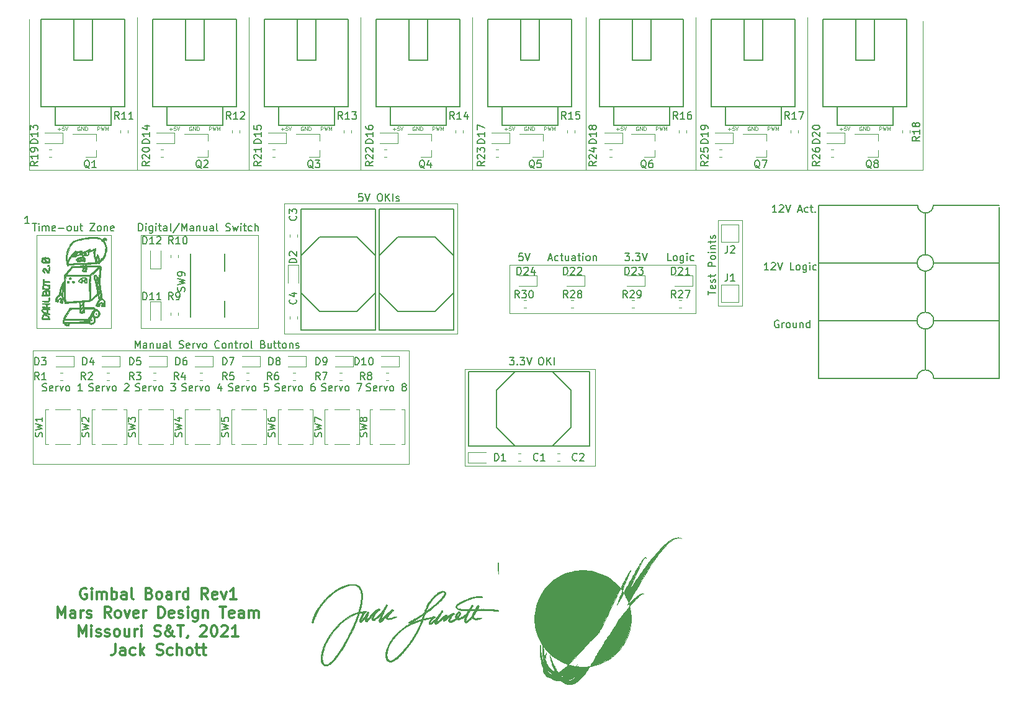
<source format=gbr>
G04 #@! TF.GenerationSoftware,KiCad,Pcbnew,(5.1.4)-1*
G04 #@! TF.CreationDate,2020-11-27T16:32:11-06:00*
G04 #@! TF.ProjectId,gimble_board,67696d62-6c65-45f6-926f-6172642e6b69,rev?*
G04 #@! TF.SameCoordinates,Original*
G04 #@! TF.FileFunction,Legend,Top*
G04 #@! TF.FilePolarity,Positive*
%FSLAX46Y46*%
G04 Gerber Fmt 4.6, Leading zero omitted, Abs format (unit mm)*
G04 Created by KiCad (PCBNEW (5.1.4)-1) date 2020-11-27 16:32:11*
%MOMM*%
%LPD*%
G04 APERTURE LIST*
%ADD10C,0.120000*%
%ADD11C,0.150000*%
%ADD12C,0.076200*%
%ADD13C,0.300000*%
%ADD14C,0.010000*%
G04 APERTURE END LIST*
D10*
X105664000Y-75946000D02*
X105664000Y-93726000D01*
X105410000Y-75946000D02*
X105664000Y-75946000D01*
X82042000Y-75946000D02*
X105410000Y-75946000D01*
X82042000Y-93726000D02*
X82042000Y-75946000D01*
X105664000Y-93726000D02*
X82042000Y-93726000D01*
X47752000Y-97536000D02*
X47752000Y-96012000D01*
X99060000Y-111506000D02*
X98806000Y-111506000D01*
X99060000Y-96012000D02*
X99060000Y-111506000D01*
X98806000Y-96012000D02*
X99060000Y-96012000D01*
D11*
X93297714Y-101496761D02*
X93440571Y-101544380D01*
X93678666Y-101544380D01*
X93773904Y-101496761D01*
X93821523Y-101449142D01*
X93869142Y-101353904D01*
X93869142Y-101258666D01*
X93821523Y-101163428D01*
X93773904Y-101115809D01*
X93678666Y-101068190D01*
X93488190Y-101020571D01*
X93392952Y-100972952D01*
X93345333Y-100925333D01*
X93297714Y-100830095D01*
X93297714Y-100734857D01*
X93345333Y-100639619D01*
X93392952Y-100592000D01*
X93488190Y-100544380D01*
X93726285Y-100544380D01*
X93869142Y-100592000D01*
X94678666Y-101496761D02*
X94583428Y-101544380D01*
X94392952Y-101544380D01*
X94297714Y-101496761D01*
X94250095Y-101401523D01*
X94250095Y-101020571D01*
X94297714Y-100925333D01*
X94392952Y-100877714D01*
X94583428Y-100877714D01*
X94678666Y-100925333D01*
X94726285Y-101020571D01*
X94726285Y-101115809D01*
X94250095Y-101211047D01*
X95154857Y-101544380D02*
X95154857Y-100877714D01*
X95154857Y-101068190D02*
X95202476Y-100972952D01*
X95250095Y-100925333D01*
X95345333Y-100877714D01*
X95440571Y-100877714D01*
X95678666Y-100877714D02*
X95916761Y-101544380D01*
X96154857Y-100877714D01*
X96678666Y-101544380D02*
X96583428Y-101496761D01*
X96535809Y-101449142D01*
X96488190Y-101353904D01*
X96488190Y-101068190D01*
X96535809Y-100972952D01*
X96583428Y-100925333D01*
X96678666Y-100877714D01*
X96821523Y-100877714D01*
X96916761Y-100925333D01*
X96964380Y-100972952D01*
X97012000Y-101068190D01*
X97012000Y-101353904D01*
X96964380Y-101449142D01*
X96916761Y-101496761D01*
X96821523Y-101544380D01*
X96678666Y-101544380D01*
X98345333Y-100972952D02*
X98250095Y-100925333D01*
X98202476Y-100877714D01*
X98154857Y-100782476D01*
X98154857Y-100734857D01*
X98202476Y-100639619D01*
X98250095Y-100592000D01*
X98345333Y-100544380D01*
X98535809Y-100544380D01*
X98631047Y-100592000D01*
X98678666Y-100639619D01*
X98726285Y-100734857D01*
X98726285Y-100782476D01*
X98678666Y-100877714D01*
X98631047Y-100925333D01*
X98535809Y-100972952D01*
X98345333Y-100972952D01*
X98250095Y-101020571D01*
X98202476Y-101068190D01*
X98154857Y-101163428D01*
X98154857Y-101353904D01*
X98202476Y-101449142D01*
X98250095Y-101496761D01*
X98345333Y-101544380D01*
X98535809Y-101544380D01*
X98631047Y-101496761D01*
X98678666Y-101449142D01*
X98726285Y-101353904D01*
X98726285Y-101163428D01*
X98678666Y-101068190D01*
X98631047Y-101020571D01*
X98535809Y-100972952D01*
X87201714Y-101496761D02*
X87344571Y-101544380D01*
X87582666Y-101544380D01*
X87677904Y-101496761D01*
X87725523Y-101449142D01*
X87773142Y-101353904D01*
X87773142Y-101258666D01*
X87725523Y-101163428D01*
X87677904Y-101115809D01*
X87582666Y-101068190D01*
X87392190Y-101020571D01*
X87296952Y-100972952D01*
X87249333Y-100925333D01*
X87201714Y-100830095D01*
X87201714Y-100734857D01*
X87249333Y-100639619D01*
X87296952Y-100592000D01*
X87392190Y-100544380D01*
X87630285Y-100544380D01*
X87773142Y-100592000D01*
X88582666Y-101496761D02*
X88487428Y-101544380D01*
X88296952Y-101544380D01*
X88201714Y-101496761D01*
X88154095Y-101401523D01*
X88154095Y-101020571D01*
X88201714Y-100925333D01*
X88296952Y-100877714D01*
X88487428Y-100877714D01*
X88582666Y-100925333D01*
X88630285Y-101020571D01*
X88630285Y-101115809D01*
X88154095Y-101211047D01*
X89058857Y-101544380D02*
X89058857Y-100877714D01*
X89058857Y-101068190D02*
X89106476Y-100972952D01*
X89154095Y-100925333D01*
X89249333Y-100877714D01*
X89344571Y-100877714D01*
X89582666Y-100877714D02*
X89820761Y-101544380D01*
X90058857Y-100877714D01*
X90582666Y-101544380D02*
X90487428Y-101496761D01*
X90439809Y-101449142D01*
X90392190Y-101353904D01*
X90392190Y-101068190D01*
X90439809Y-100972952D01*
X90487428Y-100925333D01*
X90582666Y-100877714D01*
X90725523Y-100877714D01*
X90820761Y-100925333D01*
X90868380Y-100972952D01*
X90916000Y-101068190D01*
X90916000Y-101353904D01*
X90868380Y-101449142D01*
X90820761Y-101496761D01*
X90725523Y-101544380D01*
X90582666Y-101544380D01*
X92011238Y-100544380D02*
X92677904Y-100544380D01*
X92249333Y-101544380D01*
X80851714Y-101496761D02*
X80994571Y-101544380D01*
X81232666Y-101544380D01*
X81327904Y-101496761D01*
X81375523Y-101449142D01*
X81423142Y-101353904D01*
X81423142Y-101258666D01*
X81375523Y-101163428D01*
X81327904Y-101115809D01*
X81232666Y-101068190D01*
X81042190Y-101020571D01*
X80946952Y-100972952D01*
X80899333Y-100925333D01*
X80851714Y-100830095D01*
X80851714Y-100734857D01*
X80899333Y-100639619D01*
X80946952Y-100592000D01*
X81042190Y-100544380D01*
X81280285Y-100544380D01*
X81423142Y-100592000D01*
X82232666Y-101496761D02*
X82137428Y-101544380D01*
X81946952Y-101544380D01*
X81851714Y-101496761D01*
X81804095Y-101401523D01*
X81804095Y-101020571D01*
X81851714Y-100925333D01*
X81946952Y-100877714D01*
X82137428Y-100877714D01*
X82232666Y-100925333D01*
X82280285Y-101020571D01*
X82280285Y-101115809D01*
X81804095Y-101211047D01*
X82708857Y-101544380D02*
X82708857Y-100877714D01*
X82708857Y-101068190D02*
X82756476Y-100972952D01*
X82804095Y-100925333D01*
X82899333Y-100877714D01*
X82994571Y-100877714D01*
X83232666Y-100877714D02*
X83470761Y-101544380D01*
X83708857Y-100877714D01*
X84232666Y-101544380D02*
X84137428Y-101496761D01*
X84089809Y-101449142D01*
X84042190Y-101353904D01*
X84042190Y-101068190D01*
X84089809Y-100972952D01*
X84137428Y-100925333D01*
X84232666Y-100877714D01*
X84375523Y-100877714D01*
X84470761Y-100925333D01*
X84518380Y-100972952D01*
X84566000Y-101068190D01*
X84566000Y-101353904D01*
X84518380Y-101449142D01*
X84470761Y-101496761D01*
X84375523Y-101544380D01*
X84232666Y-101544380D01*
X86185047Y-100544380D02*
X85994571Y-100544380D01*
X85899333Y-100592000D01*
X85851714Y-100639619D01*
X85756476Y-100782476D01*
X85708857Y-100972952D01*
X85708857Y-101353904D01*
X85756476Y-101449142D01*
X85804095Y-101496761D01*
X85899333Y-101544380D01*
X86089809Y-101544380D01*
X86185047Y-101496761D01*
X86232666Y-101449142D01*
X86280285Y-101353904D01*
X86280285Y-101115809D01*
X86232666Y-101020571D01*
X86185047Y-100972952D01*
X86089809Y-100925333D01*
X85899333Y-100925333D01*
X85804095Y-100972952D01*
X85756476Y-101020571D01*
X85708857Y-101115809D01*
X74501714Y-101496761D02*
X74644571Y-101544380D01*
X74882666Y-101544380D01*
X74977904Y-101496761D01*
X75025523Y-101449142D01*
X75073142Y-101353904D01*
X75073142Y-101258666D01*
X75025523Y-101163428D01*
X74977904Y-101115809D01*
X74882666Y-101068190D01*
X74692190Y-101020571D01*
X74596952Y-100972952D01*
X74549333Y-100925333D01*
X74501714Y-100830095D01*
X74501714Y-100734857D01*
X74549333Y-100639619D01*
X74596952Y-100592000D01*
X74692190Y-100544380D01*
X74930285Y-100544380D01*
X75073142Y-100592000D01*
X75882666Y-101496761D02*
X75787428Y-101544380D01*
X75596952Y-101544380D01*
X75501714Y-101496761D01*
X75454095Y-101401523D01*
X75454095Y-101020571D01*
X75501714Y-100925333D01*
X75596952Y-100877714D01*
X75787428Y-100877714D01*
X75882666Y-100925333D01*
X75930285Y-101020571D01*
X75930285Y-101115809D01*
X75454095Y-101211047D01*
X76358857Y-101544380D02*
X76358857Y-100877714D01*
X76358857Y-101068190D02*
X76406476Y-100972952D01*
X76454095Y-100925333D01*
X76549333Y-100877714D01*
X76644571Y-100877714D01*
X76882666Y-100877714D02*
X77120761Y-101544380D01*
X77358857Y-100877714D01*
X77882666Y-101544380D02*
X77787428Y-101496761D01*
X77739809Y-101449142D01*
X77692190Y-101353904D01*
X77692190Y-101068190D01*
X77739809Y-100972952D01*
X77787428Y-100925333D01*
X77882666Y-100877714D01*
X78025523Y-100877714D01*
X78120761Y-100925333D01*
X78168380Y-100972952D01*
X78216000Y-101068190D01*
X78216000Y-101353904D01*
X78168380Y-101449142D01*
X78120761Y-101496761D01*
X78025523Y-101544380D01*
X77882666Y-101544380D01*
X79882666Y-100544380D02*
X79406476Y-100544380D01*
X79358857Y-101020571D01*
X79406476Y-100972952D01*
X79501714Y-100925333D01*
X79739809Y-100925333D01*
X79835047Y-100972952D01*
X79882666Y-101020571D01*
X79930285Y-101115809D01*
X79930285Y-101353904D01*
X79882666Y-101449142D01*
X79835047Y-101496761D01*
X79739809Y-101544380D01*
X79501714Y-101544380D01*
X79406476Y-101496761D01*
X79358857Y-101449142D01*
X68151714Y-101496761D02*
X68294571Y-101544380D01*
X68532666Y-101544380D01*
X68627904Y-101496761D01*
X68675523Y-101449142D01*
X68723142Y-101353904D01*
X68723142Y-101258666D01*
X68675523Y-101163428D01*
X68627904Y-101115809D01*
X68532666Y-101068190D01*
X68342190Y-101020571D01*
X68246952Y-100972952D01*
X68199333Y-100925333D01*
X68151714Y-100830095D01*
X68151714Y-100734857D01*
X68199333Y-100639619D01*
X68246952Y-100592000D01*
X68342190Y-100544380D01*
X68580285Y-100544380D01*
X68723142Y-100592000D01*
X69532666Y-101496761D02*
X69437428Y-101544380D01*
X69246952Y-101544380D01*
X69151714Y-101496761D01*
X69104095Y-101401523D01*
X69104095Y-101020571D01*
X69151714Y-100925333D01*
X69246952Y-100877714D01*
X69437428Y-100877714D01*
X69532666Y-100925333D01*
X69580285Y-101020571D01*
X69580285Y-101115809D01*
X69104095Y-101211047D01*
X70008857Y-101544380D02*
X70008857Y-100877714D01*
X70008857Y-101068190D02*
X70056476Y-100972952D01*
X70104095Y-100925333D01*
X70199333Y-100877714D01*
X70294571Y-100877714D01*
X70532666Y-100877714D02*
X70770761Y-101544380D01*
X71008857Y-100877714D01*
X71532666Y-101544380D02*
X71437428Y-101496761D01*
X71389809Y-101449142D01*
X71342190Y-101353904D01*
X71342190Y-101068190D01*
X71389809Y-100972952D01*
X71437428Y-100925333D01*
X71532666Y-100877714D01*
X71675523Y-100877714D01*
X71770761Y-100925333D01*
X71818380Y-100972952D01*
X71866000Y-101068190D01*
X71866000Y-101353904D01*
X71818380Y-101449142D01*
X71770761Y-101496761D01*
X71675523Y-101544380D01*
X71532666Y-101544380D01*
X73485047Y-100877714D02*
X73485047Y-101544380D01*
X73246952Y-100496761D02*
X73008857Y-101211047D01*
X73627904Y-101211047D01*
X61801714Y-101496761D02*
X61944571Y-101544380D01*
X62182666Y-101544380D01*
X62277904Y-101496761D01*
X62325523Y-101449142D01*
X62373142Y-101353904D01*
X62373142Y-101258666D01*
X62325523Y-101163428D01*
X62277904Y-101115809D01*
X62182666Y-101068190D01*
X61992190Y-101020571D01*
X61896952Y-100972952D01*
X61849333Y-100925333D01*
X61801714Y-100830095D01*
X61801714Y-100734857D01*
X61849333Y-100639619D01*
X61896952Y-100592000D01*
X61992190Y-100544380D01*
X62230285Y-100544380D01*
X62373142Y-100592000D01*
X63182666Y-101496761D02*
X63087428Y-101544380D01*
X62896952Y-101544380D01*
X62801714Y-101496761D01*
X62754095Y-101401523D01*
X62754095Y-101020571D01*
X62801714Y-100925333D01*
X62896952Y-100877714D01*
X63087428Y-100877714D01*
X63182666Y-100925333D01*
X63230285Y-101020571D01*
X63230285Y-101115809D01*
X62754095Y-101211047D01*
X63658857Y-101544380D02*
X63658857Y-100877714D01*
X63658857Y-101068190D02*
X63706476Y-100972952D01*
X63754095Y-100925333D01*
X63849333Y-100877714D01*
X63944571Y-100877714D01*
X64182666Y-100877714D02*
X64420761Y-101544380D01*
X64658857Y-100877714D01*
X65182666Y-101544380D02*
X65087428Y-101496761D01*
X65039809Y-101449142D01*
X64992190Y-101353904D01*
X64992190Y-101068190D01*
X65039809Y-100972952D01*
X65087428Y-100925333D01*
X65182666Y-100877714D01*
X65325523Y-100877714D01*
X65420761Y-100925333D01*
X65468380Y-100972952D01*
X65516000Y-101068190D01*
X65516000Y-101353904D01*
X65468380Y-101449142D01*
X65420761Y-101496761D01*
X65325523Y-101544380D01*
X65182666Y-101544380D01*
X66611238Y-100544380D02*
X67230285Y-100544380D01*
X66896952Y-100925333D01*
X67039809Y-100925333D01*
X67135047Y-100972952D01*
X67182666Y-101020571D01*
X67230285Y-101115809D01*
X67230285Y-101353904D01*
X67182666Y-101449142D01*
X67135047Y-101496761D01*
X67039809Y-101544380D01*
X66754095Y-101544380D01*
X66658857Y-101496761D01*
X66611238Y-101449142D01*
X55451714Y-101496761D02*
X55594571Y-101544380D01*
X55832666Y-101544380D01*
X55927904Y-101496761D01*
X55975523Y-101449142D01*
X56023142Y-101353904D01*
X56023142Y-101258666D01*
X55975523Y-101163428D01*
X55927904Y-101115809D01*
X55832666Y-101068190D01*
X55642190Y-101020571D01*
X55546952Y-100972952D01*
X55499333Y-100925333D01*
X55451714Y-100830095D01*
X55451714Y-100734857D01*
X55499333Y-100639619D01*
X55546952Y-100592000D01*
X55642190Y-100544380D01*
X55880285Y-100544380D01*
X56023142Y-100592000D01*
X56832666Y-101496761D02*
X56737428Y-101544380D01*
X56546952Y-101544380D01*
X56451714Y-101496761D01*
X56404095Y-101401523D01*
X56404095Y-101020571D01*
X56451714Y-100925333D01*
X56546952Y-100877714D01*
X56737428Y-100877714D01*
X56832666Y-100925333D01*
X56880285Y-101020571D01*
X56880285Y-101115809D01*
X56404095Y-101211047D01*
X57308857Y-101544380D02*
X57308857Y-100877714D01*
X57308857Y-101068190D02*
X57356476Y-100972952D01*
X57404095Y-100925333D01*
X57499333Y-100877714D01*
X57594571Y-100877714D01*
X57832666Y-100877714D02*
X58070761Y-101544380D01*
X58308857Y-100877714D01*
X58832666Y-101544380D02*
X58737428Y-101496761D01*
X58689809Y-101449142D01*
X58642190Y-101353904D01*
X58642190Y-101068190D01*
X58689809Y-100972952D01*
X58737428Y-100925333D01*
X58832666Y-100877714D01*
X58975523Y-100877714D01*
X59070761Y-100925333D01*
X59118380Y-100972952D01*
X59166000Y-101068190D01*
X59166000Y-101353904D01*
X59118380Y-101449142D01*
X59070761Y-101496761D01*
X58975523Y-101544380D01*
X58832666Y-101544380D01*
X60308857Y-100639619D02*
X60356476Y-100592000D01*
X60451714Y-100544380D01*
X60689809Y-100544380D01*
X60785047Y-100592000D01*
X60832666Y-100639619D01*
X60880285Y-100734857D01*
X60880285Y-100830095D01*
X60832666Y-100972952D01*
X60261238Y-101544380D01*
X60880285Y-101544380D01*
X49101714Y-101496761D02*
X49244571Y-101544380D01*
X49482666Y-101544380D01*
X49577904Y-101496761D01*
X49625523Y-101449142D01*
X49673142Y-101353904D01*
X49673142Y-101258666D01*
X49625523Y-101163428D01*
X49577904Y-101115809D01*
X49482666Y-101068190D01*
X49292190Y-101020571D01*
X49196952Y-100972952D01*
X49149333Y-100925333D01*
X49101714Y-100830095D01*
X49101714Y-100734857D01*
X49149333Y-100639619D01*
X49196952Y-100592000D01*
X49292190Y-100544380D01*
X49530285Y-100544380D01*
X49673142Y-100592000D01*
X50482666Y-101496761D02*
X50387428Y-101544380D01*
X50196952Y-101544380D01*
X50101714Y-101496761D01*
X50054095Y-101401523D01*
X50054095Y-101020571D01*
X50101714Y-100925333D01*
X50196952Y-100877714D01*
X50387428Y-100877714D01*
X50482666Y-100925333D01*
X50530285Y-101020571D01*
X50530285Y-101115809D01*
X50054095Y-101211047D01*
X50958857Y-101544380D02*
X50958857Y-100877714D01*
X50958857Y-101068190D02*
X51006476Y-100972952D01*
X51054095Y-100925333D01*
X51149333Y-100877714D01*
X51244571Y-100877714D01*
X51482666Y-100877714D02*
X51720761Y-101544380D01*
X51958857Y-100877714D01*
X52482666Y-101544380D02*
X52387428Y-101496761D01*
X52339809Y-101449142D01*
X52292190Y-101353904D01*
X52292190Y-101068190D01*
X52339809Y-100972952D01*
X52387428Y-100925333D01*
X52482666Y-100877714D01*
X52625523Y-100877714D01*
X52720761Y-100925333D01*
X52768380Y-100972952D01*
X52816000Y-101068190D01*
X52816000Y-101353904D01*
X52768380Y-101449142D01*
X52720761Y-101496761D01*
X52625523Y-101544380D01*
X52482666Y-101544380D01*
X54530285Y-101544380D02*
X53958857Y-101544380D01*
X54244571Y-101544380D02*
X54244571Y-100544380D01*
X54149333Y-100687238D01*
X54054095Y-100782476D01*
X53958857Y-100830095D01*
D12*
X112147047Y-65822285D02*
X112534095Y-65822285D01*
X112340571Y-66015809D02*
X112340571Y-65628761D01*
X113017904Y-65507809D02*
X112776000Y-65507809D01*
X112751809Y-65749714D01*
X112776000Y-65725523D01*
X112824380Y-65701333D01*
X112945333Y-65701333D01*
X112993714Y-65725523D01*
X113017904Y-65749714D01*
X113042095Y-65798095D01*
X113042095Y-65919047D01*
X113017904Y-65967428D01*
X112993714Y-65991619D01*
X112945333Y-66015809D01*
X112824380Y-66015809D01*
X112776000Y-65991619D01*
X112751809Y-65967428D01*
X113187238Y-65507809D02*
X113356571Y-66015809D01*
X113525904Y-65507809D01*
X115122476Y-65532000D02*
X115074095Y-65507809D01*
X115001523Y-65507809D01*
X114928952Y-65532000D01*
X114880571Y-65580380D01*
X114856380Y-65628761D01*
X114832190Y-65725523D01*
X114832190Y-65798095D01*
X114856380Y-65894857D01*
X114880571Y-65943238D01*
X114928952Y-65991619D01*
X115001523Y-66015809D01*
X115049904Y-66015809D01*
X115122476Y-65991619D01*
X115146666Y-65967428D01*
X115146666Y-65798095D01*
X115049904Y-65798095D01*
X115364380Y-66015809D02*
X115364380Y-65507809D01*
X115654666Y-66015809D01*
X115654666Y-65507809D01*
X115896571Y-66015809D02*
X115896571Y-65507809D01*
X116017523Y-65507809D01*
X116090095Y-65532000D01*
X116138476Y-65580380D01*
X116162666Y-65628761D01*
X116186857Y-65725523D01*
X116186857Y-65798095D01*
X116162666Y-65894857D01*
X116138476Y-65943238D01*
X116090095Y-65991619D01*
X116017523Y-66015809D01*
X115896571Y-66015809D01*
X117565714Y-66015809D02*
X117565714Y-65507809D01*
X117759238Y-65507809D01*
X117807619Y-65532000D01*
X117831809Y-65556190D01*
X117856000Y-65604571D01*
X117856000Y-65677142D01*
X117831809Y-65725523D01*
X117807619Y-65749714D01*
X117759238Y-65773904D01*
X117565714Y-65773904D01*
X118025333Y-65507809D02*
X118146285Y-66015809D01*
X118243047Y-65652952D01*
X118339809Y-66015809D01*
X118460761Y-65507809D01*
X118654285Y-66015809D02*
X118654285Y-65507809D01*
X118823619Y-65870666D01*
X118992952Y-65507809D01*
X118992952Y-66015809D01*
X127387047Y-65822285D02*
X127774095Y-65822285D01*
X127580571Y-66015809D02*
X127580571Y-65628761D01*
X128257904Y-65507809D02*
X128016000Y-65507809D01*
X127991809Y-65749714D01*
X128016000Y-65725523D01*
X128064380Y-65701333D01*
X128185333Y-65701333D01*
X128233714Y-65725523D01*
X128257904Y-65749714D01*
X128282095Y-65798095D01*
X128282095Y-65919047D01*
X128257904Y-65967428D01*
X128233714Y-65991619D01*
X128185333Y-66015809D01*
X128064380Y-66015809D01*
X128016000Y-65991619D01*
X127991809Y-65967428D01*
X128427238Y-65507809D02*
X128596571Y-66015809D01*
X128765904Y-65507809D01*
X130362476Y-65532000D02*
X130314095Y-65507809D01*
X130241523Y-65507809D01*
X130168952Y-65532000D01*
X130120571Y-65580380D01*
X130096380Y-65628761D01*
X130072190Y-65725523D01*
X130072190Y-65798095D01*
X130096380Y-65894857D01*
X130120571Y-65943238D01*
X130168952Y-65991619D01*
X130241523Y-66015809D01*
X130289904Y-66015809D01*
X130362476Y-65991619D01*
X130386666Y-65967428D01*
X130386666Y-65798095D01*
X130289904Y-65798095D01*
X130604380Y-66015809D02*
X130604380Y-65507809D01*
X130894666Y-66015809D01*
X130894666Y-65507809D01*
X131136571Y-66015809D02*
X131136571Y-65507809D01*
X131257523Y-65507809D01*
X131330095Y-65532000D01*
X131378476Y-65580380D01*
X131402666Y-65628761D01*
X131426857Y-65725523D01*
X131426857Y-65798095D01*
X131402666Y-65894857D01*
X131378476Y-65943238D01*
X131330095Y-65991619D01*
X131257523Y-66015809D01*
X131136571Y-66015809D01*
X132805714Y-66015809D02*
X132805714Y-65507809D01*
X132999238Y-65507809D01*
X133047619Y-65532000D01*
X133071809Y-65556190D01*
X133096000Y-65604571D01*
X133096000Y-65677142D01*
X133071809Y-65725523D01*
X133047619Y-65749714D01*
X132999238Y-65773904D01*
X132805714Y-65773904D01*
X133265333Y-65507809D02*
X133386285Y-66015809D01*
X133483047Y-65652952D01*
X133579809Y-66015809D01*
X133700761Y-65507809D01*
X133894285Y-66015809D02*
X133894285Y-65507809D01*
X134063619Y-65870666D01*
X134232952Y-65507809D01*
X134232952Y-66015809D01*
X142627047Y-65822285D02*
X143014095Y-65822285D01*
X142820571Y-66015809D02*
X142820571Y-65628761D01*
X143497904Y-65507809D02*
X143256000Y-65507809D01*
X143231809Y-65749714D01*
X143256000Y-65725523D01*
X143304380Y-65701333D01*
X143425333Y-65701333D01*
X143473714Y-65725523D01*
X143497904Y-65749714D01*
X143522095Y-65798095D01*
X143522095Y-65919047D01*
X143497904Y-65967428D01*
X143473714Y-65991619D01*
X143425333Y-66015809D01*
X143304380Y-66015809D01*
X143256000Y-65991619D01*
X143231809Y-65967428D01*
X143667238Y-65507809D02*
X143836571Y-66015809D01*
X144005904Y-65507809D01*
X145602476Y-65532000D02*
X145554095Y-65507809D01*
X145481523Y-65507809D01*
X145408952Y-65532000D01*
X145360571Y-65580380D01*
X145336380Y-65628761D01*
X145312190Y-65725523D01*
X145312190Y-65798095D01*
X145336380Y-65894857D01*
X145360571Y-65943238D01*
X145408952Y-65991619D01*
X145481523Y-66015809D01*
X145529904Y-66015809D01*
X145602476Y-65991619D01*
X145626666Y-65967428D01*
X145626666Y-65798095D01*
X145529904Y-65798095D01*
X145844380Y-66015809D02*
X145844380Y-65507809D01*
X146134666Y-66015809D01*
X146134666Y-65507809D01*
X146376571Y-66015809D02*
X146376571Y-65507809D01*
X146497523Y-65507809D01*
X146570095Y-65532000D01*
X146618476Y-65580380D01*
X146642666Y-65628761D01*
X146666857Y-65725523D01*
X146666857Y-65798095D01*
X146642666Y-65894857D01*
X146618476Y-65943238D01*
X146570095Y-65991619D01*
X146497523Y-66015809D01*
X146376571Y-66015809D01*
X148045714Y-66015809D02*
X148045714Y-65507809D01*
X148239238Y-65507809D01*
X148287619Y-65532000D01*
X148311809Y-65556190D01*
X148336000Y-65604571D01*
X148336000Y-65677142D01*
X148311809Y-65725523D01*
X148287619Y-65749714D01*
X148239238Y-65773904D01*
X148045714Y-65773904D01*
X148505333Y-65507809D02*
X148626285Y-66015809D01*
X148723047Y-65652952D01*
X148819809Y-66015809D01*
X148940761Y-65507809D01*
X149134285Y-66015809D02*
X149134285Y-65507809D01*
X149303619Y-65870666D01*
X149472952Y-65507809D01*
X149472952Y-66015809D01*
X157867047Y-65822285D02*
X158254095Y-65822285D01*
X158060571Y-66015809D02*
X158060571Y-65628761D01*
X158737904Y-65507809D02*
X158496000Y-65507809D01*
X158471809Y-65749714D01*
X158496000Y-65725523D01*
X158544380Y-65701333D01*
X158665333Y-65701333D01*
X158713714Y-65725523D01*
X158737904Y-65749714D01*
X158762095Y-65798095D01*
X158762095Y-65919047D01*
X158737904Y-65967428D01*
X158713714Y-65991619D01*
X158665333Y-66015809D01*
X158544380Y-66015809D01*
X158496000Y-65991619D01*
X158471809Y-65967428D01*
X158907238Y-65507809D02*
X159076571Y-66015809D01*
X159245904Y-65507809D01*
X160842476Y-65532000D02*
X160794095Y-65507809D01*
X160721523Y-65507809D01*
X160648952Y-65532000D01*
X160600571Y-65580380D01*
X160576380Y-65628761D01*
X160552190Y-65725523D01*
X160552190Y-65798095D01*
X160576380Y-65894857D01*
X160600571Y-65943238D01*
X160648952Y-65991619D01*
X160721523Y-66015809D01*
X160769904Y-66015809D01*
X160842476Y-65991619D01*
X160866666Y-65967428D01*
X160866666Y-65798095D01*
X160769904Y-65798095D01*
X161084380Y-66015809D02*
X161084380Y-65507809D01*
X161374666Y-66015809D01*
X161374666Y-65507809D01*
X161616571Y-66015809D02*
X161616571Y-65507809D01*
X161737523Y-65507809D01*
X161810095Y-65532000D01*
X161858476Y-65580380D01*
X161882666Y-65628761D01*
X161906857Y-65725523D01*
X161906857Y-65798095D01*
X161882666Y-65894857D01*
X161858476Y-65943238D01*
X161810095Y-65991619D01*
X161737523Y-66015809D01*
X161616571Y-66015809D01*
X163285714Y-66015809D02*
X163285714Y-65507809D01*
X163479238Y-65507809D01*
X163527619Y-65532000D01*
X163551809Y-65556190D01*
X163576000Y-65604571D01*
X163576000Y-65677142D01*
X163551809Y-65725523D01*
X163527619Y-65749714D01*
X163479238Y-65773904D01*
X163285714Y-65773904D01*
X163745333Y-65507809D02*
X163866285Y-66015809D01*
X163963047Y-65652952D01*
X164059809Y-66015809D01*
X164180761Y-65507809D01*
X164374285Y-66015809D02*
X164374285Y-65507809D01*
X164543619Y-65870666D01*
X164712952Y-65507809D01*
X164712952Y-66015809D01*
X66427047Y-65822285D02*
X66814095Y-65822285D01*
X66620571Y-66015809D02*
X66620571Y-65628761D01*
X67297904Y-65507809D02*
X67056000Y-65507809D01*
X67031809Y-65749714D01*
X67056000Y-65725523D01*
X67104380Y-65701333D01*
X67225333Y-65701333D01*
X67273714Y-65725523D01*
X67297904Y-65749714D01*
X67322095Y-65798095D01*
X67322095Y-65919047D01*
X67297904Y-65967428D01*
X67273714Y-65991619D01*
X67225333Y-66015809D01*
X67104380Y-66015809D01*
X67056000Y-65991619D01*
X67031809Y-65967428D01*
X67467238Y-65507809D02*
X67636571Y-66015809D01*
X67805904Y-65507809D01*
X69402476Y-65532000D02*
X69354095Y-65507809D01*
X69281523Y-65507809D01*
X69208952Y-65532000D01*
X69160571Y-65580380D01*
X69136380Y-65628761D01*
X69112190Y-65725523D01*
X69112190Y-65798095D01*
X69136380Y-65894857D01*
X69160571Y-65943238D01*
X69208952Y-65991619D01*
X69281523Y-66015809D01*
X69329904Y-66015809D01*
X69402476Y-65991619D01*
X69426666Y-65967428D01*
X69426666Y-65798095D01*
X69329904Y-65798095D01*
X69644380Y-66015809D02*
X69644380Y-65507809D01*
X69934666Y-66015809D01*
X69934666Y-65507809D01*
X70176571Y-66015809D02*
X70176571Y-65507809D01*
X70297523Y-65507809D01*
X70370095Y-65532000D01*
X70418476Y-65580380D01*
X70442666Y-65628761D01*
X70466857Y-65725523D01*
X70466857Y-65798095D01*
X70442666Y-65894857D01*
X70418476Y-65943238D01*
X70370095Y-65991619D01*
X70297523Y-66015809D01*
X70176571Y-66015809D01*
X71845714Y-66015809D02*
X71845714Y-65507809D01*
X72039238Y-65507809D01*
X72087619Y-65532000D01*
X72111809Y-65556190D01*
X72136000Y-65604571D01*
X72136000Y-65677142D01*
X72111809Y-65725523D01*
X72087619Y-65749714D01*
X72039238Y-65773904D01*
X71845714Y-65773904D01*
X72305333Y-65507809D02*
X72426285Y-66015809D01*
X72523047Y-65652952D01*
X72619809Y-66015809D01*
X72740761Y-65507809D01*
X72934285Y-66015809D02*
X72934285Y-65507809D01*
X73103619Y-65870666D01*
X73272952Y-65507809D01*
X73272952Y-66015809D01*
X81667047Y-65822285D02*
X82054095Y-65822285D01*
X81860571Y-66015809D02*
X81860571Y-65628761D01*
X82537904Y-65507809D02*
X82296000Y-65507809D01*
X82271809Y-65749714D01*
X82296000Y-65725523D01*
X82344380Y-65701333D01*
X82465333Y-65701333D01*
X82513714Y-65725523D01*
X82537904Y-65749714D01*
X82562095Y-65798095D01*
X82562095Y-65919047D01*
X82537904Y-65967428D01*
X82513714Y-65991619D01*
X82465333Y-66015809D01*
X82344380Y-66015809D01*
X82296000Y-65991619D01*
X82271809Y-65967428D01*
X82707238Y-65507809D02*
X82876571Y-66015809D01*
X83045904Y-65507809D01*
X84642476Y-65532000D02*
X84594095Y-65507809D01*
X84521523Y-65507809D01*
X84448952Y-65532000D01*
X84400571Y-65580380D01*
X84376380Y-65628761D01*
X84352190Y-65725523D01*
X84352190Y-65798095D01*
X84376380Y-65894857D01*
X84400571Y-65943238D01*
X84448952Y-65991619D01*
X84521523Y-66015809D01*
X84569904Y-66015809D01*
X84642476Y-65991619D01*
X84666666Y-65967428D01*
X84666666Y-65798095D01*
X84569904Y-65798095D01*
X84884380Y-66015809D02*
X84884380Y-65507809D01*
X85174666Y-66015809D01*
X85174666Y-65507809D01*
X85416571Y-66015809D02*
X85416571Y-65507809D01*
X85537523Y-65507809D01*
X85610095Y-65532000D01*
X85658476Y-65580380D01*
X85682666Y-65628761D01*
X85706857Y-65725523D01*
X85706857Y-65798095D01*
X85682666Y-65894857D01*
X85658476Y-65943238D01*
X85610095Y-65991619D01*
X85537523Y-66015809D01*
X85416571Y-66015809D01*
X87085714Y-66015809D02*
X87085714Y-65507809D01*
X87279238Y-65507809D01*
X87327619Y-65532000D01*
X87351809Y-65556190D01*
X87376000Y-65604571D01*
X87376000Y-65677142D01*
X87351809Y-65725523D01*
X87327619Y-65749714D01*
X87279238Y-65773904D01*
X87085714Y-65773904D01*
X87545333Y-65507809D02*
X87666285Y-66015809D01*
X87763047Y-65652952D01*
X87859809Y-66015809D01*
X87980761Y-65507809D01*
X88174285Y-66015809D02*
X88174285Y-65507809D01*
X88343619Y-65870666D01*
X88512952Y-65507809D01*
X88512952Y-66015809D01*
X96907047Y-65822285D02*
X97294095Y-65822285D01*
X97100571Y-66015809D02*
X97100571Y-65628761D01*
X97777904Y-65507809D02*
X97536000Y-65507809D01*
X97511809Y-65749714D01*
X97536000Y-65725523D01*
X97584380Y-65701333D01*
X97705333Y-65701333D01*
X97753714Y-65725523D01*
X97777904Y-65749714D01*
X97802095Y-65798095D01*
X97802095Y-65919047D01*
X97777904Y-65967428D01*
X97753714Y-65991619D01*
X97705333Y-66015809D01*
X97584380Y-66015809D01*
X97536000Y-65991619D01*
X97511809Y-65967428D01*
X97947238Y-65507809D02*
X98116571Y-66015809D01*
X98285904Y-65507809D01*
X99882476Y-65532000D02*
X99834095Y-65507809D01*
X99761523Y-65507809D01*
X99688952Y-65532000D01*
X99640571Y-65580380D01*
X99616380Y-65628761D01*
X99592190Y-65725523D01*
X99592190Y-65798095D01*
X99616380Y-65894857D01*
X99640571Y-65943238D01*
X99688952Y-65991619D01*
X99761523Y-66015809D01*
X99809904Y-66015809D01*
X99882476Y-65991619D01*
X99906666Y-65967428D01*
X99906666Y-65798095D01*
X99809904Y-65798095D01*
X100124380Y-66015809D02*
X100124380Y-65507809D01*
X100414666Y-66015809D01*
X100414666Y-65507809D01*
X100656571Y-66015809D02*
X100656571Y-65507809D01*
X100777523Y-65507809D01*
X100850095Y-65532000D01*
X100898476Y-65580380D01*
X100922666Y-65628761D01*
X100946857Y-65725523D01*
X100946857Y-65798095D01*
X100922666Y-65894857D01*
X100898476Y-65943238D01*
X100850095Y-65991619D01*
X100777523Y-66015809D01*
X100656571Y-66015809D01*
X102325714Y-66015809D02*
X102325714Y-65507809D01*
X102519238Y-65507809D01*
X102567619Y-65532000D01*
X102591809Y-65556190D01*
X102616000Y-65604571D01*
X102616000Y-65677142D01*
X102591809Y-65725523D01*
X102567619Y-65749714D01*
X102519238Y-65773904D01*
X102325714Y-65773904D01*
X102785333Y-65507809D02*
X102906285Y-66015809D01*
X103003047Y-65652952D01*
X103099809Y-66015809D01*
X103220761Y-65507809D01*
X103414285Y-66015809D02*
X103414285Y-65507809D01*
X103583619Y-65870666D01*
X103752952Y-65507809D01*
X103752952Y-66015809D01*
X51187047Y-65822285D02*
X51574095Y-65822285D01*
X51380571Y-66015809D02*
X51380571Y-65628761D01*
X52057904Y-65507809D02*
X51816000Y-65507809D01*
X51791809Y-65749714D01*
X51816000Y-65725523D01*
X51864380Y-65701333D01*
X51985333Y-65701333D01*
X52033714Y-65725523D01*
X52057904Y-65749714D01*
X52082095Y-65798095D01*
X52082095Y-65919047D01*
X52057904Y-65967428D01*
X52033714Y-65991619D01*
X51985333Y-66015809D01*
X51864380Y-66015809D01*
X51816000Y-65991619D01*
X51791809Y-65967428D01*
X52227238Y-65507809D02*
X52396571Y-66015809D01*
X52565904Y-65507809D01*
X54162476Y-65532000D02*
X54114095Y-65507809D01*
X54041523Y-65507809D01*
X53968952Y-65532000D01*
X53920571Y-65580380D01*
X53896380Y-65628761D01*
X53872190Y-65725523D01*
X53872190Y-65798095D01*
X53896380Y-65894857D01*
X53920571Y-65943238D01*
X53968952Y-65991619D01*
X54041523Y-66015809D01*
X54089904Y-66015809D01*
X54162476Y-65991619D01*
X54186666Y-65967428D01*
X54186666Y-65798095D01*
X54089904Y-65798095D01*
X54404380Y-66015809D02*
X54404380Y-65507809D01*
X54694666Y-66015809D01*
X54694666Y-65507809D01*
X54936571Y-66015809D02*
X54936571Y-65507809D01*
X55057523Y-65507809D01*
X55130095Y-65532000D01*
X55178476Y-65580380D01*
X55202666Y-65628761D01*
X55226857Y-65725523D01*
X55226857Y-65798095D01*
X55202666Y-65894857D01*
X55178476Y-65943238D01*
X55130095Y-65991619D01*
X55057523Y-66015809D01*
X54936571Y-66015809D01*
X56605714Y-66015809D02*
X56605714Y-65507809D01*
X56799238Y-65507809D01*
X56847619Y-65532000D01*
X56871809Y-65556190D01*
X56896000Y-65604571D01*
X56896000Y-65677142D01*
X56871809Y-65725523D01*
X56847619Y-65749714D01*
X56799238Y-65773904D01*
X56605714Y-65773904D01*
X57065333Y-65507809D02*
X57186285Y-66015809D01*
X57283047Y-65652952D01*
X57379809Y-66015809D01*
X57500761Y-65507809D01*
X57694285Y-66015809D02*
X57694285Y-65507809D01*
X57863619Y-65870666D01*
X58032952Y-65507809D01*
X58032952Y-66015809D01*
D11*
X149526857Y-91956000D02*
X149431619Y-91908380D01*
X149288761Y-91908380D01*
X149145904Y-91956000D01*
X149050666Y-92051238D01*
X149003047Y-92146476D01*
X148955428Y-92336952D01*
X148955428Y-92479809D01*
X149003047Y-92670285D01*
X149050666Y-92765523D01*
X149145904Y-92860761D01*
X149288761Y-92908380D01*
X149384000Y-92908380D01*
X149526857Y-92860761D01*
X149574476Y-92813142D01*
X149574476Y-92479809D01*
X149384000Y-92479809D01*
X150003047Y-92908380D02*
X150003047Y-92241714D01*
X150003047Y-92432190D02*
X150050666Y-92336952D01*
X150098285Y-92289333D01*
X150193523Y-92241714D01*
X150288761Y-92241714D01*
X150764952Y-92908380D02*
X150669714Y-92860761D01*
X150622095Y-92813142D01*
X150574476Y-92717904D01*
X150574476Y-92432190D01*
X150622095Y-92336952D01*
X150669714Y-92289333D01*
X150764952Y-92241714D01*
X150907809Y-92241714D01*
X151003047Y-92289333D01*
X151050666Y-92336952D01*
X151098285Y-92432190D01*
X151098285Y-92717904D01*
X151050666Y-92813142D01*
X151003047Y-92860761D01*
X150907809Y-92908380D01*
X150764952Y-92908380D01*
X151955428Y-92241714D02*
X151955428Y-92908380D01*
X151526857Y-92241714D02*
X151526857Y-92765523D01*
X151574476Y-92860761D01*
X151669714Y-92908380D01*
X151812571Y-92908380D01*
X151907809Y-92860761D01*
X151955428Y-92813142D01*
X152431619Y-92241714D02*
X152431619Y-92908380D01*
X152431619Y-92336952D02*
X152479238Y-92289333D01*
X152574476Y-92241714D01*
X152717333Y-92241714D01*
X152812571Y-92289333D01*
X152860190Y-92384571D01*
X152860190Y-92908380D01*
X153764952Y-92908380D02*
X153764952Y-91908380D01*
X153764952Y-92860761D02*
X153669714Y-92908380D01*
X153479238Y-92908380D01*
X153384000Y-92860761D01*
X153336380Y-92813142D01*
X153288761Y-92717904D01*
X153288761Y-92432190D01*
X153336380Y-92336952D01*
X153384000Y-92289333D01*
X153479238Y-92241714D01*
X153669714Y-92241714D01*
X153764952Y-92289333D01*
X148153809Y-85034380D02*
X147582380Y-85034380D01*
X147868095Y-85034380D02*
X147868095Y-84034380D01*
X147772857Y-84177238D01*
X147677619Y-84272476D01*
X147582380Y-84320095D01*
X148534761Y-84129619D02*
X148582380Y-84082000D01*
X148677619Y-84034380D01*
X148915714Y-84034380D01*
X149010952Y-84082000D01*
X149058571Y-84129619D01*
X149106190Y-84224857D01*
X149106190Y-84320095D01*
X149058571Y-84462952D01*
X148487142Y-85034380D01*
X149106190Y-85034380D01*
X149391904Y-84034380D02*
X149725238Y-85034380D01*
X150058571Y-84034380D01*
X151630000Y-85034380D02*
X151153809Y-85034380D01*
X151153809Y-84034380D01*
X152106190Y-85034380D02*
X152010952Y-84986761D01*
X151963333Y-84939142D01*
X151915714Y-84843904D01*
X151915714Y-84558190D01*
X151963333Y-84462952D01*
X152010952Y-84415333D01*
X152106190Y-84367714D01*
X152249047Y-84367714D01*
X152344285Y-84415333D01*
X152391904Y-84462952D01*
X152439523Y-84558190D01*
X152439523Y-84843904D01*
X152391904Y-84939142D01*
X152344285Y-84986761D01*
X152249047Y-85034380D01*
X152106190Y-85034380D01*
X153296666Y-84367714D02*
X153296666Y-85177238D01*
X153249047Y-85272476D01*
X153201428Y-85320095D01*
X153106190Y-85367714D01*
X152963333Y-85367714D01*
X152868095Y-85320095D01*
X153296666Y-84986761D02*
X153201428Y-85034380D01*
X153010952Y-85034380D01*
X152915714Y-84986761D01*
X152868095Y-84939142D01*
X152820476Y-84843904D01*
X152820476Y-84558190D01*
X152868095Y-84462952D01*
X152915714Y-84415333D01*
X153010952Y-84367714D01*
X153201428Y-84367714D01*
X153296666Y-84415333D01*
X153772857Y-85034380D02*
X153772857Y-84367714D01*
X153772857Y-84034380D02*
X153725238Y-84082000D01*
X153772857Y-84129619D01*
X153820476Y-84082000D01*
X153772857Y-84034380D01*
X153772857Y-84129619D01*
X154677619Y-84986761D02*
X154582380Y-85034380D01*
X154391904Y-85034380D01*
X154296666Y-84986761D01*
X154249047Y-84939142D01*
X154201428Y-84843904D01*
X154201428Y-84558190D01*
X154249047Y-84462952D01*
X154296666Y-84415333D01*
X154391904Y-84367714D01*
X154582380Y-84367714D01*
X154677619Y-84415333D01*
X149257047Y-77160380D02*
X148685619Y-77160380D01*
X148971333Y-77160380D02*
X148971333Y-76160380D01*
X148876095Y-76303238D01*
X148780857Y-76398476D01*
X148685619Y-76446095D01*
X149638000Y-76255619D02*
X149685619Y-76208000D01*
X149780857Y-76160380D01*
X150018952Y-76160380D01*
X150114190Y-76208000D01*
X150161809Y-76255619D01*
X150209428Y-76350857D01*
X150209428Y-76446095D01*
X150161809Y-76588952D01*
X149590380Y-77160380D01*
X150209428Y-77160380D01*
X150495142Y-76160380D02*
X150828476Y-77160380D01*
X151161809Y-76160380D01*
X152209428Y-76874666D02*
X152685619Y-76874666D01*
X152114190Y-77160380D02*
X152447523Y-76160380D01*
X152780857Y-77160380D01*
X153542761Y-77112761D02*
X153447523Y-77160380D01*
X153257047Y-77160380D01*
X153161809Y-77112761D01*
X153114190Y-77065142D01*
X153066571Y-76969904D01*
X153066571Y-76684190D01*
X153114190Y-76588952D01*
X153161809Y-76541333D01*
X153257047Y-76493714D01*
X153447523Y-76493714D01*
X153542761Y-76541333D01*
X153828476Y-76493714D02*
X154209428Y-76493714D01*
X153971333Y-76160380D02*
X153971333Y-77017523D01*
X154018952Y-77112761D01*
X154114190Y-77160380D01*
X154209428Y-77160380D01*
X154542761Y-77065142D02*
X154590380Y-77112761D01*
X154542761Y-77160380D01*
X154495142Y-77112761D01*
X154542761Y-77065142D01*
X154542761Y-77160380D01*
D10*
X138176000Y-90932000D02*
X138176000Y-84328000D01*
D11*
X47720952Y-78700380D02*
X48292380Y-78700380D01*
X48006666Y-79700380D02*
X48006666Y-78700380D01*
X48625714Y-79700380D02*
X48625714Y-79033714D01*
X48625714Y-78700380D02*
X48578095Y-78748000D01*
X48625714Y-78795619D01*
X48673333Y-78748000D01*
X48625714Y-78700380D01*
X48625714Y-78795619D01*
X49101904Y-79700380D02*
X49101904Y-79033714D01*
X49101904Y-79128952D02*
X49149523Y-79081333D01*
X49244761Y-79033714D01*
X49387619Y-79033714D01*
X49482857Y-79081333D01*
X49530476Y-79176571D01*
X49530476Y-79700380D01*
X49530476Y-79176571D02*
X49578095Y-79081333D01*
X49673333Y-79033714D01*
X49816190Y-79033714D01*
X49911428Y-79081333D01*
X49959047Y-79176571D01*
X49959047Y-79700380D01*
X50816190Y-79652761D02*
X50720952Y-79700380D01*
X50530476Y-79700380D01*
X50435238Y-79652761D01*
X50387619Y-79557523D01*
X50387619Y-79176571D01*
X50435238Y-79081333D01*
X50530476Y-79033714D01*
X50720952Y-79033714D01*
X50816190Y-79081333D01*
X50863809Y-79176571D01*
X50863809Y-79271809D01*
X50387619Y-79367047D01*
X51292380Y-79319428D02*
X52054285Y-79319428D01*
X52673333Y-79700380D02*
X52578095Y-79652761D01*
X52530476Y-79605142D01*
X52482857Y-79509904D01*
X52482857Y-79224190D01*
X52530476Y-79128952D01*
X52578095Y-79081333D01*
X52673333Y-79033714D01*
X52816190Y-79033714D01*
X52911428Y-79081333D01*
X52959047Y-79128952D01*
X53006666Y-79224190D01*
X53006666Y-79509904D01*
X52959047Y-79605142D01*
X52911428Y-79652761D01*
X52816190Y-79700380D01*
X52673333Y-79700380D01*
X53863809Y-79033714D02*
X53863809Y-79700380D01*
X53435238Y-79033714D02*
X53435238Y-79557523D01*
X53482857Y-79652761D01*
X53578095Y-79700380D01*
X53720952Y-79700380D01*
X53816190Y-79652761D01*
X53863809Y-79605142D01*
X54197142Y-79033714D02*
X54578095Y-79033714D01*
X54340000Y-78700380D02*
X54340000Y-79557523D01*
X54387619Y-79652761D01*
X54482857Y-79700380D01*
X54578095Y-79700380D01*
X55578095Y-78700380D02*
X56244761Y-78700380D01*
X55578095Y-79700380D01*
X56244761Y-79700380D01*
X56768571Y-79700380D02*
X56673333Y-79652761D01*
X56625714Y-79605142D01*
X56578095Y-79509904D01*
X56578095Y-79224190D01*
X56625714Y-79128952D01*
X56673333Y-79081333D01*
X56768571Y-79033714D01*
X56911428Y-79033714D01*
X57006666Y-79081333D01*
X57054285Y-79128952D01*
X57101904Y-79224190D01*
X57101904Y-79509904D01*
X57054285Y-79605142D01*
X57006666Y-79652761D01*
X56911428Y-79700380D01*
X56768571Y-79700380D01*
X57530476Y-79033714D02*
X57530476Y-79700380D01*
X57530476Y-79128952D02*
X57578095Y-79081333D01*
X57673333Y-79033714D01*
X57816190Y-79033714D01*
X57911428Y-79081333D01*
X57959047Y-79176571D01*
X57959047Y-79700380D01*
X58816190Y-79652761D02*
X58720952Y-79700380D01*
X58530476Y-79700380D01*
X58435238Y-79652761D01*
X58387619Y-79557523D01*
X58387619Y-79176571D01*
X58435238Y-79081333D01*
X58530476Y-79033714D01*
X58720952Y-79033714D01*
X58816190Y-79081333D01*
X58863809Y-79176571D01*
X58863809Y-79271809D01*
X58387619Y-79367047D01*
D10*
X48260000Y-92964000D02*
X58420000Y-92964000D01*
X48260000Y-80264000D02*
X48260000Y-92964000D01*
X58420000Y-80264000D02*
X48260000Y-80264000D01*
X58420000Y-92964000D02*
X58420000Y-80264000D01*
D13*
X55111285Y-128521000D02*
X54968428Y-128449571D01*
X54754142Y-128449571D01*
X54539857Y-128521000D01*
X54396999Y-128663857D01*
X54325571Y-128806714D01*
X54254142Y-129092428D01*
X54254142Y-129306714D01*
X54325571Y-129592428D01*
X54396999Y-129735285D01*
X54539857Y-129878142D01*
X54754142Y-129949571D01*
X54896999Y-129949571D01*
X55111285Y-129878142D01*
X55182714Y-129806714D01*
X55182714Y-129306714D01*
X54896999Y-129306714D01*
X55825571Y-129949571D02*
X55825571Y-128949571D01*
X55825571Y-128449571D02*
X55754142Y-128521000D01*
X55825571Y-128592428D01*
X55896999Y-128521000D01*
X55825571Y-128449571D01*
X55825571Y-128592428D01*
X56539857Y-129949571D02*
X56539857Y-128949571D01*
X56539857Y-129092428D02*
X56611285Y-129021000D01*
X56754142Y-128949571D01*
X56968428Y-128949571D01*
X57111285Y-129021000D01*
X57182714Y-129163857D01*
X57182714Y-129949571D01*
X57182714Y-129163857D02*
X57254142Y-129021000D01*
X57396999Y-128949571D01*
X57611285Y-128949571D01*
X57754142Y-129021000D01*
X57825571Y-129163857D01*
X57825571Y-129949571D01*
X58539857Y-129949571D02*
X58539857Y-128449571D01*
X58539857Y-129021000D02*
X58682714Y-128949571D01*
X58968428Y-128949571D01*
X59111285Y-129021000D01*
X59182714Y-129092428D01*
X59254142Y-129235285D01*
X59254142Y-129663857D01*
X59182714Y-129806714D01*
X59111285Y-129878142D01*
X58968428Y-129949571D01*
X58682714Y-129949571D01*
X58539857Y-129878142D01*
X60539857Y-129949571D02*
X60539857Y-129163857D01*
X60468428Y-129021000D01*
X60325571Y-128949571D01*
X60039857Y-128949571D01*
X59897000Y-129021000D01*
X60539857Y-129878142D02*
X60397000Y-129949571D01*
X60039857Y-129949571D01*
X59897000Y-129878142D01*
X59825571Y-129735285D01*
X59825571Y-129592428D01*
X59897000Y-129449571D01*
X60039857Y-129378142D01*
X60397000Y-129378142D01*
X60539857Y-129306714D01*
X61468428Y-129949571D02*
X61325571Y-129878142D01*
X61254142Y-129735285D01*
X61254142Y-128449571D01*
X63682714Y-129163857D02*
X63897000Y-129235285D01*
X63968428Y-129306714D01*
X64039857Y-129449571D01*
X64039857Y-129663857D01*
X63968428Y-129806714D01*
X63897000Y-129878142D01*
X63754142Y-129949571D01*
X63182714Y-129949571D01*
X63182714Y-128449571D01*
X63682714Y-128449571D01*
X63825571Y-128521000D01*
X63897000Y-128592428D01*
X63968428Y-128735285D01*
X63968428Y-128878142D01*
X63897000Y-129021000D01*
X63825571Y-129092428D01*
X63682714Y-129163857D01*
X63182714Y-129163857D01*
X64897000Y-129949571D02*
X64754142Y-129878142D01*
X64682714Y-129806714D01*
X64611285Y-129663857D01*
X64611285Y-129235285D01*
X64682714Y-129092428D01*
X64754142Y-129021000D01*
X64897000Y-128949571D01*
X65111285Y-128949571D01*
X65254142Y-129021000D01*
X65325571Y-129092428D01*
X65397000Y-129235285D01*
X65397000Y-129663857D01*
X65325571Y-129806714D01*
X65254142Y-129878142D01*
X65111285Y-129949571D01*
X64897000Y-129949571D01*
X66682714Y-129949571D02*
X66682714Y-129163857D01*
X66611285Y-129021000D01*
X66468428Y-128949571D01*
X66182714Y-128949571D01*
X66039857Y-129021000D01*
X66682714Y-129878142D02*
X66539857Y-129949571D01*
X66182714Y-129949571D01*
X66039857Y-129878142D01*
X65968428Y-129735285D01*
X65968428Y-129592428D01*
X66039857Y-129449571D01*
X66182714Y-129378142D01*
X66539857Y-129378142D01*
X66682714Y-129306714D01*
X67397000Y-129949571D02*
X67397000Y-128949571D01*
X67397000Y-129235285D02*
X67468428Y-129092428D01*
X67539857Y-129021000D01*
X67682714Y-128949571D01*
X67825571Y-128949571D01*
X68968428Y-129949571D02*
X68968428Y-128449571D01*
X68968428Y-129878142D02*
X68825571Y-129949571D01*
X68539857Y-129949571D01*
X68397000Y-129878142D01*
X68325571Y-129806714D01*
X68254142Y-129663857D01*
X68254142Y-129235285D01*
X68325571Y-129092428D01*
X68397000Y-129021000D01*
X68539857Y-128949571D01*
X68825571Y-128949571D01*
X68968428Y-129021000D01*
X71682714Y-129949571D02*
X71182714Y-129235285D01*
X70825571Y-129949571D02*
X70825571Y-128449571D01*
X71397000Y-128449571D01*
X71539857Y-128521000D01*
X71611285Y-128592428D01*
X71682714Y-128735285D01*
X71682714Y-128949571D01*
X71611285Y-129092428D01*
X71539857Y-129163857D01*
X71397000Y-129235285D01*
X70825571Y-129235285D01*
X72897000Y-129878142D02*
X72754142Y-129949571D01*
X72468428Y-129949571D01*
X72325571Y-129878142D01*
X72254142Y-129735285D01*
X72254142Y-129163857D01*
X72325571Y-129021000D01*
X72468428Y-128949571D01*
X72754142Y-128949571D01*
X72897000Y-129021000D01*
X72968428Y-129163857D01*
X72968428Y-129306714D01*
X72254142Y-129449571D01*
X73468428Y-128949571D02*
X73825571Y-129949571D01*
X74182714Y-128949571D01*
X75539857Y-129949571D02*
X74682714Y-129949571D01*
X75111285Y-129949571D02*
X75111285Y-128449571D01*
X74968428Y-128663857D01*
X74825571Y-128806714D01*
X74682714Y-128878142D01*
X51218428Y-132499571D02*
X51218428Y-130999571D01*
X51718428Y-132071000D01*
X52218428Y-130999571D01*
X52218428Y-132499571D01*
X53575571Y-132499571D02*
X53575571Y-131713857D01*
X53504142Y-131571000D01*
X53361285Y-131499571D01*
X53075571Y-131499571D01*
X52932714Y-131571000D01*
X53575571Y-132428142D02*
X53432714Y-132499571D01*
X53075571Y-132499571D01*
X52932714Y-132428142D01*
X52861285Y-132285285D01*
X52861285Y-132142428D01*
X52932714Y-131999571D01*
X53075571Y-131928142D01*
X53432714Y-131928142D01*
X53575571Y-131856714D01*
X54289857Y-132499571D02*
X54289857Y-131499571D01*
X54289857Y-131785285D02*
X54361285Y-131642428D01*
X54432714Y-131571000D01*
X54575571Y-131499571D01*
X54718428Y-131499571D01*
X55147000Y-132428142D02*
X55289857Y-132499571D01*
X55575571Y-132499571D01*
X55718428Y-132428142D01*
X55789857Y-132285285D01*
X55789857Y-132213857D01*
X55718428Y-132071000D01*
X55575571Y-131999571D01*
X55361285Y-131999571D01*
X55218428Y-131928142D01*
X55147000Y-131785285D01*
X55147000Y-131713857D01*
X55218428Y-131571000D01*
X55361285Y-131499571D01*
X55575571Y-131499571D01*
X55718428Y-131571000D01*
X58432714Y-132499571D02*
X57932714Y-131785285D01*
X57575571Y-132499571D02*
X57575571Y-130999571D01*
X58147000Y-130999571D01*
X58289857Y-131071000D01*
X58361285Y-131142428D01*
X58432714Y-131285285D01*
X58432714Y-131499571D01*
X58361285Y-131642428D01*
X58289857Y-131713857D01*
X58147000Y-131785285D01*
X57575571Y-131785285D01*
X59289857Y-132499571D02*
X59147000Y-132428142D01*
X59075571Y-132356714D01*
X59004142Y-132213857D01*
X59004142Y-131785285D01*
X59075571Y-131642428D01*
X59147000Y-131571000D01*
X59289857Y-131499571D01*
X59504142Y-131499571D01*
X59647000Y-131571000D01*
X59718428Y-131642428D01*
X59789857Y-131785285D01*
X59789857Y-132213857D01*
X59718428Y-132356714D01*
X59647000Y-132428142D01*
X59504142Y-132499571D01*
X59289857Y-132499571D01*
X60289857Y-131499571D02*
X60647000Y-132499571D01*
X61004142Y-131499571D01*
X62147000Y-132428142D02*
X62004142Y-132499571D01*
X61718428Y-132499571D01*
X61575571Y-132428142D01*
X61504142Y-132285285D01*
X61504142Y-131713857D01*
X61575571Y-131571000D01*
X61718428Y-131499571D01*
X62004142Y-131499571D01*
X62147000Y-131571000D01*
X62218428Y-131713857D01*
X62218428Y-131856714D01*
X61504142Y-131999571D01*
X62861285Y-132499571D02*
X62861285Y-131499571D01*
X62861285Y-131785285D02*
X62932714Y-131642428D01*
X63004142Y-131571000D01*
X63147000Y-131499571D01*
X63289857Y-131499571D01*
X64932714Y-132499571D02*
X64932714Y-130999571D01*
X65289857Y-130999571D01*
X65504142Y-131071000D01*
X65647000Y-131213857D01*
X65718428Y-131356714D01*
X65789857Y-131642428D01*
X65789857Y-131856714D01*
X65718428Y-132142428D01*
X65647000Y-132285285D01*
X65504142Y-132428142D01*
X65289857Y-132499571D01*
X64932714Y-132499571D01*
X67004142Y-132428142D02*
X66861285Y-132499571D01*
X66575571Y-132499571D01*
X66432714Y-132428142D01*
X66361285Y-132285285D01*
X66361285Y-131713857D01*
X66432714Y-131571000D01*
X66575571Y-131499571D01*
X66861285Y-131499571D01*
X67004142Y-131571000D01*
X67075571Y-131713857D01*
X67075571Y-131856714D01*
X66361285Y-131999571D01*
X67647000Y-132428142D02*
X67789857Y-132499571D01*
X68075571Y-132499571D01*
X68218428Y-132428142D01*
X68289857Y-132285285D01*
X68289857Y-132213857D01*
X68218428Y-132071000D01*
X68075571Y-131999571D01*
X67861285Y-131999571D01*
X67718428Y-131928142D01*
X67647000Y-131785285D01*
X67647000Y-131713857D01*
X67718428Y-131571000D01*
X67861285Y-131499571D01*
X68075571Y-131499571D01*
X68218428Y-131571000D01*
X68932714Y-132499571D02*
X68932714Y-131499571D01*
X68932714Y-130999571D02*
X68861285Y-131071000D01*
X68932714Y-131142428D01*
X69004142Y-131071000D01*
X68932714Y-130999571D01*
X68932714Y-131142428D01*
X70289857Y-131499571D02*
X70289857Y-132713857D01*
X70218428Y-132856714D01*
X70147000Y-132928142D01*
X70004142Y-132999571D01*
X69789857Y-132999571D01*
X69647000Y-132928142D01*
X70289857Y-132428142D02*
X70147000Y-132499571D01*
X69861285Y-132499571D01*
X69718428Y-132428142D01*
X69647000Y-132356714D01*
X69575571Y-132213857D01*
X69575571Y-131785285D01*
X69647000Y-131642428D01*
X69718428Y-131571000D01*
X69861285Y-131499571D01*
X70147000Y-131499571D01*
X70289857Y-131571000D01*
X71004142Y-131499571D02*
X71004142Y-132499571D01*
X71004142Y-131642428D02*
X71075571Y-131571000D01*
X71218428Y-131499571D01*
X71432714Y-131499571D01*
X71575571Y-131571000D01*
X71647000Y-131713857D01*
X71647000Y-132499571D01*
X73289857Y-130999571D02*
X74147000Y-130999571D01*
X73718428Y-132499571D02*
X73718428Y-130999571D01*
X75218428Y-132428142D02*
X75075571Y-132499571D01*
X74789857Y-132499571D01*
X74647000Y-132428142D01*
X74575571Y-132285285D01*
X74575571Y-131713857D01*
X74647000Y-131571000D01*
X74789857Y-131499571D01*
X75075571Y-131499571D01*
X75218428Y-131571000D01*
X75289857Y-131713857D01*
X75289857Y-131856714D01*
X74575571Y-131999571D01*
X76575571Y-132499571D02*
X76575571Y-131713857D01*
X76504142Y-131571000D01*
X76361285Y-131499571D01*
X76075571Y-131499571D01*
X75932714Y-131571000D01*
X76575571Y-132428142D02*
X76432714Y-132499571D01*
X76075571Y-132499571D01*
X75932714Y-132428142D01*
X75861285Y-132285285D01*
X75861285Y-132142428D01*
X75932714Y-131999571D01*
X76075571Y-131928142D01*
X76432714Y-131928142D01*
X76575571Y-131856714D01*
X77289857Y-132499571D02*
X77289857Y-131499571D01*
X77289857Y-131642428D02*
X77361285Y-131571000D01*
X77504142Y-131499571D01*
X77718428Y-131499571D01*
X77861285Y-131571000D01*
X77932714Y-131713857D01*
X77932714Y-132499571D01*
X77932714Y-131713857D02*
X78004142Y-131571000D01*
X78147000Y-131499571D01*
X78361285Y-131499571D01*
X78504142Y-131571000D01*
X78575571Y-131713857D01*
X78575571Y-132499571D01*
X54075571Y-135049571D02*
X54075571Y-133549571D01*
X54575571Y-134621000D01*
X55075571Y-133549571D01*
X55075571Y-135049571D01*
X55789857Y-135049571D02*
X55789857Y-134049571D01*
X55789857Y-133549571D02*
X55718428Y-133621000D01*
X55789857Y-133692428D01*
X55861285Y-133621000D01*
X55789857Y-133549571D01*
X55789857Y-133692428D01*
X56432714Y-134978142D02*
X56575571Y-135049571D01*
X56861285Y-135049571D01*
X57004142Y-134978142D01*
X57075571Y-134835285D01*
X57075571Y-134763857D01*
X57004142Y-134621000D01*
X56861285Y-134549571D01*
X56646999Y-134549571D01*
X56504142Y-134478142D01*
X56432714Y-134335285D01*
X56432714Y-134263857D01*
X56504142Y-134121000D01*
X56646999Y-134049571D01*
X56861285Y-134049571D01*
X57004142Y-134121000D01*
X57646999Y-134978142D02*
X57789857Y-135049571D01*
X58075571Y-135049571D01*
X58218428Y-134978142D01*
X58289857Y-134835285D01*
X58289857Y-134763857D01*
X58218428Y-134621000D01*
X58075571Y-134549571D01*
X57861285Y-134549571D01*
X57718428Y-134478142D01*
X57646999Y-134335285D01*
X57646999Y-134263857D01*
X57718428Y-134121000D01*
X57861285Y-134049571D01*
X58075571Y-134049571D01*
X58218428Y-134121000D01*
X59147000Y-135049571D02*
X59004142Y-134978142D01*
X58932714Y-134906714D01*
X58861285Y-134763857D01*
X58861285Y-134335285D01*
X58932714Y-134192428D01*
X59004142Y-134121000D01*
X59147000Y-134049571D01*
X59361285Y-134049571D01*
X59504142Y-134121000D01*
X59575571Y-134192428D01*
X59647000Y-134335285D01*
X59647000Y-134763857D01*
X59575571Y-134906714D01*
X59504142Y-134978142D01*
X59361285Y-135049571D01*
X59147000Y-135049571D01*
X60932714Y-134049571D02*
X60932714Y-135049571D01*
X60289857Y-134049571D02*
X60289857Y-134835285D01*
X60361285Y-134978142D01*
X60504142Y-135049571D01*
X60718428Y-135049571D01*
X60861285Y-134978142D01*
X60932714Y-134906714D01*
X61647000Y-135049571D02*
X61647000Y-134049571D01*
X61647000Y-134335285D02*
X61718428Y-134192428D01*
X61789857Y-134121000D01*
X61932714Y-134049571D01*
X62075571Y-134049571D01*
X62575571Y-135049571D02*
X62575571Y-134049571D01*
X62575571Y-133549571D02*
X62504142Y-133621000D01*
X62575571Y-133692428D01*
X62647000Y-133621000D01*
X62575571Y-133549571D01*
X62575571Y-133692428D01*
X64361285Y-134978142D02*
X64575571Y-135049571D01*
X64932714Y-135049571D01*
X65075571Y-134978142D01*
X65147000Y-134906714D01*
X65218428Y-134763857D01*
X65218428Y-134621000D01*
X65147000Y-134478142D01*
X65075571Y-134406714D01*
X64932714Y-134335285D01*
X64647000Y-134263857D01*
X64504142Y-134192428D01*
X64432714Y-134121000D01*
X64361285Y-133978142D01*
X64361285Y-133835285D01*
X64432714Y-133692428D01*
X64504142Y-133621000D01*
X64647000Y-133549571D01*
X65004142Y-133549571D01*
X65218428Y-133621000D01*
X67075571Y-135049571D02*
X67004142Y-135049571D01*
X66861285Y-134978142D01*
X66647000Y-134763857D01*
X66289857Y-134335285D01*
X66147000Y-134121000D01*
X66075571Y-133906714D01*
X66075571Y-133763857D01*
X66147000Y-133621000D01*
X66289857Y-133549571D01*
X66361285Y-133549571D01*
X66504142Y-133621000D01*
X66575571Y-133763857D01*
X66575571Y-133835285D01*
X66504142Y-133978142D01*
X66432714Y-134049571D01*
X66004142Y-134335285D01*
X65932714Y-134406714D01*
X65861285Y-134549571D01*
X65861285Y-134763857D01*
X65932714Y-134906714D01*
X66004142Y-134978142D01*
X66147000Y-135049571D01*
X66361285Y-135049571D01*
X66504142Y-134978142D01*
X66575571Y-134906714D01*
X66789857Y-134621000D01*
X66861285Y-134406714D01*
X66861285Y-134263857D01*
X67504142Y-133549571D02*
X68361285Y-133549571D01*
X67932714Y-135049571D02*
X67932714Y-133549571D01*
X68932714Y-134978142D02*
X68932714Y-135049571D01*
X68861285Y-135192428D01*
X68789857Y-135263857D01*
X70647000Y-133692428D02*
X70718428Y-133621000D01*
X70861285Y-133549571D01*
X71218428Y-133549571D01*
X71361285Y-133621000D01*
X71432714Y-133692428D01*
X71504142Y-133835285D01*
X71504142Y-133978142D01*
X71432714Y-134192428D01*
X70575571Y-135049571D01*
X71504142Y-135049571D01*
X72432714Y-133549571D02*
X72575571Y-133549571D01*
X72718428Y-133621000D01*
X72789857Y-133692428D01*
X72861285Y-133835285D01*
X72932714Y-134121000D01*
X72932714Y-134478142D01*
X72861285Y-134763857D01*
X72789857Y-134906714D01*
X72718428Y-134978142D01*
X72575571Y-135049571D01*
X72432714Y-135049571D01*
X72289857Y-134978142D01*
X72218428Y-134906714D01*
X72147000Y-134763857D01*
X72075571Y-134478142D01*
X72075571Y-134121000D01*
X72147000Y-133835285D01*
X72218428Y-133692428D01*
X72289857Y-133621000D01*
X72432714Y-133549571D01*
X73504142Y-133692428D02*
X73575571Y-133621000D01*
X73718428Y-133549571D01*
X74075571Y-133549571D01*
X74218428Y-133621000D01*
X74289857Y-133692428D01*
X74361285Y-133835285D01*
X74361285Y-133978142D01*
X74289857Y-134192428D01*
X73432714Y-135049571D01*
X74361285Y-135049571D01*
X75789857Y-135049571D02*
X74932714Y-135049571D01*
X75361285Y-135049571D02*
X75361285Y-133549571D01*
X75218428Y-133763857D01*
X75075571Y-133906714D01*
X74932714Y-133978142D01*
X59039857Y-136099571D02*
X59039857Y-137171000D01*
X58968428Y-137385285D01*
X58825571Y-137528142D01*
X58611285Y-137599571D01*
X58468428Y-137599571D01*
X60397000Y-137599571D02*
X60397000Y-136813857D01*
X60325571Y-136671000D01*
X60182714Y-136599571D01*
X59897000Y-136599571D01*
X59754142Y-136671000D01*
X60397000Y-137528142D02*
X60254142Y-137599571D01*
X59897000Y-137599571D01*
X59754142Y-137528142D01*
X59682714Y-137385285D01*
X59682714Y-137242428D01*
X59754142Y-137099571D01*
X59897000Y-137028142D01*
X60254142Y-137028142D01*
X60397000Y-136956714D01*
X61754142Y-137528142D02*
X61611285Y-137599571D01*
X61325571Y-137599571D01*
X61182714Y-137528142D01*
X61111285Y-137456714D01*
X61039857Y-137313857D01*
X61039857Y-136885285D01*
X61111285Y-136742428D01*
X61182714Y-136671000D01*
X61325571Y-136599571D01*
X61611285Y-136599571D01*
X61754142Y-136671000D01*
X62397000Y-137599571D02*
X62397000Y-136099571D01*
X62539857Y-137028142D02*
X62968428Y-137599571D01*
X62968428Y-136599571D02*
X62397000Y-137171000D01*
X64682714Y-137528142D02*
X64897000Y-137599571D01*
X65254142Y-137599571D01*
X65397000Y-137528142D01*
X65468428Y-137456714D01*
X65539857Y-137313857D01*
X65539857Y-137171000D01*
X65468428Y-137028142D01*
X65397000Y-136956714D01*
X65254142Y-136885285D01*
X64968428Y-136813857D01*
X64825571Y-136742428D01*
X64754142Y-136671000D01*
X64682714Y-136528142D01*
X64682714Y-136385285D01*
X64754142Y-136242428D01*
X64825571Y-136171000D01*
X64968428Y-136099571D01*
X65325571Y-136099571D01*
X65539857Y-136171000D01*
X66825571Y-137528142D02*
X66682714Y-137599571D01*
X66397000Y-137599571D01*
X66254142Y-137528142D01*
X66182714Y-137456714D01*
X66111285Y-137313857D01*
X66111285Y-136885285D01*
X66182714Y-136742428D01*
X66254142Y-136671000D01*
X66397000Y-136599571D01*
X66682714Y-136599571D01*
X66825571Y-136671000D01*
X67468428Y-137599571D02*
X67468428Y-136099571D01*
X68111285Y-137599571D02*
X68111285Y-136813857D01*
X68039857Y-136671000D01*
X67897000Y-136599571D01*
X67682714Y-136599571D01*
X67539857Y-136671000D01*
X67468428Y-136742428D01*
X69039857Y-137599571D02*
X68897000Y-137528142D01*
X68825571Y-137456714D01*
X68754142Y-137313857D01*
X68754142Y-136885285D01*
X68825571Y-136742428D01*
X68897000Y-136671000D01*
X69039857Y-136599571D01*
X69254142Y-136599571D01*
X69397000Y-136671000D01*
X69468428Y-136742428D01*
X69539857Y-136885285D01*
X69539857Y-137313857D01*
X69468428Y-137456714D01*
X69397000Y-137528142D01*
X69254142Y-137599571D01*
X69039857Y-137599571D01*
X69968428Y-136599571D02*
X70539857Y-136599571D01*
X70182714Y-136099571D02*
X70182714Y-137385285D01*
X70254142Y-137528142D01*
X70397000Y-137599571D01*
X70539857Y-137599571D01*
X70825571Y-136599571D02*
X71397000Y-136599571D01*
X71039857Y-136099571D02*
X71039857Y-137385285D01*
X71111285Y-137528142D01*
X71254142Y-137599571D01*
X71397000Y-137599571D01*
D11*
X61755142Y-95702380D02*
X61755142Y-94702380D01*
X62088476Y-95416666D01*
X62421809Y-94702380D01*
X62421809Y-95702380D01*
X63326571Y-95702380D02*
X63326571Y-95178571D01*
X63278952Y-95083333D01*
X63183714Y-95035714D01*
X62993238Y-95035714D01*
X62897999Y-95083333D01*
X63326571Y-95654761D02*
X63231333Y-95702380D01*
X62993238Y-95702380D01*
X62897999Y-95654761D01*
X62850380Y-95559523D01*
X62850380Y-95464285D01*
X62897999Y-95369047D01*
X62993238Y-95321428D01*
X63231333Y-95321428D01*
X63326571Y-95273809D01*
X63802761Y-95035714D02*
X63802761Y-95702380D01*
X63802761Y-95130952D02*
X63850380Y-95083333D01*
X63945619Y-95035714D01*
X64088476Y-95035714D01*
X64183714Y-95083333D01*
X64231333Y-95178571D01*
X64231333Y-95702380D01*
X65136095Y-95035714D02*
X65136095Y-95702380D01*
X64707523Y-95035714D02*
X64707523Y-95559523D01*
X64755142Y-95654761D01*
X64850380Y-95702380D01*
X64993238Y-95702380D01*
X65088476Y-95654761D01*
X65136095Y-95607142D01*
X66040857Y-95702380D02*
X66040857Y-95178571D01*
X65993238Y-95083333D01*
X65897999Y-95035714D01*
X65707523Y-95035714D01*
X65612285Y-95083333D01*
X66040857Y-95654761D02*
X65945619Y-95702380D01*
X65707523Y-95702380D01*
X65612285Y-95654761D01*
X65564666Y-95559523D01*
X65564666Y-95464285D01*
X65612285Y-95369047D01*
X65707523Y-95321428D01*
X65945619Y-95321428D01*
X66040857Y-95273809D01*
X66659904Y-95702380D02*
X66564666Y-95654761D01*
X66517047Y-95559523D01*
X66517047Y-94702380D01*
X67755142Y-95654761D02*
X67897999Y-95702380D01*
X68136095Y-95702380D01*
X68231333Y-95654761D01*
X68278952Y-95607142D01*
X68326571Y-95511904D01*
X68326571Y-95416666D01*
X68278952Y-95321428D01*
X68231333Y-95273809D01*
X68136095Y-95226190D01*
X67945619Y-95178571D01*
X67850380Y-95130952D01*
X67802761Y-95083333D01*
X67755142Y-94988095D01*
X67755142Y-94892857D01*
X67802761Y-94797619D01*
X67850380Y-94750000D01*
X67945619Y-94702380D01*
X68183714Y-94702380D01*
X68326571Y-94750000D01*
X69136095Y-95654761D02*
X69040857Y-95702380D01*
X68850380Y-95702380D01*
X68755142Y-95654761D01*
X68707523Y-95559523D01*
X68707523Y-95178571D01*
X68755142Y-95083333D01*
X68850380Y-95035714D01*
X69040857Y-95035714D01*
X69136095Y-95083333D01*
X69183714Y-95178571D01*
X69183714Y-95273809D01*
X68707523Y-95369047D01*
X69612285Y-95702380D02*
X69612285Y-95035714D01*
X69612285Y-95226190D02*
X69659904Y-95130952D01*
X69707523Y-95083333D01*
X69802761Y-95035714D01*
X69897999Y-95035714D01*
X70136095Y-95035714D02*
X70374190Y-95702380D01*
X70612285Y-95035714D01*
X71136095Y-95702380D02*
X71040857Y-95654761D01*
X70993238Y-95607142D01*
X70945619Y-95511904D01*
X70945619Y-95226190D01*
X70993238Y-95130952D01*
X71040857Y-95083333D01*
X71136095Y-95035714D01*
X71278952Y-95035714D01*
X71374190Y-95083333D01*
X71421809Y-95130952D01*
X71469428Y-95226190D01*
X71469428Y-95511904D01*
X71421809Y-95607142D01*
X71374190Y-95654761D01*
X71278952Y-95702380D01*
X71136095Y-95702380D01*
X73231333Y-95607142D02*
X73183714Y-95654761D01*
X73040857Y-95702380D01*
X72945619Y-95702380D01*
X72802761Y-95654761D01*
X72707523Y-95559523D01*
X72659904Y-95464285D01*
X72612285Y-95273809D01*
X72612285Y-95130952D01*
X72659904Y-94940476D01*
X72707523Y-94845238D01*
X72802761Y-94750000D01*
X72945619Y-94702380D01*
X73040857Y-94702380D01*
X73183714Y-94750000D01*
X73231333Y-94797619D01*
X73802761Y-95702380D02*
X73707523Y-95654761D01*
X73659904Y-95607142D01*
X73612285Y-95511904D01*
X73612285Y-95226190D01*
X73659904Y-95130952D01*
X73707523Y-95083333D01*
X73802761Y-95035714D01*
X73945619Y-95035714D01*
X74040857Y-95083333D01*
X74088476Y-95130952D01*
X74136095Y-95226190D01*
X74136095Y-95511904D01*
X74088476Y-95607142D01*
X74040857Y-95654761D01*
X73945619Y-95702380D01*
X73802761Y-95702380D01*
X74564666Y-95035714D02*
X74564666Y-95702380D01*
X74564666Y-95130952D02*
X74612285Y-95083333D01*
X74707523Y-95035714D01*
X74850380Y-95035714D01*
X74945619Y-95083333D01*
X74993238Y-95178571D01*
X74993238Y-95702380D01*
X75326571Y-95035714D02*
X75707523Y-95035714D01*
X75469428Y-94702380D02*
X75469428Y-95559523D01*
X75517047Y-95654761D01*
X75612285Y-95702380D01*
X75707523Y-95702380D01*
X76040857Y-95702380D02*
X76040857Y-95035714D01*
X76040857Y-95226190D02*
X76088476Y-95130952D01*
X76136095Y-95083333D01*
X76231333Y-95035714D01*
X76326571Y-95035714D01*
X76802761Y-95702380D02*
X76707523Y-95654761D01*
X76659904Y-95607142D01*
X76612285Y-95511904D01*
X76612285Y-95226190D01*
X76659904Y-95130952D01*
X76707523Y-95083333D01*
X76802761Y-95035714D01*
X76945619Y-95035714D01*
X77040857Y-95083333D01*
X77088476Y-95130952D01*
X77136095Y-95226190D01*
X77136095Y-95511904D01*
X77088476Y-95607142D01*
X77040857Y-95654761D01*
X76945619Y-95702380D01*
X76802761Y-95702380D01*
X77707523Y-95702380D02*
X77612285Y-95654761D01*
X77564666Y-95559523D01*
X77564666Y-94702380D01*
X79183714Y-95178571D02*
X79326571Y-95226190D01*
X79374190Y-95273809D01*
X79421809Y-95369047D01*
X79421809Y-95511904D01*
X79374190Y-95607142D01*
X79326571Y-95654761D01*
X79231333Y-95702380D01*
X78850380Y-95702380D01*
X78850380Y-94702380D01*
X79183714Y-94702380D01*
X79278952Y-94750000D01*
X79326571Y-94797619D01*
X79374190Y-94892857D01*
X79374190Y-94988095D01*
X79326571Y-95083333D01*
X79278952Y-95130952D01*
X79183714Y-95178571D01*
X78850380Y-95178571D01*
X80278952Y-95035714D02*
X80278952Y-95702380D01*
X79850380Y-95035714D02*
X79850380Y-95559523D01*
X79898000Y-95654761D01*
X79993238Y-95702380D01*
X80136095Y-95702380D01*
X80231333Y-95654761D01*
X80278952Y-95607142D01*
X80612285Y-95035714D02*
X80993238Y-95035714D01*
X80755142Y-94702380D02*
X80755142Y-95559523D01*
X80802761Y-95654761D01*
X80897999Y-95702380D01*
X80993238Y-95702380D01*
X81183714Y-95035714D02*
X81564666Y-95035714D01*
X81326571Y-94702380D02*
X81326571Y-95559523D01*
X81374190Y-95654761D01*
X81469428Y-95702380D01*
X81564666Y-95702380D01*
X82040857Y-95702380D02*
X81945619Y-95654761D01*
X81897999Y-95607142D01*
X81850380Y-95511904D01*
X81850380Y-95226190D01*
X81897999Y-95130952D01*
X81945619Y-95083333D01*
X82040857Y-95035714D01*
X82183714Y-95035714D01*
X82278952Y-95083333D01*
X82326571Y-95130952D01*
X82374190Y-95226190D01*
X82374190Y-95511904D01*
X82326571Y-95607142D01*
X82278952Y-95654761D01*
X82183714Y-95702380D01*
X82040857Y-95702380D01*
X82802761Y-95035714D02*
X82802761Y-95702380D01*
X82802761Y-95130952D02*
X82850380Y-95083333D01*
X82945619Y-95035714D01*
X83088476Y-95035714D01*
X83183714Y-95083333D01*
X83231333Y-95178571D01*
X83231333Y-95702380D01*
X83659904Y-95654761D02*
X83755142Y-95702380D01*
X83945619Y-95702380D01*
X84040857Y-95654761D01*
X84088476Y-95559523D01*
X84088476Y-95511904D01*
X84040857Y-95416666D01*
X83945619Y-95369047D01*
X83802761Y-95369047D01*
X83707523Y-95321428D01*
X83659904Y-95226190D01*
X83659904Y-95178571D01*
X83707523Y-95083333D01*
X83802761Y-95035714D01*
X83945619Y-95035714D01*
X84040857Y-95083333D01*
X62215142Y-79700380D02*
X62215142Y-78700380D01*
X62453238Y-78700380D01*
X62596095Y-78748000D01*
X62691333Y-78843238D01*
X62738952Y-78938476D01*
X62786571Y-79128952D01*
X62786571Y-79271809D01*
X62738952Y-79462285D01*
X62691333Y-79557523D01*
X62596095Y-79652761D01*
X62453238Y-79700380D01*
X62215142Y-79700380D01*
X63215142Y-79700380D02*
X63215142Y-79033714D01*
X63215142Y-78700380D02*
X63167523Y-78748000D01*
X63215142Y-78795619D01*
X63262761Y-78748000D01*
X63215142Y-78700380D01*
X63215142Y-78795619D01*
X64119904Y-79033714D02*
X64119904Y-79843238D01*
X64072285Y-79938476D01*
X64024666Y-79986095D01*
X63929428Y-80033714D01*
X63786571Y-80033714D01*
X63691333Y-79986095D01*
X64119904Y-79652761D02*
X64024666Y-79700380D01*
X63834190Y-79700380D01*
X63738952Y-79652761D01*
X63691333Y-79605142D01*
X63643714Y-79509904D01*
X63643714Y-79224190D01*
X63691333Y-79128952D01*
X63738952Y-79081333D01*
X63834190Y-79033714D01*
X64024666Y-79033714D01*
X64119904Y-79081333D01*
X64596095Y-79700380D02*
X64596095Y-79033714D01*
X64596095Y-78700380D02*
X64548476Y-78748000D01*
X64596095Y-78795619D01*
X64643714Y-78748000D01*
X64596095Y-78700380D01*
X64596095Y-78795619D01*
X64929428Y-79033714D02*
X65310380Y-79033714D01*
X65072285Y-78700380D02*
X65072285Y-79557523D01*
X65119904Y-79652761D01*
X65215142Y-79700380D01*
X65310380Y-79700380D01*
X66072285Y-79700380D02*
X66072285Y-79176571D01*
X66024666Y-79081333D01*
X65929428Y-79033714D01*
X65738952Y-79033714D01*
X65643714Y-79081333D01*
X66072285Y-79652761D02*
X65977047Y-79700380D01*
X65738952Y-79700380D01*
X65643714Y-79652761D01*
X65596095Y-79557523D01*
X65596095Y-79462285D01*
X65643714Y-79367047D01*
X65738952Y-79319428D01*
X65977047Y-79319428D01*
X66072285Y-79271809D01*
X66691333Y-79700380D02*
X66596095Y-79652761D01*
X66548476Y-79557523D01*
X66548476Y-78700380D01*
X67786571Y-78652761D02*
X66929428Y-79938476D01*
X68119904Y-79700380D02*
X68119904Y-78700380D01*
X68453238Y-79414666D01*
X68786571Y-78700380D01*
X68786571Y-79700380D01*
X69691333Y-79700380D02*
X69691333Y-79176571D01*
X69643714Y-79081333D01*
X69548476Y-79033714D01*
X69358000Y-79033714D01*
X69262761Y-79081333D01*
X69691333Y-79652761D02*
X69596095Y-79700380D01*
X69358000Y-79700380D01*
X69262761Y-79652761D01*
X69215142Y-79557523D01*
X69215142Y-79462285D01*
X69262761Y-79367047D01*
X69358000Y-79319428D01*
X69596095Y-79319428D01*
X69691333Y-79271809D01*
X70167523Y-79033714D02*
X70167523Y-79700380D01*
X70167523Y-79128952D02*
X70215142Y-79081333D01*
X70310380Y-79033714D01*
X70453238Y-79033714D01*
X70548476Y-79081333D01*
X70596095Y-79176571D01*
X70596095Y-79700380D01*
X71500857Y-79033714D02*
X71500857Y-79700380D01*
X71072285Y-79033714D02*
X71072285Y-79557523D01*
X71119904Y-79652761D01*
X71215142Y-79700380D01*
X71358000Y-79700380D01*
X71453238Y-79652761D01*
X71500857Y-79605142D01*
X72405619Y-79700380D02*
X72405619Y-79176571D01*
X72358000Y-79081333D01*
X72262761Y-79033714D01*
X72072285Y-79033714D01*
X71977047Y-79081333D01*
X72405619Y-79652761D02*
X72310380Y-79700380D01*
X72072285Y-79700380D01*
X71977047Y-79652761D01*
X71929428Y-79557523D01*
X71929428Y-79462285D01*
X71977047Y-79367047D01*
X72072285Y-79319428D01*
X72310380Y-79319428D01*
X72405619Y-79271809D01*
X73024666Y-79700380D02*
X72929428Y-79652761D01*
X72881809Y-79557523D01*
X72881809Y-78700380D01*
X74119904Y-79652761D02*
X74262761Y-79700380D01*
X74500857Y-79700380D01*
X74596095Y-79652761D01*
X74643714Y-79605142D01*
X74691333Y-79509904D01*
X74691333Y-79414666D01*
X74643714Y-79319428D01*
X74596095Y-79271809D01*
X74500857Y-79224190D01*
X74310380Y-79176571D01*
X74215142Y-79128952D01*
X74167523Y-79081333D01*
X74119904Y-78986095D01*
X74119904Y-78890857D01*
X74167523Y-78795619D01*
X74215142Y-78748000D01*
X74310380Y-78700380D01*
X74548476Y-78700380D01*
X74691333Y-78748000D01*
X75024666Y-79033714D02*
X75215142Y-79700380D01*
X75405619Y-79224190D01*
X75596095Y-79700380D01*
X75786571Y-79033714D01*
X76167523Y-79700380D02*
X76167523Y-79033714D01*
X76167523Y-78700380D02*
X76119904Y-78748000D01*
X76167523Y-78795619D01*
X76215142Y-78748000D01*
X76167523Y-78700380D01*
X76167523Y-78795619D01*
X76500857Y-79033714D02*
X76881809Y-79033714D01*
X76643714Y-78700380D02*
X76643714Y-79557523D01*
X76691333Y-79652761D01*
X76786571Y-79700380D01*
X76881809Y-79700380D01*
X77643714Y-79652761D02*
X77548476Y-79700380D01*
X77358000Y-79700380D01*
X77262761Y-79652761D01*
X77215142Y-79605142D01*
X77167523Y-79509904D01*
X77167523Y-79224190D01*
X77215142Y-79128952D01*
X77262761Y-79081333D01*
X77358000Y-79033714D01*
X77548476Y-79033714D01*
X77643714Y-79081333D01*
X78072285Y-79700380D02*
X78072285Y-78700380D01*
X78500857Y-79700380D02*
X78500857Y-79176571D01*
X78453238Y-79081333D01*
X78358000Y-79033714D01*
X78215142Y-79033714D01*
X78119904Y-79081333D01*
X78072285Y-79128952D01*
D10*
X62484000Y-92964000D02*
X78486000Y-92964000D01*
X62484000Y-80264000D02*
X62484000Y-92964000D01*
X78486000Y-80264000D02*
X62484000Y-80264000D01*
X78486000Y-92964000D02*
X78486000Y-80264000D01*
X47752000Y-97536000D02*
X47752000Y-111506000D01*
X98806000Y-96012000D02*
X47752000Y-96012000D01*
X47752000Y-111506000D02*
X98806000Y-111506000D01*
X153416000Y-71374000D02*
X153416000Y-50546000D01*
X138176000Y-71374000D02*
X138176000Y-50546000D01*
X123190000Y-71374000D02*
X123190000Y-50546000D01*
X107696000Y-71374000D02*
X107696000Y-50546000D01*
X92456000Y-71374000D02*
X92456000Y-50546000D01*
X77216000Y-71374000D02*
X77216000Y-50546000D01*
X61976000Y-71374000D02*
X61976000Y-50546000D01*
X47244000Y-71374000D02*
X47244000Y-50800000D01*
X169164000Y-71374000D02*
X169164000Y-51054000D01*
X168910000Y-71374000D02*
X169164000Y-71374000D01*
X47244000Y-71374000D02*
X168910000Y-71374000D01*
D11*
X139914380Y-88447047D02*
X139914380Y-87875619D01*
X140914380Y-88161333D02*
X139914380Y-88161333D01*
X140866761Y-87161333D02*
X140914380Y-87256571D01*
X140914380Y-87447047D01*
X140866761Y-87542285D01*
X140771523Y-87589904D01*
X140390571Y-87589904D01*
X140295333Y-87542285D01*
X140247714Y-87447047D01*
X140247714Y-87256571D01*
X140295333Y-87161333D01*
X140390571Y-87113714D01*
X140485809Y-87113714D01*
X140581047Y-87589904D01*
X140866761Y-86732761D02*
X140914380Y-86637523D01*
X140914380Y-86447047D01*
X140866761Y-86351809D01*
X140771523Y-86304190D01*
X140723904Y-86304190D01*
X140628666Y-86351809D01*
X140581047Y-86447047D01*
X140581047Y-86589904D01*
X140533428Y-86685142D01*
X140438190Y-86732761D01*
X140390571Y-86732761D01*
X140295333Y-86685142D01*
X140247714Y-86589904D01*
X140247714Y-86447047D01*
X140295333Y-86351809D01*
X140247714Y-86018476D02*
X140247714Y-85637523D01*
X139914380Y-85875619D02*
X140771523Y-85875619D01*
X140866761Y-85828000D01*
X140914380Y-85732761D01*
X140914380Y-85637523D01*
X140914380Y-84542285D02*
X139914380Y-84542285D01*
X139914380Y-84161333D01*
X139962000Y-84066095D01*
X140009619Y-84018476D01*
X140104857Y-83970857D01*
X140247714Y-83970857D01*
X140342952Y-84018476D01*
X140390571Y-84066095D01*
X140438190Y-84161333D01*
X140438190Y-84542285D01*
X140914380Y-83399428D02*
X140866761Y-83494666D01*
X140819142Y-83542285D01*
X140723904Y-83589904D01*
X140438190Y-83589904D01*
X140342952Y-83542285D01*
X140295333Y-83494666D01*
X140247714Y-83399428D01*
X140247714Y-83256571D01*
X140295333Y-83161333D01*
X140342952Y-83113714D01*
X140438190Y-83066095D01*
X140723904Y-83066095D01*
X140819142Y-83113714D01*
X140866761Y-83161333D01*
X140914380Y-83256571D01*
X140914380Y-83399428D01*
X140914380Y-82637523D02*
X140247714Y-82637523D01*
X139914380Y-82637523D02*
X139962000Y-82685142D01*
X140009619Y-82637523D01*
X139962000Y-82589904D01*
X139914380Y-82637523D01*
X140009619Y-82637523D01*
X140247714Y-82161333D02*
X140914380Y-82161333D01*
X140342952Y-82161333D02*
X140295333Y-82113714D01*
X140247714Y-82018476D01*
X140247714Y-81875619D01*
X140295333Y-81780380D01*
X140390571Y-81732761D01*
X140914380Y-81732761D01*
X140247714Y-81399428D02*
X140247714Y-81018476D01*
X139914380Y-81256571D02*
X140771523Y-81256571D01*
X140866761Y-81208952D01*
X140914380Y-81113714D01*
X140914380Y-81018476D01*
X140866761Y-80732761D02*
X140914380Y-80637523D01*
X140914380Y-80447047D01*
X140866761Y-80351809D01*
X140771523Y-80304190D01*
X140723904Y-80304190D01*
X140628666Y-80351809D01*
X140581047Y-80447047D01*
X140581047Y-80589904D01*
X140533428Y-80685142D01*
X140438190Y-80732761D01*
X140390571Y-80732761D01*
X140295333Y-80685142D01*
X140247714Y-80589904D01*
X140247714Y-80447047D01*
X140295333Y-80351809D01*
D10*
X144526000Y-89916000D02*
X141224000Y-89916000D01*
X144526000Y-78232000D02*
X144526000Y-89916000D01*
X141224000Y-78232000D02*
X144526000Y-78232000D01*
X141224000Y-89916000D02*
X141224000Y-78232000D01*
D11*
X134882095Y-83764380D02*
X134405904Y-83764380D01*
X134405904Y-82764380D01*
X135358285Y-83764380D02*
X135263047Y-83716761D01*
X135215428Y-83669142D01*
X135167809Y-83573904D01*
X135167809Y-83288190D01*
X135215428Y-83192952D01*
X135263047Y-83145333D01*
X135358285Y-83097714D01*
X135501142Y-83097714D01*
X135596380Y-83145333D01*
X135644000Y-83192952D01*
X135691619Y-83288190D01*
X135691619Y-83573904D01*
X135644000Y-83669142D01*
X135596380Y-83716761D01*
X135501142Y-83764380D01*
X135358285Y-83764380D01*
X136548761Y-83097714D02*
X136548761Y-83907238D01*
X136501142Y-84002476D01*
X136453523Y-84050095D01*
X136358285Y-84097714D01*
X136215428Y-84097714D01*
X136120190Y-84050095D01*
X136548761Y-83716761D02*
X136453523Y-83764380D01*
X136263047Y-83764380D01*
X136167809Y-83716761D01*
X136120190Y-83669142D01*
X136072571Y-83573904D01*
X136072571Y-83288190D01*
X136120190Y-83192952D01*
X136167809Y-83145333D01*
X136263047Y-83097714D01*
X136453523Y-83097714D01*
X136548761Y-83145333D01*
X137024952Y-83764380D02*
X137024952Y-83097714D01*
X137024952Y-82764380D02*
X136977333Y-82812000D01*
X137024952Y-82859619D01*
X137072571Y-82812000D01*
X137024952Y-82764380D01*
X137024952Y-82859619D01*
X137929714Y-83716761D02*
X137834476Y-83764380D01*
X137644000Y-83764380D01*
X137548761Y-83716761D01*
X137501142Y-83669142D01*
X137453523Y-83573904D01*
X137453523Y-83288190D01*
X137501142Y-83192952D01*
X137548761Y-83145333D01*
X137644000Y-83097714D01*
X137834476Y-83097714D01*
X137929714Y-83145333D01*
X128571809Y-82764380D02*
X129190857Y-82764380D01*
X128857523Y-83145333D01*
X129000380Y-83145333D01*
X129095619Y-83192952D01*
X129143238Y-83240571D01*
X129190857Y-83335809D01*
X129190857Y-83573904D01*
X129143238Y-83669142D01*
X129095619Y-83716761D01*
X129000380Y-83764380D01*
X128714666Y-83764380D01*
X128619428Y-83716761D01*
X128571809Y-83669142D01*
X129619428Y-83669142D02*
X129667047Y-83716761D01*
X129619428Y-83764380D01*
X129571809Y-83716761D01*
X129619428Y-83669142D01*
X129619428Y-83764380D01*
X130000380Y-82764380D02*
X130619428Y-82764380D01*
X130286095Y-83145333D01*
X130428952Y-83145333D01*
X130524190Y-83192952D01*
X130571809Y-83240571D01*
X130619428Y-83335809D01*
X130619428Y-83573904D01*
X130571809Y-83669142D01*
X130524190Y-83716761D01*
X130428952Y-83764380D01*
X130143238Y-83764380D01*
X130048000Y-83716761D01*
X130000380Y-83669142D01*
X130905142Y-82764380D02*
X131238476Y-83764380D01*
X131571809Y-82764380D01*
X118126285Y-83478666D02*
X118602476Y-83478666D01*
X118031047Y-83764380D02*
X118364380Y-82764380D01*
X118697714Y-83764380D01*
X119459619Y-83716761D02*
X119364380Y-83764380D01*
X119173904Y-83764380D01*
X119078666Y-83716761D01*
X119031047Y-83669142D01*
X118983428Y-83573904D01*
X118983428Y-83288190D01*
X119031047Y-83192952D01*
X119078666Y-83145333D01*
X119173904Y-83097714D01*
X119364380Y-83097714D01*
X119459619Y-83145333D01*
X119745333Y-83097714D02*
X120126285Y-83097714D01*
X119888190Y-82764380D02*
X119888190Y-83621523D01*
X119935809Y-83716761D01*
X120031047Y-83764380D01*
X120126285Y-83764380D01*
X120888190Y-83097714D02*
X120888190Y-83764380D01*
X120459619Y-83097714D02*
X120459619Y-83621523D01*
X120507238Y-83716761D01*
X120602476Y-83764380D01*
X120745333Y-83764380D01*
X120840571Y-83716761D01*
X120888190Y-83669142D01*
X121792952Y-83764380D02*
X121792952Y-83240571D01*
X121745333Y-83145333D01*
X121650095Y-83097714D01*
X121459619Y-83097714D01*
X121364380Y-83145333D01*
X121792952Y-83716761D02*
X121697714Y-83764380D01*
X121459619Y-83764380D01*
X121364380Y-83716761D01*
X121316761Y-83621523D01*
X121316761Y-83526285D01*
X121364380Y-83431047D01*
X121459619Y-83383428D01*
X121697714Y-83383428D01*
X121792952Y-83335809D01*
X122126285Y-83097714D02*
X122507238Y-83097714D01*
X122269142Y-82764380D02*
X122269142Y-83621523D01*
X122316761Y-83716761D01*
X122412000Y-83764380D01*
X122507238Y-83764380D01*
X122840571Y-83764380D02*
X122840571Y-83097714D01*
X122840571Y-82764380D02*
X122792952Y-82812000D01*
X122840571Y-82859619D01*
X122888190Y-82812000D01*
X122840571Y-82764380D01*
X122840571Y-82859619D01*
X123459619Y-83764380D02*
X123364380Y-83716761D01*
X123316761Y-83669142D01*
X123269142Y-83573904D01*
X123269142Y-83288190D01*
X123316761Y-83192952D01*
X123364380Y-83145333D01*
X123459619Y-83097714D01*
X123602476Y-83097714D01*
X123697714Y-83145333D01*
X123745333Y-83192952D01*
X123792952Y-83288190D01*
X123792952Y-83573904D01*
X123745333Y-83669142D01*
X123697714Y-83716761D01*
X123602476Y-83764380D01*
X123459619Y-83764380D01*
X124221523Y-83097714D02*
X124221523Y-83764380D01*
X124221523Y-83192952D02*
X124269142Y-83145333D01*
X124364380Y-83097714D01*
X124507238Y-83097714D01*
X124602476Y-83145333D01*
X124650095Y-83240571D01*
X124650095Y-83764380D01*
X114617523Y-82764380D02*
X114141333Y-82764380D01*
X114093714Y-83240571D01*
X114141333Y-83192952D01*
X114236571Y-83145333D01*
X114474666Y-83145333D01*
X114569904Y-83192952D01*
X114617523Y-83240571D01*
X114665142Y-83335809D01*
X114665142Y-83573904D01*
X114617523Y-83669142D01*
X114569904Y-83716761D01*
X114474666Y-83764380D01*
X114236571Y-83764380D01*
X114141333Y-83716761D01*
X114093714Y-83669142D01*
X114950857Y-82764380D02*
X115284190Y-83764380D01*
X115617523Y-82764380D01*
X112823809Y-96988380D02*
X113442857Y-96988380D01*
X113109523Y-97369333D01*
X113252380Y-97369333D01*
X113347619Y-97416952D01*
X113395238Y-97464571D01*
X113442857Y-97559809D01*
X113442857Y-97797904D01*
X113395238Y-97893142D01*
X113347619Y-97940761D01*
X113252380Y-97988380D01*
X112966666Y-97988380D01*
X112871428Y-97940761D01*
X112823809Y-97893142D01*
X113871428Y-97893142D02*
X113919047Y-97940761D01*
X113871428Y-97988380D01*
X113823809Y-97940761D01*
X113871428Y-97893142D01*
X113871428Y-97988380D01*
X114252380Y-96988380D02*
X114871428Y-96988380D01*
X114538095Y-97369333D01*
X114680952Y-97369333D01*
X114776190Y-97416952D01*
X114823809Y-97464571D01*
X114871428Y-97559809D01*
X114871428Y-97797904D01*
X114823809Y-97893142D01*
X114776190Y-97940761D01*
X114680952Y-97988380D01*
X114395238Y-97988380D01*
X114300000Y-97940761D01*
X114252380Y-97893142D01*
X115157142Y-96988380D02*
X115490476Y-97988380D01*
X115823809Y-96988380D01*
D10*
X124460000Y-98552000D02*
X124460000Y-111760000D01*
X106680000Y-98552000D02*
X124460000Y-98552000D01*
X106680000Y-111760000D02*
X106680000Y-98552000D01*
D11*
X92757904Y-74636380D02*
X92281714Y-74636380D01*
X92234095Y-75112571D01*
X92281714Y-75064952D01*
X92376952Y-75017333D01*
X92615047Y-75017333D01*
X92710285Y-75064952D01*
X92757904Y-75112571D01*
X92805523Y-75207809D01*
X92805523Y-75445904D01*
X92757904Y-75541142D01*
X92710285Y-75588761D01*
X92615047Y-75636380D01*
X92376952Y-75636380D01*
X92281714Y-75588761D01*
X92234095Y-75541142D01*
X93091238Y-74636380D02*
X93424571Y-75636380D01*
X93757904Y-74636380D01*
X95043619Y-74636380D02*
X95234095Y-74636380D01*
X95329333Y-74684000D01*
X95424571Y-74779238D01*
X95472190Y-74969714D01*
X95472190Y-75303047D01*
X95424571Y-75493523D01*
X95329333Y-75588761D01*
X95234095Y-75636380D01*
X95043619Y-75636380D01*
X94948380Y-75588761D01*
X94853142Y-75493523D01*
X94805523Y-75303047D01*
X94805523Y-74969714D01*
X94853142Y-74779238D01*
X94948380Y-74684000D01*
X95043619Y-74636380D01*
X95900761Y-75636380D02*
X95900761Y-74636380D01*
X96472190Y-75636380D02*
X96043619Y-75064952D01*
X96472190Y-74636380D02*
X95900761Y-75207809D01*
X96900761Y-75636380D02*
X96900761Y-74636380D01*
X97329333Y-75588761D02*
X97424571Y-75636380D01*
X97615047Y-75636380D01*
X97710285Y-75588761D01*
X97757904Y-75493523D01*
X97757904Y-75445904D01*
X97710285Y-75350666D01*
X97615047Y-75303047D01*
X97472190Y-75303047D01*
X97376952Y-75255428D01*
X97329333Y-75160190D01*
X97329333Y-75112571D01*
X97376952Y-75017333D01*
X97472190Y-74969714D01*
X97615047Y-74969714D01*
X97710285Y-75017333D01*
D10*
X124460000Y-111760000D02*
X106680000Y-111760000D01*
X112776000Y-84328000D02*
X112776000Y-90932000D01*
X138176000Y-84328000D02*
X112776000Y-84328000D01*
X112776000Y-90932000D02*
X138176000Y-90932000D01*
D14*
G36*
X54918463Y-82828521D02*
G01*
X54919880Y-82837867D01*
X54893514Y-82877577D01*
X54883473Y-82882176D01*
X54852593Y-82865828D01*
X54847067Y-82837867D01*
X54864251Y-82795717D01*
X54883473Y-82793558D01*
X54918463Y-82828521D01*
X54918463Y-82828521D01*
G37*
X54918463Y-82828521D02*
X54919880Y-82837867D01*
X54893514Y-82877577D01*
X54883473Y-82882176D01*
X54852593Y-82865828D01*
X54847067Y-82837867D01*
X54864251Y-82795717D01*
X54883473Y-82793558D01*
X54918463Y-82828521D01*
G36*
X54634423Y-83205106D02*
G01*
X54725509Y-83243018D01*
X54772342Y-83277448D01*
X54880921Y-83405838D01*
X54934590Y-83553350D01*
X54930981Y-83704898D01*
X54867725Y-83845395D01*
X54862595Y-83852334D01*
X54825150Y-83891264D01*
X54778675Y-83902179D01*
X54699612Y-83888034D01*
X54659977Y-83877734D01*
X54526210Y-83846887D01*
X54426403Y-83841453D01*
X54331025Y-83863243D01*
X54232699Y-83903923D01*
X54069885Y-83960876D01*
X53937999Y-83965373D01*
X53823993Y-83916474D01*
X53768356Y-83870506D01*
X53685481Y-83759302D01*
X53680029Y-83722848D01*
X53836935Y-83722848D01*
X53855266Y-83772643D01*
X53889422Y-83790073D01*
X53898561Y-83786281D01*
X53927216Y-83738375D01*
X53932667Y-83699468D01*
X53914307Y-83642885D01*
X53873590Y-83640665D01*
X53846998Y-83669222D01*
X53836935Y-83722848D01*
X53680029Y-83722848D01*
X53669074Y-83649605D01*
X53717871Y-83543197D01*
X53740239Y-83523090D01*
X54065318Y-83523090D01*
X54065515Y-83584918D01*
X54075145Y-83626263D01*
X54101673Y-83699241D01*
X54134233Y-83716586D01*
X54159367Y-83706595D01*
X54169551Y-83693000D01*
X54678487Y-83693000D01*
X54692034Y-83733184D01*
X54726153Y-83720977D01*
X54767409Y-83662564D01*
X54773897Y-83649073D01*
X54802973Y-83571010D01*
X54812447Y-83522073D01*
X54796995Y-83514817D01*
X54761503Y-83547424D01*
X54720418Y-83601461D01*
X54688185Y-83658494D01*
X54678487Y-83693000D01*
X54169551Y-83693000D01*
X54200294Y-83651963D01*
X54217407Y-83570130D01*
X54211143Y-83506733D01*
X54413222Y-83506733D01*
X54418068Y-83600135D01*
X54447725Y-83633808D01*
X54494300Y-83607339D01*
X54549902Y-83520314D01*
X54552928Y-83514051D01*
X54594707Y-83422143D01*
X54603265Y-83376961D01*
X54575084Y-83364361D01*
X54516867Y-83369017D01*
X54453990Y-83385599D01*
X54424365Y-83430076D01*
X54413222Y-83506733D01*
X54211143Y-83506733D01*
X54209677Y-83491907D01*
X54171652Y-83469938D01*
X54099319Y-83492180D01*
X54065318Y-83523090D01*
X53740239Y-83523090D01*
X53830610Y-83441858D01*
X54006026Y-83347370D01*
X54188361Y-83278650D01*
X54379254Y-83222894D01*
X54523473Y-83198388D01*
X54634423Y-83205106D01*
X54634423Y-83205106D01*
G37*
X54634423Y-83205106D02*
X54725509Y-83243018D01*
X54772342Y-83277448D01*
X54880921Y-83405838D01*
X54934590Y-83553350D01*
X54930981Y-83704898D01*
X54867725Y-83845395D01*
X54862595Y-83852334D01*
X54825150Y-83891264D01*
X54778675Y-83902179D01*
X54699612Y-83888034D01*
X54659977Y-83877734D01*
X54526210Y-83846887D01*
X54426403Y-83841453D01*
X54331025Y-83863243D01*
X54232699Y-83903923D01*
X54069885Y-83960876D01*
X53937999Y-83965373D01*
X53823993Y-83916474D01*
X53768356Y-83870506D01*
X53685481Y-83759302D01*
X53680029Y-83722848D01*
X53836935Y-83722848D01*
X53855266Y-83772643D01*
X53889422Y-83790073D01*
X53898561Y-83786281D01*
X53927216Y-83738375D01*
X53932667Y-83699468D01*
X53914307Y-83642885D01*
X53873590Y-83640665D01*
X53846998Y-83669222D01*
X53836935Y-83722848D01*
X53680029Y-83722848D01*
X53669074Y-83649605D01*
X53717871Y-83543197D01*
X53740239Y-83523090D01*
X54065318Y-83523090D01*
X54065515Y-83584918D01*
X54075145Y-83626263D01*
X54101673Y-83699241D01*
X54134233Y-83716586D01*
X54159367Y-83706595D01*
X54169551Y-83693000D01*
X54678487Y-83693000D01*
X54692034Y-83733184D01*
X54726153Y-83720977D01*
X54767409Y-83662564D01*
X54773897Y-83649073D01*
X54802973Y-83571010D01*
X54812447Y-83522073D01*
X54796995Y-83514817D01*
X54761503Y-83547424D01*
X54720418Y-83601461D01*
X54688185Y-83658494D01*
X54678487Y-83693000D01*
X54169551Y-83693000D01*
X54200294Y-83651963D01*
X54217407Y-83570130D01*
X54211143Y-83506733D01*
X54413222Y-83506733D01*
X54418068Y-83600135D01*
X54447725Y-83633808D01*
X54494300Y-83607339D01*
X54549902Y-83520314D01*
X54552928Y-83514051D01*
X54594707Y-83422143D01*
X54603265Y-83376961D01*
X54575084Y-83364361D01*
X54516867Y-83369017D01*
X54453990Y-83385599D01*
X54424365Y-83430076D01*
X54413222Y-83506733D01*
X54211143Y-83506733D01*
X54209677Y-83491907D01*
X54171652Y-83469938D01*
X54099319Y-83492180D01*
X54065318Y-83523090D01*
X53740239Y-83523090D01*
X53830610Y-83441858D01*
X54006026Y-83347370D01*
X54188361Y-83278650D01*
X54379254Y-83222894D01*
X54523473Y-83198388D01*
X54634423Y-83205106D01*
G36*
X52982668Y-86104268D02*
G01*
X53040581Y-86176425D01*
X53038556Y-86229566D01*
X52973981Y-86279732D01*
X52952215Y-86291397D01*
X52841647Y-86335702D01*
X52766684Y-86330446D01*
X52714982Y-86273907D01*
X52706735Y-86257149D01*
X52699202Y-86231873D01*
X52818501Y-86231873D01*
X52852436Y-86224767D01*
X52858861Y-86222356D01*
X52900332Y-86195527D01*
X52900630Y-86180274D01*
X52864804Y-86184073D01*
X52839902Y-86203398D01*
X52818501Y-86231873D01*
X52699202Y-86231873D01*
X52684978Y-86184154D01*
X52707270Y-86134055D01*
X52715927Y-86125317D01*
X52817283Y-86062127D01*
X52915774Y-86061672D01*
X52982668Y-86104268D01*
X52982668Y-86104268D01*
G37*
X52982668Y-86104268D02*
X53040581Y-86176425D01*
X53038556Y-86229566D01*
X52973981Y-86279732D01*
X52952215Y-86291397D01*
X52841647Y-86335702D01*
X52766684Y-86330446D01*
X52714982Y-86273907D01*
X52706735Y-86257149D01*
X52699202Y-86231873D01*
X52818501Y-86231873D01*
X52852436Y-86224767D01*
X52858861Y-86222356D01*
X52900332Y-86195527D01*
X52900630Y-86180274D01*
X52864804Y-86184073D01*
X52839902Y-86203398D01*
X52818501Y-86231873D01*
X52699202Y-86231873D01*
X52684978Y-86184154D01*
X52707270Y-86134055D01*
X52715927Y-86125317D01*
X52817283Y-86062127D01*
X52915774Y-86061672D01*
X52982668Y-86104268D01*
G36*
X54901759Y-86034643D02*
G01*
X55008874Y-86079265D01*
X55083143Y-86165479D01*
X55133205Y-86302423D01*
X55161626Y-86454636D01*
X55179484Y-86615502D01*
X55173773Y-86721087D01*
X55138496Y-86781522D01*
X55067656Y-86806940D01*
X54955256Y-86807473D01*
X54952886Y-86807322D01*
X54856825Y-86797739D01*
X54808240Y-86775498D01*
X54786907Y-86725830D01*
X54779333Y-86680586D01*
X54749901Y-86588626D01*
X54743949Y-86583891D01*
X54880933Y-86583891D01*
X54898065Y-86664791D01*
X54958002Y-86704185D01*
X55024867Y-86712926D01*
X55058649Y-86704266D01*
X55076708Y-86664557D01*
X55083531Y-86579043D01*
X55084133Y-86518045D01*
X55080609Y-86407872D01*
X55071491Y-86327023D01*
X55062010Y-86298366D01*
X55028819Y-86304121D01*
X54982287Y-86354107D01*
X54934244Y-86429671D01*
X54896518Y-86512161D01*
X54880938Y-86582925D01*
X54880933Y-86583891D01*
X54743949Y-86583891D01*
X54705142Y-86553021D01*
X54628207Y-86564275D01*
X54547272Y-86610919D01*
X54488496Y-86674296D01*
X54474533Y-86717496D01*
X54467100Y-86768071D01*
X54436127Y-86790063D01*
X54368602Y-86785358D01*
X54251515Y-86755841D01*
X54237467Y-86751851D01*
X54101602Y-86710479D01*
X54020117Y-86674664D01*
X53981581Y-86633927D01*
X53974568Y-86577789D01*
X53980874Y-86534750D01*
X54091972Y-86534750D01*
X54094554Y-86585506D01*
X54109006Y-86594886D01*
X54181483Y-86618262D01*
X54203600Y-86625577D01*
X54314693Y-86643123D01*
X54388163Y-86607114D01*
X54407011Y-86579740D01*
X54424360Y-86511682D01*
X54401874Y-86425721D01*
X54387410Y-86393473D01*
X54341052Y-86307871D01*
X54301659Y-86281768D01*
X54252642Y-86311157D01*
X54213736Y-86351534D01*
X54133209Y-86453252D01*
X54091972Y-86534750D01*
X53980874Y-86534750D01*
X53983224Y-86518718D01*
X54027624Y-86377270D01*
X54109092Y-86273821D01*
X54207184Y-86205522D01*
X54407858Y-86205522D01*
X54478408Y-86325094D01*
X54554552Y-86418640D01*
X54634817Y-86445649D01*
X54721345Y-86405990D01*
X54812372Y-86304969D01*
X54866387Y-86219213D01*
X54893484Y-86153198D01*
X54892837Y-86131729D01*
X54847583Y-86114391D01*
X54758979Y-86113923D01*
X54648715Y-86128272D01*
X54538478Y-86155386D01*
X54500462Y-86168863D01*
X54407858Y-86205522D01*
X54207184Y-86205522D01*
X54208389Y-86204683D01*
X54372713Y-86115021D01*
X54504275Y-86059459D01*
X54624123Y-86030957D01*
X54753164Y-86022477D01*
X54901759Y-86034643D01*
X54901759Y-86034643D01*
G37*
X54901759Y-86034643D02*
X55008874Y-86079265D01*
X55083143Y-86165479D01*
X55133205Y-86302423D01*
X55161626Y-86454636D01*
X55179484Y-86615502D01*
X55173773Y-86721087D01*
X55138496Y-86781522D01*
X55067656Y-86806940D01*
X54955256Y-86807473D01*
X54952886Y-86807322D01*
X54856825Y-86797739D01*
X54808240Y-86775498D01*
X54786907Y-86725830D01*
X54779333Y-86680586D01*
X54749901Y-86588626D01*
X54743949Y-86583891D01*
X54880933Y-86583891D01*
X54898065Y-86664791D01*
X54958002Y-86704185D01*
X55024867Y-86712926D01*
X55058649Y-86704266D01*
X55076708Y-86664557D01*
X55083531Y-86579043D01*
X55084133Y-86518045D01*
X55080609Y-86407872D01*
X55071491Y-86327023D01*
X55062010Y-86298366D01*
X55028819Y-86304121D01*
X54982287Y-86354107D01*
X54934244Y-86429671D01*
X54896518Y-86512161D01*
X54880938Y-86582925D01*
X54880933Y-86583891D01*
X54743949Y-86583891D01*
X54705142Y-86553021D01*
X54628207Y-86564275D01*
X54547272Y-86610919D01*
X54488496Y-86674296D01*
X54474533Y-86717496D01*
X54467100Y-86768071D01*
X54436127Y-86790063D01*
X54368602Y-86785358D01*
X54251515Y-86755841D01*
X54237467Y-86751851D01*
X54101602Y-86710479D01*
X54020117Y-86674664D01*
X53981581Y-86633927D01*
X53974568Y-86577789D01*
X53980874Y-86534750D01*
X54091972Y-86534750D01*
X54094554Y-86585506D01*
X54109006Y-86594886D01*
X54181483Y-86618262D01*
X54203600Y-86625577D01*
X54314693Y-86643123D01*
X54388163Y-86607114D01*
X54407011Y-86579740D01*
X54424360Y-86511682D01*
X54401874Y-86425721D01*
X54387410Y-86393473D01*
X54341052Y-86307871D01*
X54301659Y-86281768D01*
X54252642Y-86311157D01*
X54213736Y-86351534D01*
X54133209Y-86453252D01*
X54091972Y-86534750D01*
X53980874Y-86534750D01*
X53983224Y-86518718D01*
X54027624Y-86377270D01*
X54109092Y-86273821D01*
X54207184Y-86205522D01*
X54407858Y-86205522D01*
X54478408Y-86325094D01*
X54554552Y-86418640D01*
X54634817Y-86445649D01*
X54721345Y-86405990D01*
X54812372Y-86304969D01*
X54866387Y-86219213D01*
X54893484Y-86153198D01*
X54892837Y-86131729D01*
X54847583Y-86114391D01*
X54758979Y-86113923D01*
X54648715Y-86128272D01*
X54538478Y-86155386D01*
X54500462Y-86168863D01*
X54407858Y-86205522D01*
X54207184Y-86205522D01*
X54208389Y-86204683D01*
X54372713Y-86115021D01*
X54504275Y-86059459D01*
X54624123Y-86030957D01*
X54753164Y-86022477D01*
X54901759Y-86034643D01*
G36*
X52703030Y-86561199D02*
G01*
X52741720Y-86620176D01*
X52734721Y-86693018D01*
X52672065Y-86764480D01*
X52568772Y-86812199D01*
X52486581Y-86798453D01*
X52441117Y-86746820D01*
X52431721Y-86708670D01*
X52527989Y-86708670D01*
X52567634Y-86702640D01*
X52626806Y-86663723D01*
X52671908Y-86626558D01*
X52661164Y-86614912D01*
X52621963Y-86614000D01*
X52556080Y-86635545D01*
X52531886Y-86664800D01*
X52527989Y-86708670D01*
X52431721Y-86708670D01*
X52418398Y-86654576D01*
X52460029Y-86583364D01*
X52528550Y-86545754D01*
X52628642Y-86531315D01*
X52703030Y-86561199D01*
X52703030Y-86561199D01*
G37*
X52703030Y-86561199D02*
X52741720Y-86620176D01*
X52734721Y-86693018D01*
X52672065Y-86764480D01*
X52568772Y-86812199D01*
X52486581Y-86798453D01*
X52441117Y-86746820D01*
X52431721Y-86708670D01*
X52527989Y-86708670D01*
X52567634Y-86702640D01*
X52626806Y-86663723D01*
X52671908Y-86626558D01*
X52661164Y-86614912D01*
X52621963Y-86614000D01*
X52556080Y-86635545D01*
X52531886Y-86664800D01*
X52527989Y-86708670D01*
X52431721Y-86708670D01*
X52418398Y-86654576D01*
X52460029Y-86583364D01*
X52528550Y-86545754D01*
X52628642Y-86531315D01*
X52703030Y-86561199D01*
G36*
X53392551Y-86537090D02*
G01*
X53449373Y-86606604D01*
X53458015Y-86663107D01*
X53438156Y-86756440D01*
X53371768Y-86811258D01*
X53316618Y-86829058D01*
X53236131Y-86832031D01*
X53177659Y-86782870D01*
X53172684Y-86775937D01*
X53125403Y-86670069D01*
X53125797Y-86667082D01*
X53221467Y-86667082D01*
X53244017Y-86708827D01*
X53296197Y-86708719D01*
X53354798Y-86667288D01*
X53357613Y-86663982D01*
X53384463Y-86613568D01*
X53381245Y-86593156D01*
X53332741Y-86584414D01*
X53269929Y-86608363D01*
X53226168Y-86649570D01*
X53221467Y-86667082D01*
X53125797Y-86667082D01*
X53136844Y-86583539D01*
X53202038Y-86527589D01*
X53289200Y-86512400D01*
X53392551Y-86537090D01*
X53392551Y-86537090D01*
G37*
X53392551Y-86537090D02*
X53449373Y-86606604D01*
X53458015Y-86663107D01*
X53438156Y-86756440D01*
X53371768Y-86811258D01*
X53316618Y-86829058D01*
X53236131Y-86832031D01*
X53177659Y-86782870D01*
X53172684Y-86775937D01*
X53125403Y-86670069D01*
X53125797Y-86667082D01*
X53221467Y-86667082D01*
X53244017Y-86708827D01*
X53296197Y-86708719D01*
X53354798Y-86667288D01*
X53357613Y-86663982D01*
X53384463Y-86613568D01*
X53381245Y-86593156D01*
X53332741Y-86584414D01*
X53269929Y-86608363D01*
X53226168Y-86649570D01*
X53221467Y-86667082D01*
X53125797Y-86667082D01*
X53136844Y-86583539D01*
X53202038Y-86527589D01*
X53289200Y-86512400D01*
X53392551Y-86537090D01*
G36*
X56449238Y-90942658D02*
G01*
X56492577Y-91005306D01*
X56494452Y-91067036D01*
X56455394Y-91114472D01*
X56399118Y-91096609D01*
X56377840Y-91077627D01*
X56343452Y-91016581D01*
X56341595Y-90953836D01*
X56371248Y-90916996D01*
X56383853Y-90915067D01*
X56449238Y-90942658D01*
X56449238Y-90942658D01*
G37*
X56449238Y-90942658D02*
X56492577Y-91005306D01*
X56494452Y-91067036D01*
X56455394Y-91114472D01*
X56399118Y-91096609D01*
X56377840Y-91077627D01*
X56343452Y-91016581D01*
X56341595Y-90953836D01*
X56371248Y-90916996D01*
X56383853Y-90915067D01*
X56449238Y-90942658D01*
G36*
X55760032Y-91778211D02*
G01*
X55817371Y-91821378D01*
X55822708Y-91872056D01*
X55794206Y-91941054D01*
X55742088Y-91948068D01*
X55676822Y-91897224D01*
X55640236Y-91827822D01*
X55660752Y-91780774D01*
X55728186Y-91770645D01*
X55760032Y-91778211D01*
X55760032Y-91778211D01*
G37*
X55760032Y-91778211D02*
X55817371Y-91821378D01*
X55822708Y-91872056D01*
X55794206Y-91941054D01*
X55742088Y-91948068D01*
X55676822Y-91897224D01*
X55640236Y-91827822D01*
X55660752Y-91780774D01*
X55728186Y-91770645D01*
X55760032Y-91778211D01*
G36*
X49601122Y-83294229D02*
G01*
X49748965Y-83309805D01*
X49863737Y-83335873D01*
X49882723Y-83343074D01*
X50005271Y-83410558D01*
X50075006Y-83495139D01*
X50100891Y-83613043D01*
X50097083Y-83731277D01*
X50079065Y-83859401D01*
X50052178Y-83974536D01*
X50032713Y-84028158D01*
X50006269Y-84076304D01*
X49972890Y-84105392D01*
X49916267Y-84120654D01*
X49820091Y-84127319D01*
X49715916Y-84129755D01*
X49547983Y-84126859D01*
X49370373Y-84114478D01*
X49225200Y-84095847D01*
X49106730Y-84073109D01*
X49036642Y-84049244D01*
X48996508Y-84011960D01*
X48967902Y-83948971D01*
X48956544Y-83916670D01*
X48930614Y-83775411D01*
X48936502Y-83665831D01*
X49128369Y-83665831D01*
X49130069Y-83723379D01*
X49139156Y-83822388D01*
X49161677Y-83875781D01*
X49215192Y-83905549D01*
X49292933Y-83927341D01*
X49441307Y-83962713D01*
X49527855Y-83972957D01*
X49554909Y-83954661D01*
X49524801Y-83904413D01*
X49439863Y-83818798D01*
X49395219Y-83777667D01*
X49294256Y-83687594D01*
X49210921Y-83616511D01*
X49158816Y-83575903D01*
X49150383Y-83570979D01*
X49134654Y-83593960D01*
X49128369Y-83665831D01*
X48936502Y-83665831D01*
X48938779Y-83623471D01*
X48976458Y-83482529D01*
X48984333Y-83468910D01*
X49352316Y-83468910D01*
X49449625Y-83572550D01*
X49531229Y-83652050D01*
X49638639Y-83747350D01*
X49714742Y-83810445D01*
X49806723Y-83881484D01*
X49860758Y-83913272D01*
X49890192Y-83910799D01*
X49907095Y-83882350D01*
X49925622Y-83803534D01*
X49934020Y-83712353D01*
X49915811Y-83614514D01*
X49867195Y-83532628D01*
X49806981Y-83493825D01*
X49763499Y-83490023D01*
X49672917Y-83484515D01*
X49568158Y-83479146D01*
X49352316Y-83468910D01*
X48984333Y-83468910D01*
X49039067Y-83374262D01*
X49078650Y-83338920D01*
X49158971Y-83311492D01*
X49286144Y-83294969D01*
X49440188Y-83289250D01*
X49601122Y-83294229D01*
X49601122Y-83294229D01*
G37*
X49601122Y-83294229D02*
X49748965Y-83309805D01*
X49863737Y-83335873D01*
X49882723Y-83343074D01*
X50005271Y-83410558D01*
X50075006Y-83495139D01*
X50100891Y-83613043D01*
X50097083Y-83731277D01*
X50079065Y-83859401D01*
X50052178Y-83974536D01*
X50032713Y-84028158D01*
X50006269Y-84076304D01*
X49972890Y-84105392D01*
X49916267Y-84120654D01*
X49820091Y-84127319D01*
X49715916Y-84129755D01*
X49547983Y-84126859D01*
X49370373Y-84114478D01*
X49225200Y-84095847D01*
X49106730Y-84073109D01*
X49036642Y-84049244D01*
X48996508Y-84011960D01*
X48967902Y-83948971D01*
X48956544Y-83916670D01*
X48930614Y-83775411D01*
X48936502Y-83665831D01*
X49128369Y-83665831D01*
X49130069Y-83723379D01*
X49139156Y-83822388D01*
X49161677Y-83875781D01*
X49215192Y-83905549D01*
X49292933Y-83927341D01*
X49441307Y-83962713D01*
X49527855Y-83972957D01*
X49554909Y-83954661D01*
X49524801Y-83904413D01*
X49439863Y-83818798D01*
X49395219Y-83777667D01*
X49294256Y-83687594D01*
X49210921Y-83616511D01*
X49158816Y-83575903D01*
X49150383Y-83570979D01*
X49134654Y-83593960D01*
X49128369Y-83665831D01*
X48936502Y-83665831D01*
X48938779Y-83623471D01*
X48976458Y-83482529D01*
X48984333Y-83468910D01*
X49352316Y-83468910D01*
X49449625Y-83572550D01*
X49531229Y-83652050D01*
X49638639Y-83747350D01*
X49714742Y-83810445D01*
X49806723Y-83881484D01*
X49860758Y-83913272D01*
X49890192Y-83910799D01*
X49907095Y-83882350D01*
X49925622Y-83803534D01*
X49934020Y-83712353D01*
X49915811Y-83614514D01*
X49867195Y-83532628D01*
X49806981Y-83493825D01*
X49763499Y-83490023D01*
X49672917Y-83484515D01*
X49568158Y-83479146D01*
X49352316Y-83468910D01*
X48984333Y-83468910D01*
X49039067Y-83374262D01*
X49078650Y-83338920D01*
X49158971Y-83311492D01*
X49286144Y-83294969D01*
X49440188Y-83289250D01*
X49601122Y-83294229D01*
G36*
X49958970Y-84335017D02*
G01*
X49992850Y-84398015D01*
X49985686Y-84485171D01*
X49941019Y-84533625D01*
X49869569Y-84547463D01*
X49802912Y-84525536D01*
X49777547Y-84492730D01*
X49777884Y-84412195D01*
X49828343Y-84344989D01*
X49893215Y-84317743D01*
X49958970Y-84335017D01*
X49958970Y-84335017D01*
G37*
X49958970Y-84335017D02*
X49992850Y-84398015D01*
X49985686Y-84485171D01*
X49941019Y-84533625D01*
X49869569Y-84547463D01*
X49802912Y-84525536D01*
X49777547Y-84492730D01*
X49777884Y-84412195D01*
X49828343Y-84344989D01*
X49893215Y-84317743D01*
X49958970Y-84335017D01*
G36*
X50054826Y-84637445D02*
G01*
X50084594Y-84669394D01*
X50091628Y-84742824D01*
X50085917Y-84813806D01*
X50056452Y-85038308D01*
X50023371Y-85223066D01*
X49988584Y-85359391D01*
X49953998Y-85438593D01*
X49946750Y-85447345D01*
X49898315Y-85486291D01*
X49849764Y-85486917D01*
X49784000Y-85458409D01*
X49729647Y-85411666D01*
X49661538Y-85326753D01*
X49615607Y-85256626D01*
X49516569Y-85109183D01*
X49421505Y-85001033D01*
X49338399Y-84939852D01*
X49278022Y-84932138D01*
X49231431Y-84979879D01*
X49239033Y-85064215D01*
X49300276Y-85181854D01*
X49326179Y-85219235D01*
X49385229Y-85316814D01*
X49408910Y-85392258D01*
X49406535Y-85412373D01*
X49363334Y-85455597D01*
X49295856Y-85445582D01*
X49215134Y-85386895D01*
X49146087Y-85304640D01*
X49085093Y-85205544D01*
X49062820Y-85126329D01*
X49069363Y-85045609D01*
X49118057Y-84904270D01*
X49198037Y-84803162D01*
X49298800Y-84754124D01*
X49330450Y-84751334D01*
X49435234Y-84768271D01*
X49532465Y-84824857D01*
X49633630Y-84929757D01*
X49717605Y-85043328D01*
X49791192Y-85142046D01*
X49842040Y-85185552D01*
X49874283Y-85170935D01*
X49892052Y-85095279D01*
X49899479Y-84955673D01*
X49900153Y-84914619D01*
X49915095Y-84769279D01*
X49953291Y-84672848D01*
X50011019Y-84631996D01*
X50054826Y-84637445D01*
X50054826Y-84637445D01*
G37*
X50054826Y-84637445D02*
X50084594Y-84669394D01*
X50091628Y-84742824D01*
X50085917Y-84813806D01*
X50056452Y-85038308D01*
X50023371Y-85223066D01*
X49988584Y-85359391D01*
X49953998Y-85438593D01*
X49946750Y-85447345D01*
X49898315Y-85486291D01*
X49849764Y-85486917D01*
X49784000Y-85458409D01*
X49729647Y-85411666D01*
X49661538Y-85326753D01*
X49615607Y-85256626D01*
X49516569Y-85109183D01*
X49421505Y-85001033D01*
X49338399Y-84939852D01*
X49278022Y-84932138D01*
X49231431Y-84979879D01*
X49239033Y-85064215D01*
X49300276Y-85181854D01*
X49326179Y-85219235D01*
X49385229Y-85316814D01*
X49408910Y-85392258D01*
X49406535Y-85412373D01*
X49363334Y-85455597D01*
X49295856Y-85445582D01*
X49215134Y-85386895D01*
X49146087Y-85304640D01*
X49085093Y-85205544D01*
X49062820Y-85126329D01*
X49069363Y-85045609D01*
X49118057Y-84904270D01*
X49198037Y-84803162D01*
X49298800Y-84754124D01*
X49330450Y-84751334D01*
X49435234Y-84768271D01*
X49532465Y-84824857D01*
X49633630Y-84929757D01*
X49717605Y-85043328D01*
X49791192Y-85142046D01*
X49842040Y-85185552D01*
X49874283Y-85170935D01*
X49892052Y-85095279D01*
X49899479Y-84955673D01*
X49900153Y-84914619D01*
X49915095Y-84769279D01*
X49953291Y-84672848D01*
X50011019Y-84631996D01*
X50054826Y-84637445D01*
G36*
X49279903Y-86289078D02*
G01*
X49317218Y-86323794D01*
X49320802Y-86397392D01*
X49317081Y-86423705D01*
X49298694Y-86537010D01*
X49524414Y-86558331D01*
X49673105Y-86569933D01*
X49822977Y-86577777D01*
X49913356Y-86579893D01*
X50011038Y-86582929D01*
X50057277Y-86597081D01*
X50068295Y-86630488D01*
X50065756Y-86656334D01*
X50058286Y-86689259D01*
X50039069Y-86710697D01*
X49996118Y-86722745D01*
X49917447Y-86727501D01*
X49791069Y-86727064D01*
X49673934Y-86724914D01*
X49507824Y-86722572D01*
X49398016Y-86724480D01*
X49333133Y-86732153D01*
X49301800Y-86747105D01*
X49292640Y-86770851D01*
X49292471Y-86775714D01*
X49283255Y-86857939D01*
X49273096Y-86904566D01*
X49268916Y-86935085D01*
X49282770Y-86957262D01*
X49325414Y-86974390D01*
X49407608Y-86989761D01*
X49540111Y-87006668D01*
X49645870Y-87018656D01*
X50037556Y-87062312D01*
X50071575Y-87188651D01*
X50086668Y-87310428D01*
X50078719Y-87450427D01*
X50051487Y-87581115D01*
X50008733Y-87674959D01*
X50004425Y-87680449D01*
X49937227Y-87714226D01*
X49815926Y-87726931D01*
X49650891Y-87718247D01*
X49496133Y-87696005D01*
X49362001Y-87677740D01*
X49224513Y-87667117D01*
X49199800Y-87666377D01*
X49055867Y-87663867D01*
X49056075Y-87452200D01*
X49061548Y-87366888D01*
X49225719Y-87366888D01*
X49226470Y-87423238D01*
X49235586Y-87464295D01*
X49262564Y-87493112D01*
X49316897Y-87512738D01*
X49408082Y-87526223D01*
X49545612Y-87536619D01*
X49738984Y-87546974D01*
X49795122Y-87549811D01*
X49874769Y-87524175D01*
X49909487Y-87475864D01*
X49930928Y-87372385D01*
X49907802Y-87279344D01*
X49847211Y-87219350D01*
X49826628Y-87212062D01*
X49754146Y-87198908D01*
X49639872Y-87183222D01*
X49518169Y-87169428D01*
X49377802Y-87159765D01*
X49291180Y-87171435D01*
X49245516Y-87213072D01*
X49228026Y-87293309D01*
X49225719Y-87366888D01*
X49061548Y-87366888D01*
X49065146Y-87310813D01*
X49088857Y-87190799D01*
X49107235Y-87142836D01*
X49135074Y-87064695D01*
X49132790Y-87009097D01*
X49131690Y-87007370D01*
X49113285Y-86946314D01*
X49111125Y-86884933D01*
X49115413Y-86807312D01*
X49120691Y-86689183D01*
X49125238Y-86571739D01*
X49140158Y-86414003D01*
X49172724Y-86318324D01*
X49225052Y-86280830D01*
X49279903Y-86289078D01*
X49279903Y-86289078D01*
G37*
X49279903Y-86289078D02*
X49317218Y-86323794D01*
X49320802Y-86397392D01*
X49317081Y-86423705D01*
X49298694Y-86537010D01*
X49524414Y-86558331D01*
X49673105Y-86569933D01*
X49822977Y-86577777D01*
X49913356Y-86579893D01*
X50011038Y-86582929D01*
X50057277Y-86597081D01*
X50068295Y-86630488D01*
X50065756Y-86656334D01*
X50058286Y-86689259D01*
X50039069Y-86710697D01*
X49996118Y-86722745D01*
X49917447Y-86727501D01*
X49791069Y-86727064D01*
X49673934Y-86724914D01*
X49507824Y-86722572D01*
X49398016Y-86724480D01*
X49333133Y-86732153D01*
X49301800Y-86747105D01*
X49292640Y-86770851D01*
X49292471Y-86775714D01*
X49283255Y-86857939D01*
X49273096Y-86904566D01*
X49268916Y-86935085D01*
X49282770Y-86957262D01*
X49325414Y-86974390D01*
X49407608Y-86989761D01*
X49540111Y-87006668D01*
X49645870Y-87018656D01*
X50037556Y-87062312D01*
X50071575Y-87188651D01*
X50086668Y-87310428D01*
X50078719Y-87450427D01*
X50051487Y-87581115D01*
X50008733Y-87674959D01*
X50004425Y-87680449D01*
X49937227Y-87714226D01*
X49815926Y-87726931D01*
X49650891Y-87718247D01*
X49496133Y-87696005D01*
X49362001Y-87677740D01*
X49224513Y-87667117D01*
X49199800Y-87666377D01*
X49055867Y-87663867D01*
X49056075Y-87452200D01*
X49061548Y-87366888D01*
X49225719Y-87366888D01*
X49226470Y-87423238D01*
X49235586Y-87464295D01*
X49262564Y-87493112D01*
X49316897Y-87512738D01*
X49408082Y-87526223D01*
X49545612Y-87536619D01*
X49738984Y-87546974D01*
X49795122Y-87549811D01*
X49874769Y-87524175D01*
X49909487Y-87475864D01*
X49930928Y-87372385D01*
X49907802Y-87279344D01*
X49847211Y-87219350D01*
X49826628Y-87212062D01*
X49754146Y-87198908D01*
X49639872Y-87183222D01*
X49518169Y-87169428D01*
X49377802Y-87159765D01*
X49291180Y-87171435D01*
X49245516Y-87213072D01*
X49228026Y-87293309D01*
X49225719Y-87366888D01*
X49061548Y-87366888D01*
X49065146Y-87310813D01*
X49088857Y-87190799D01*
X49107235Y-87142836D01*
X49135074Y-87064695D01*
X49132790Y-87009097D01*
X49131690Y-87007370D01*
X49113285Y-86946314D01*
X49111125Y-86884933D01*
X49115413Y-86807312D01*
X49120691Y-86689183D01*
X49125238Y-86571739D01*
X49140158Y-86414003D01*
X49172724Y-86318324D01*
X49225052Y-86280830D01*
X49279903Y-86289078D01*
G36*
X49902623Y-87795978D02*
G01*
X49998553Y-87824336D01*
X50039493Y-87851932D01*
X50058156Y-87908947D01*
X50069785Y-88012905D01*
X50074404Y-88143387D01*
X50072039Y-88279972D01*
X50062712Y-88402240D01*
X50046450Y-88489770D01*
X50038703Y-88509220D01*
X49998473Y-88553651D01*
X49928337Y-88569911D01*
X49859419Y-88569033D01*
X49763227Y-88564764D01*
X49622135Y-88559605D01*
X49458958Y-88554359D01*
X49364596Y-88551632D01*
X49012925Y-88541930D01*
X49029391Y-88336791D01*
X49199740Y-88336791D01*
X49230040Y-88366753D01*
X49300473Y-88374761D01*
X49345268Y-88375067D01*
X49499203Y-88375067D01*
X49476277Y-88248067D01*
X49441379Y-88108840D01*
X49413542Y-88060534D01*
X49623533Y-88060534D01*
X49649653Y-88198083D01*
X49669530Y-88265000D01*
X49703483Y-88341206D01*
X49756336Y-88370953D01*
X49820493Y-88375067D01*
X49936400Y-88375067D01*
X49936400Y-88187962D01*
X49933405Y-88078859D01*
X49918967Y-88017462D01*
X49884902Y-87983822D01*
X49845487Y-87966292D01*
X49752566Y-87943647D01*
X49684620Y-87941730D01*
X49635150Y-87975911D01*
X49623533Y-88060534D01*
X49413542Y-88060534D01*
X49395679Y-88029538D01*
X49334692Y-88002647D01*
X49329629Y-88002533D01*
X49282232Y-88024120D01*
X49245443Y-88096495D01*
X49229221Y-88152997D01*
X49201993Y-88270373D01*
X49199740Y-88336791D01*
X49029391Y-88336791D01*
X49030390Y-88324353D01*
X49050751Y-88185114D01*
X49085132Y-88052332D01*
X49114780Y-87978455D01*
X49160258Y-87901049D01*
X49207498Y-87863023D01*
X49282100Y-87850066D01*
X49347386Y-87848405D01*
X49462673Y-87838875D01*
X49560746Y-87816838D01*
X49589229Y-87804900D01*
X49671667Y-87783513D01*
X49784897Y-87781455D01*
X49902623Y-87795978D01*
X49902623Y-87795978D01*
G37*
X49902623Y-87795978D02*
X49998553Y-87824336D01*
X50039493Y-87851932D01*
X50058156Y-87908947D01*
X50069785Y-88012905D01*
X50074404Y-88143387D01*
X50072039Y-88279972D01*
X50062712Y-88402240D01*
X50046450Y-88489770D01*
X50038703Y-88509220D01*
X49998473Y-88553651D01*
X49928337Y-88569911D01*
X49859419Y-88569033D01*
X49763227Y-88564764D01*
X49622135Y-88559605D01*
X49458958Y-88554359D01*
X49364596Y-88551632D01*
X49012925Y-88541930D01*
X49029391Y-88336791D01*
X49199740Y-88336791D01*
X49230040Y-88366753D01*
X49300473Y-88374761D01*
X49345268Y-88375067D01*
X49499203Y-88375067D01*
X49476277Y-88248067D01*
X49441379Y-88108840D01*
X49413542Y-88060534D01*
X49623533Y-88060534D01*
X49649653Y-88198083D01*
X49669530Y-88265000D01*
X49703483Y-88341206D01*
X49756336Y-88370953D01*
X49820493Y-88375067D01*
X49936400Y-88375067D01*
X49936400Y-88187962D01*
X49933405Y-88078859D01*
X49918967Y-88017462D01*
X49884902Y-87983822D01*
X49845487Y-87966292D01*
X49752566Y-87943647D01*
X49684620Y-87941730D01*
X49635150Y-87975911D01*
X49623533Y-88060534D01*
X49413542Y-88060534D01*
X49395679Y-88029538D01*
X49334692Y-88002647D01*
X49329629Y-88002533D01*
X49282232Y-88024120D01*
X49245443Y-88096495D01*
X49229221Y-88152997D01*
X49201993Y-88270373D01*
X49199740Y-88336791D01*
X49029391Y-88336791D01*
X49030390Y-88324353D01*
X49050751Y-88185114D01*
X49085132Y-88052332D01*
X49114780Y-87978455D01*
X49160258Y-87901049D01*
X49207498Y-87863023D01*
X49282100Y-87850066D01*
X49347386Y-87848405D01*
X49462673Y-87838875D01*
X49560746Y-87816838D01*
X49589229Y-87804900D01*
X49671667Y-87783513D01*
X49784897Y-87781455D01*
X49902623Y-87795978D01*
G36*
X50038905Y-88813054D02*
G01*
X50051547Y-88840734D01*
X50048888Y-88895909D01*
X50045539Y-88994459D01*
X50043080Y-89082515D01*
X50021606Y-89251692D01*
X49964241Y-89364958D01*
X49866415Y-89425911D01*
X49723561Y-89438148D01*
X49610805Y-89422932D01*
X49494748Y-89404899D01*
X49352264Y-89388403D01*
X49273754Y-89381534D01*
X49142017Y-89362002D01*
X49069319Y-89328732D01*
X49058596Y-89284118D01*
X49099640Y-89239617D01*
X49169235Y-89218531D01*
X49295081Y-89218413D01*
X49383700Y-89226458D01*
X49524391Y-89240227D01*
X49657826Y-89250205D01*
X49741667Y-89253861D01*
X49868667Y-89255600D01*
X49869129Y-89094734D01*
X49875851Y-88938267D01*
X49896903Y-88840630D01*
X49935238Y-88793881D01*
X49983148Y-88788157D01*
X50038905Y-88813054D01*
X50038905Y-88813054D01*
G37*
X50038905Y-88813054D02*
X50051547Y-88840734D01*
X50048888Y-88895909D01*
X50045539Y-88994459D01*
X50043080Y-89082515D01*
X50021606Y-89251692D01*
X49964241Y-89364958D01*
X49866415Y-89425911D01*
X49723561Y-89438148D01*
X49610805Y-89422932D01*
X49494748Y-89404899D01*
X49352264Y-89388403D01*
X49273754Y-89381534D01*
X49142017Y-89362002D01*
X49069319Y-89328732D01*
X49058596Y-89284118D01*
X49099640Y-89239617D01*
X49169235Y-89218531D01*
X49295081Y-89218413D01*
X49383700Y-89226458D01*
X49524391Y-89240227D01*
X49657826Y-89250205D01*
X49741667Y-89253861D01*
X49868667Y-89255600D01*
X49869129Y-89094734D01*
X49875851Y-88938267D01*
X49896903Y-88840630D01*
X49935238Y-88793881D01*
X49983148Y-88788157D01*
X50038905Y-88813054D01*
G36*
X49767743Y-89561703D02*
G01*
X49913054Y-89566075D01*
X50006802Y-89574215D01*
X50057051Y-89586820D01*
X50071867Y-89604427D01*
X50041701Y-89677028D01*
X49956145Y-89719837D01*
X49861893Y-89729734D01*
X49733200Y-89729734D01*
X49733200Y-89899067D01*
X49738601Y-90006670D01*
X49765008Y-90061416D01*
X49827731Y-90077939D01*
X49915514Y-90073366D01*
X50000599Y-90087226D01*
X50045291Y-90136977D01*
X50036097Y-90207423D01*
X50021376Y-90233275D01*
X50002480Y-90250945D01*
X49969065Y-90260745D01*
X49910786Y-90262987D01*
X49817301Y-90257983D01*
X49678265Y-90246046D01*
X49483334Y-90227488D01*
X49456534Y-90224912D01*
X49299338Y-90208055D01*
X49167503Y-90190625D01*
X49075317Y-90174735D01*
X49037484Y-90162994D01*
X49027655Y-90115113D01*
X49035540Y-90081966D01*
X49055983Y-90052998D01*
X49098995Y-90038416D01*
X49179520Y-90036159D01*
X49310657Y-90044027D01*
X49563867Y-90063177D01*
X49563867Y-89737137D01*
X49312146Y-89724425D01*
X49164821Y-89714284D01*
X49074909Y-89699223D01*
X49032092Y-89675103D01*
X49026054Y-89637783D01*
X49033687Y-89612661D01*
X49051196Y-89592116D01*
X49091957Y-89577615D01*
X49165823Y-89568184D01*
X49282649Y-89562849D01*
X49452289Y-89560639D01*
X49562804Y-89560400D01*
X49767743Y-89561703D01*
X49767743Y-89561703D01*
G37*
X49767743Y-89561703D02*
X49913054Y-89566075D01*
X50006802Y-89574215D01*
X50057051Y-89586820D01*
X50071867Y-89604427D01*
X50041701Y-89677028D01*
X49956145Y-89719837D01*
X49861893Y-89729734D01*
X49733200Y-89729734D01*
X49733200Y-89899067D01*
X49738601Y-90006670D01*
X49765008Y-90061416D01*
X49827731Y-90077939D01*
X49915514Y-90073366D01*
X50000599Y-90087226D01*
X50045291Y-90136977D01*
X50036097Y-90207423D01*
X50021376Y-90233275D01*
X50002480Y-90250945D01*
X49969065Y-90260745D01*
X49910786Y-90262987D01*
X49817301Y-90257983D01*
X49678265Y-90246046D01*
X49483334Y-90227488D01*
X49456534Y-90224912D01*
X49299338Y-90208055D01*
X49167503Y-90190625D01*
X49075317Y-90174735D01*
X49037484Y-90162994D01*
X49027655Y-90115113D01*
X49035540Y-90081966D01*
X49055983Y-90052998D01*
X49098995Y-90038416D01*
X49179520Y-90036159D01*
X49310657Y-90044027D01*
X49563867Y-90063177D01*
X49563867Y-89737137D01*
X49312146Y-89724425D01*
X49164821Y-89714284D01*
X49074909Y-89699223D01*
X49032092Y-89675103D01*
X49026054Y-89637783D01*
X49033687Y-89612661D01*
X49051196Y-89592116D01*
X49091957Y-89577615D01*
X49165823Y-89568184D01*
X49282649Y-89562849D01*
X49452289Y-89560639D01*
X49562804Y-89560400D01*
X49767743Y-89561703D01*
G36*
X49481589Y-90268264D02*
G01*
X49637356Y-90277614D01*
X49788491Y-90290565D01*
X49918537Y-90305957D01*
X50011037Y-90322629D01*
X50047577Y-90336672D01*
X50067397Y-90388570D01*
X50034590Y-90437870D01*
X49963174Y-90469873D01*
X49915843Y-90474800D01*
X49834768Y-90483527D01*
X49803323Y-90515756D01*
X49800934Y-90537807D01*
X49796434Y-90609620D01*
X49785156Y-90714025D01*
X49780083Y-90752933D01*
X49759233Y-90905053D01*
X49915550Y-90944414D01*
X50025015Y-90985125D01*
X50070322Y-91034777D01*
X50049976Y-91091197D01*
X50029534Y-91110183D01*
X49966279Y-91124779D01*
X49848997Y-91107692D01*
X49804353Y-91096799D01*
X49701278Y-91073679D01*
X49627421Y-91063883D01*
X49603975Y-91066869D01*
X49612379Y-91083117D01*
X49625858Y-91084400D01*
X49687899Y-91110706D01*
X49771827Y-91179760D01*
X49863799Y-91276767D01*
X49949971Y-91386934D01*
X50016499Y-91495465D01*
X50023105Y-91508939D01*
X50077304Y-91640250D01*
X50087778Y-91724892D01*
X50049902Y-91771504D01*
X49959052Y-91788724D01*
X49873510Y-91788408D01*
X49756254Y-91784276D01*
X49596434Y-91779017D01*
X49419193Y-91773446D01*
X49314958Y-91770294D01*
X49153807Y-91764945D01*
X49049091Y-91758530D01*
X48989534Y-91748281D01*
X48963862Y-91731429D01*
X48960796Y-91705205D01*
X48964993Y-91684353D01*
X48981152Y-91610485D01*
X48985548Y-91589425D01*
X49150487Y-91589425D01*
X49416443Y-91601031D01*
X49557319Y-91607526D01*
X49682949Y-91613927D01*
X49768695Y-91618969D01*
X49775534Y-91619451D01*
X49842995Y-91617110D01*
X49868667Y-91602962D01*
X49847156Y-91550442D01*
X49793468Y-91471624D01*
X49723868Y-91387553D01*
X49654623Y-91319272D01*
X49640958Y-91308387D01*
X49551598Y-91263294D01*
X49437387Y-91231989D01*
X49410794Y-91228160D01*
X49313070Y-91225749D01*
X49249648Y-91253387D01*
X49208407Y-91323166D01*
X49177230Y-91447179D01*
X49173916Y-91464536D01*
X49150487Y-91589425D01*
X48985548Y-91589425D01*
X49004505Y-91498614D01*
X49022602Y-91409627D01*
X49070229Y-91242310D01*
X49139504Y-91132457D01*
X49240055Y-91070874D01*
X49381510Y-91048368D01*
X49401461Y-91047860D01*
X49490553Y-91043472D01*
X49534549Y-91034906D01*
X49530000Y-91026931D01*
X49427999Y-90983735D01*
X49302480Y-90921624D01*
X49174695Y-90852159D01*
X49065898Y-90786904D01*
X48997342Y-90737420D01*
X48996600Y-90736738D01*
X48933693Y-90638519D01*
X48920400Y-90541879D01*
X48929228Y-90498254D01*
X49067918Y-90498254D01*
X49082469Y-90553670D01*
X49095234Y-90576292D01*
X49146708Y-90626344D01*
X49239959Y-90689634D01*
X49353764Y-90754518D01*
X49466900Y-90809355D01*
X49558147Y-90842503D01*
X49589267Y-90847307D01*
X49616062Y-90818625D01*
X49629540Y-90729790D01*
X49631600Y-90648509D01*
X49631600Y-90449685D01*
X49389794Y-90425858D01*
X49252371Y-90415825D01*
X49165550Y-90419762D01*
X49113382Y-90439053D01*
X49098961Y-90451059D01*
X49067918Y-90498254D01*
X48929228Y-90498254D01*
X48945536Y-90417678D01*
X49024237Y-90329148D01*
X49151075Y-90273433D01*
X49221991Y-90265013D01*
X49337649Y-90263677D01*
X49481589Y-90268264D01*
X49481589Y-90268264D01*
G37*
X49481589Y-90268264D02*
X49637356Y-90277614D01*
X49788491Y-90290565D01*
X49918537Y-90305957D01*
X50011037Y-90322629D01*
X50047577Y-90336672D01*
X50067397Y-90388570D01*
X50034590Y-90437870D01*
X49963174Y-90469873D01*
X49915843Y-90474800D01*
X49834768Y-90483527D01*
X49803323Y-90515756D01*
X49800934Y-90537807D01*
X49796434Y-90609620D01*
X49785156Y-90714025D01*
X49780083Y-90752933D01*
X49759233Y-90905053D01*
X49915550Y-90944414D01*
X50025015Y-90985125D01*
X50070322Y-91034777D01*
X50049976Y-91091197D01*
X50029534Y-91110183D01*
X49966279Y-91124779D01*
X49848997Y-91107692D01*
X49804353Y-91096799D01*
X49701278Y-91073679D01*
X49627421Y-91063883D01*
X49603975Y-91066869D01*
X49612379Y-91083117D01*
X49625858Y-91084400D01*
X49687899Y-91110706D01*
X49771827Y-91179760D01*
X49863799Y-91276767D01*
X49949971Y-91386934D01*
X50016499Y-91495465D01*
X50023105Y-91508939D01*
X50077304Y-91640250D01*
X50087778Y-91724892D01*
X50049902Y-91771504D01*
X49959052Y-91788724D01*
X49873510Y-91788408D01*
X49756254Y-91784276D01*
X49596434Y-91779017D01*
X49419193Y-91773446D01*
X49314958Y-91770294D01*
X49153807Y-91764945D01*
X49049091Y-91758530D01*
X48989534Y-91748281D01*
X48963862Y-91731429D01*
X48960796Y-91705205D01*
X48964993Y-91684353D01*
X48981152Y-91610485D01*
X48985548Y-91589425D01*
X49150487Y-91589425D01*
X49416443Y-91601031D01*
X49557319Y-91607526D01*
X49682949Y-91613927D01*
X49768695Y-91618969D01*
X49775534Y-91619451D01*
X49842995Y-91617110D01*
X49868667Y-91602962D01*
X49847156Y-91550442D01*
X49793468Y-91471624D01*
X49723868Y-91387553D01*
X49654623Y-91319272D01*
X49640958Y-91308387D01*
X49551598Y-91263294D01*
X49437387Y-91231989D01*
X49410794Y-91228160D01*
X49313070Y-91225749D01*
X49249648Y-91253387D01*
X49208407Y-91323166D01*
X49177230Y-91447179D01*
X49173916Y-91464536D01*
X49150487Y-91589425D01*
X48985548Y-91589425D01*
X49004505Y-91498614D01*
X49022602Y-91409627D01*
X49070229Y-91242310D01*
X49139504Y-91132457D01*
X49240055Y-91070874D01*
X49381510Y-91048368D01*
X49401461Y-91047860D01*
X49490553Y-91043472D01*
X49534549Y-91034906D01*
X49530000Y-91026931D01*
X49427999Y-90983735D01*
X49302480Y-90921624D01*
X49174695Y-90852159D01*
X49065898Y-90786904D01*
X48997342Y-90737420D01*
X48996600Y-90736738D01*
X48933693Y-90638519D01*
X48920400Y-90541879D01*
X48929228Y-90498254D01*
X49067918Y-90498254D01*
X49082469Y-90553670D01*
X49095234Y-90576292D01*
X49146708Y-90626344D01*
X49239959Y-90689634D01*
X49353764Y-90754518D01*
X49466900Y-90809355D01*
X49558147Y-90842503D01*
X49589267Y-90847307D01*
X49616062Y-90818625D01*
X49629540Y-90729790D01*
X49631600Y-90648509D01*
X49631600Y-90449685D01*
X49389794Y-90425858D01*
X49252371Y-90415825D01*
X49165550Y-90419762D01*
X49113382Y-90439053D01*
X49098961Y-90451059D01*
X49067918Y-90498254D01*
X48929228Y-90498254D01*
X48945536Y-90417678D01*
X49024237Y-90329148D01*
X49151075Y-90273433D01*
X49221991Y-90265013D01*
X49337649Y-90263677D01*
X49481589Y-90268264D01*
G36*
X56086245Y-80529255D02*
G01*
X56269044Y-80545985D01*
X56483741Y-80578285D01*
X56687551Y-80615223D01*
X56857035Y-80650685D01*
X56974250Y-80684664D01*
X57054312Y-80722568D01*
X57108385Y-80765791D01*
X57195800Y-80853206D01*
X57249715Y-80805867D01*
X57488667Y-80805867D01*
X57505600Y-80822800D01*
X57522534Y-80805867D01*
X57658000Y-80805867D01*
X57674934Y-80822800D01*
X57691867Y-80805867D01*
X57674934Y-80788934D01*
X57658000Y-80805867D01*
X57522534Y-80805867D01*
X57505600Y-80788934D01*
X57488667Y-80805867D01*
X57249715Y-80805867D01*
X57309545Y-80753336D01*
X57436412Y-80672439D01*
X57536078Y-80653467D01*
X57658613Y-80678237D01*
X57758579Y-80743026D01*
X57818187Y-80833546D01*
X57827334Y-80887347D01*
X57816889Y-80977780D01*
X57781667Y-81008974D01*
X57723216Y-80990786D01*
X57645859Y-80980707D01*
X57543238Y-81005387D01*
X57459847Y-81047567D01*
X57470827Y-81076341D01*
X57512532Y-81139290D01*
X57534270Y-81168576D01*
X57702440Y-81443324D01*
X57809318Y-81742325D01*
X57852883Y-82057045D01*
X57831113Y-82378951D01*
X57826801Y-82403085D01*
X57786512Y-82583842D01*
X57732121Y-82777854D01*
X57667844Y-82974714D01*
X57597903Y-83164013D01*
X57526513Y-83335342D01*
X57457896Y-83478292D01*
X57396268Y-83582455D01*
X57345849Y-83637422D01*
X57324314Y-83642888D01*
X57287868Y-83664094D01*
X57267866Y-83703570D01*
X57229068Y-83754235D01*
X57186740Y-83753179D01*
X57133929Y-83760266D01*
X57080732Y-83822733D01*
X57063236Y-83853363D01*
X57006873Y-83931570D01*
X56949645Y-83970934D01*
X56939099Y-83972400D01*
X56894494Y-83992221D01*
X56879301Y-84060850D01*
X56879067Y-84076250D01*
X56872104Y-84148149D01*
X56838540Y-84171758D01*
X56785934Y-84169383D01*
X56715787Y-84147259D01*
X56695183Y-84093831D01*
X56695271Y-84084502D01*
X56697741Y-84010337D01*
X56599539Y-84092968D01*
X56525391Y-84147812D01*
X56468484Y-84177087D01*
X56461602Y-84178387D01*
X56404083Y-84182657D01*
X56311329Y-84189744D01*
X56286400Y-84191671D01*
X56205577Y-84196668D01*
X56072531Y-84203490D01*
X55902722Y-84211401D01*
X55711611Y-84219666D01*
X55610856Y-84223784D01*
X55427141Y-84231816D01*
X55268723Y-84240034D01*
X55147280Y-84247727D01*
X55074492Y-84254187D01*
X55058874Y-84257304D01*
X55057435Y-84294980D01*
X55069684Y-84359706D01*
X55092398Y-84450205D01*
X56016384Y-84444383D01*
X56260828Y-84443615D01*
X56483555Y-84444388D01*
X56675440Y-84446553D01*
X56827363Y-84449960D01*
X56930199Y-84454458D01*
X56974827Y-84459898D01*
X56975307Y-84460154D01*
X57022653Y-84513885D01*
X57067991Y-84600650D01*
X57098161Y-84690323D01*
X57101404Y-84748843D01*
X57091610Y-84806317D01*
X57077771Y-84920115D01*
X57060884Y-85079017D01*
X57041944Y-85271800D01*
X57021949Y-85487245D01*
X57001896Y-85714129D01*
X56982782Y-85941231D01*
X56965603Y-86157331D01*
X56951357Y-86351208D01*
X56941041Y-86511639D01*
X56936350Y-86606685D01*
X56933602Y-86753420D01*
X56936663Y-86873484D01*
X56944833Y-86951749D01*
X56953310Y-86973623D01*
X56970671Y-87016122D01*
X56977644Y-87099918D01*
X56976954Y-87133338D01*
X56980420Y-87251199D01*
X56996593Y-87391968D01*
X57008775Y-87460667D01*
X57030050Y-87575451D01*
X57057570Y-87740458D01*
X57088790Y-87938751D01*
X57121167Y-88153392D01*
X57152154Y-88367445D01*
X57179208Y-88563972D01*
X57199783Y-88726035D01*
X57202826Y-88752202D01*
X57218231Y-88862216D01*
X57242999Y-88928394D01*
X57292744Y-88974344D01*
X57382019Y-89023135D01*
X57483341Y-89083367D01*
X57545079Y-89151237D01*
X57591155Y-89254439D01*
X57597461Y-89272534D01*
X57635753Y-89437883D01*
X57649109Y-89644933D01*
X57648261Y-89729159D01*
X57641067Y-90016452D01*
X57396357Y-90021488D01*
X57240472Y-90019187D01*
X57143900Y-90000076D01*
X57098981Y-89957463D01*
X57098055Y-89884651D01*
X57128609Y-89787493D01*
X57167711Y-89679301D01*
X57179260Y-89620587D01*
X57161884Y-89598357D01*
X57114208Y-89599620D01*
X57108831Y-89600378D01*
X57034901Y-89639312D01*
X56962379Y-89719937D01*
X56907726Y-89817903D01*
X56887404Y-89908864D01*
X56889137Y-89925320D01*
X56884974Y-89996858D01*
X56834939Y-90032883D01*
X56734186Y-90034762D01*
X56595553Y-90008249D01*
X56453219Y-89965900D01*
X56355034Y-89920756D01*
X56308389Y-89877429D01*
X56320678Y-89840529D01*
X56323520Y-89838575D01*
X56345564Y-89805934D01*
X56574529Y-89805934D01*
X56590791Y-89857936D01*
X56630228Y-89859645D01*
X56677772Y-89816670D01*
X56711026Y-89755134D01*
X56800345Y-89594134D01*
X56915910Y-89488762D01*
X57050893Y-89442748D01*
X57198465Y-89459824D01*
X57229953Y-89471581D01*
X57332003Y-89541518D01*
X57378597Y-89635874D01*
X57364071Y-89741777D01*
X57356080Y-89758219D01*
X57323827Y-89829321D01*
X57331313Y-89859806D01*
X57366184Y-89865200D01*
X57411493Y-89835125D01*
X57440182Y-89755580D01*
X57452916Y-89642585D01*
X57450363Y-89512160D01*
X57433188Y-89380325D01*
X57402059Y-89263100D01*
X57357641Y-89176504D01*
X57336603Y-89154279D01*
X57240004Y-89114500D01*
X57116725Y-89119638D01*
X56987990Y-89166724D01*
X56918267Y-89212821D01*
X56843824Y-89290821D01*
X56761546Y-89404632D01*
X56682700Y-89534812D01*
X56618555Y-89661918D01*
X56580379Y-89766506D01*
X56574529Y-89805934D01*
X56345564Y-89805934D01*
X56352795Y-89795228D01*
X56390870Y-89707450D01*
X56421862Y-89617845D01*
X56477523Y-89477882D01*
X56555656Y-89326706D01*
X56611778Y-89237574D01*
X56740472Y-89053858D01*
X56727646Y-88974049D01*
X56921287Y-88974049D01*
X56969091Y-88978962D01*
X56972200Y-88978394D01*
X57022615Y-88936404D01*
X57041042Y-88865844D01*
X57050618Y-88764534D01*
X56982529Y-88849200D01*
X56925698Y-88931655D01*
X56921287Y-88974049D01*
X56727646Y-88974049D01*
X56706337Y-88841462D01*
X56679680Y-88680104D01*
X56659679Y-88574360D01*
X56644931Y-88519132D01*
X56789556Y-88519132D01*
X56797878Y-88606585D01*
X56813662Y-88696572D01*
X56829493Y-88729115D01*
X56852974Y-88714078D01*
X56866843Y-88696087D01*
X56902295Y-88613818D01*
X56912934Y-88539926D01*
X56924070Y-88464156D01*
X56946800Y-88425867D01*
X56970919Y-88379299D01*
X56980224Y-88301041D01*
X56973032Y-88225853D01*
X56958018Y-88194373D01*
X56930081Y-88207421D01*
X56884054Y-88265872D01*
X56855186Y-88312887D01*
X56803921Y-88421435D01*
X56789556Y-88519132D01*
X56644931Y-88519132D01*
X56643244Y-88512818D01*
X56627287Y-88484062D01*
X56608720Y-88476680D01*
X56607629Y-88476667D01*
X56570028Y-88498300D01*
X56495635Y-88556521D01*
X56396808Y-88641312D01*
X56328874Y-88702656D01*
X56193433Y-88822676D01*
X56047332Y-88944906D01*
X55916032Y-89048235D01*
X55880000Y-89074798D01*
X55772783Y-89153151D01*
X55682522Y-89221322D01*
X55627799Y-89265259D01*
X55626000Y-89266864D01*
X55569651Y-89289955D01*
X55455207Y-89314488D01*
X55292231Y-89338728D01*
X55125951Y-89357485D01*
X54942836Y-89376718D01*
X54817579Y-89393062D01*
X54740500Y-89408756D01*
X54701918Y-89426036D01*
X54692152Y-89447142D01*
X54694193Y-89457308D01*
X54707018Y-89517836D01*
X54724217Y-89624169D01*
X54742866Y-89754772D01*
X54760043Y-89888109D01*
X54772824Y-90002647D01*
X54778288Y-90076851D01*
X54778288Y-90076867D01*
X54783472Y-90097389D01*
X54804058Y-90112566D01*
X54848837Y-90123194D01*
X54926602Y-90130070D01*
X55046145Y-90133987D01*
X55216257Y-90135743D01*
X55433205Y-90136134D01*
X56087076Y-90136134D01*
X56195205Y-90225712D01*
X56263026Y-90290205D01*
X56300707Y-90342163D01*
X56303433Y-90352712D01*
X56333249Y-90378313D01*
X56406209Y-90392049D01*
X56419323Y-90392564D01*
X56560106Y-90426986D01*
X56686751Y-90514853D01*
X56791983Y-90642225D01*
X56868528Y-90795163D01*
X56909113Y-90959727D01*
X56906464Y-91121977D01*
X56865157Y-91246949D01*
X56750074Y-91407139D01*
X56602303Y-91508285D01*
X56426100Y-91551123D01*
X56242568Y-91566343D01*
X56272951Y-91672281D01*
X56298423Y-91865151D01*
X56269464Y-92053549D01*
X56190664Y-92219304D01*
X56112204Y-92308701D01*
X56005330Y-92374009D01*
X55869528Y-92416492D01*
X55725313Y-92434249D01*
X55593202Y-92425375D01*
X55493708Y-92387968D01*
X55470768Y-92368204D01*
X55451720Y-92348816D01*
X55428705Y-92333524D01*
X55394461Y-92322050D01*
X55341731Y-92314114D01*
X55263253Y-92309436D01*
X55151769Y-92307738D01*
X55000018Y-92308741D01*
X54800741Y-92312164D01*
X54546677Y-92317730D01*
X54305586Y-92323383D01*
X54028422Y-92329586D01*
X53763779Y-92334848D01*
X53521716Y-92339019D01*
X53312291Y-92341949D01*
X53145563Y-92343488D01*
X53031592Y-92343485D01*
X52998226Y-92342881D01*
X52791918Y-92336338D01*
X52738483Y-92472369D01*
X52685049Y-92608400D01*
X52429194Y-92608400D01*
X52298403Y-92607074D01*
X52218135Y-92599400D01*
X52171187Y-92579834D01*
X52140354Y-92542832D01*
X52122181Y-92509470D01*
X52058342Y-92421322D01*
X52040533Y-92404587D01*
X52262998Y-92404587D01*
X52279227Y-92429395D01*
X52343039Y-92459691D01*
X52435537Y-92456041D01*
X52529216Y-92422323D01*
X52576337Y-92387511D01*
X52604398Y-92351231D01*
X52578627Y-92338599D01*
X52538691Y-92337467D01*
X52439261Y-92344415D01*
X52344624Y-92358742D01*
X52275421Y-92378383D01*
X52262998Y-92404587D01*
X52040533Y-92404587D01*
X51971948Y-92340140D01*
X51964496Y-92334687D01*
X51873279Y-92269734D01*
X55549166Y-92269734D01*
X55656404Y-92269734D01*
X55764257Y-92255966D01*
X55876107Y-92222730D01*
X55878839Y-92221601D01*
X55993120Y-92139815D01*
X56070511Y-92014977D01*
X56107543Y-91862950D01*
X56100751Y-91699595D01*
X56046667Y-91540772D01*
X56033016Y-91516200D01*
X55970410Y-91426297D01*
X55914659Y-91395233D01*
X55849500Y-91418184D01*
X55807298Y-91449220D01*
X55711436Y-91562056D01*
X55633735Y-91723425D01*
X55581691Y-91914973D01*
X55565575Y-92041134D01*
X55549166Y-92269734D01*
X51873279Y-92269734D01*
X51857971Y-92258834D01*
X51875106Y-92053353D01*
X52040204Y-92053353D01*
X52048551Y-92081136D01*
X52077512Y-92101261D01*
X52133880Y-92114746D01*
X52224449Y-92122611D01*
X52356010Y-92125874D01*
X52535358Y-92125554D01*
X52769287Y-92122671D01*
X53043667Y-92118553D01*
X53338478Y-92113637D01*
X53647260Y-92107558D01*
X53953305Y-92100712D01*
X54239904Y-92093493D01*
X54490350Y-92086294D01*
X54669267Y-92080224D01*
X54865391Y-92071532D01*
X55035862Y-92061506D01*
X55170074Y-92050975D01*
X55257419Y-92040766D01*
X55287333Y-92031999D01*
X55283216Y-92007871D01*
X55267177Y-91987572D01*
X55233692Y-91970691D01*
X55177233Y-91956815D01*
X55092273Y-91945532D01*
X54973286Y-91936432D01*
X54814745Y-91929101D01*
X54611123Y-91923128D01*
X54356894Y-91918101D01*
X54046530Y-91913608D01*
X53674505Y-91909237D01*
X53634291Y-91908797D01*
X52079294Y-91891870D01*
X52058176Y-91970735D01*
X52045676Y-92016892D01*
X52040204Y-92053353D01*
X51875106Y-92053353D01*
X51880738Y-91985830D01*
X51904581Y-91799892D01*
X51937588Y-91679409D01*
X52143986Y-91679409D01*
X53485796Y-91688263D01*
X53780531Y-91690580D01*
X54053640Y-91693446D01*
X54297810Y-91696728D01*
X54505728Y-91700298D01*
X54670078Y-91704024D01*
X54783548Y-91707776D01*
X54838824Y-91711423D01*
X54842980Y-91712491D01*
X54882300Y-91720480D01*
X54969532Y-91726039D01*
X55072156Y-91727867D01*
X55285957Y-91727867D01*
X55355784Y-91590995D01*
X55414621Y-91489957D01*
X55475979Y-91405336D01*
X55491939Y-91387795D01*
X55541088Y-91326871D01*
X55558267Y-91285814D01*
X55575779Y-91243747D01*
X55613589Y-91176129D01*
X55876844Y-91176129D01*
X55881446Y-91188340D01*
X55914140Y-91218370D01*
X55930138Y-91184167D01*
X55930800Y-91167068D01*
X55914138Y-91132187D01*
X55896381Y-91135542D01*
X55876844Y-91176129D01*
X55613589Y-91176129D01*
X55622899Y-91159481D01*
X55675060Y-91074013D01*
X56100260Y-91074013D01*
X56103866Y-91195749D01*
X56118681Y-91269946D01*
X56150421Y-91316575D01*
X56175402Y-91336480D01*
X56300151Y-91385183D01*
X56441334Y-91368297D01*
X56488838Y-91349518D01*
X56591917Y-91273186D01*
X56662914Y-91162416D01*
X56701975Y-91031661D01*
X56709249Y-90895373D01*
X56684881Y-90768003D01*
X56629019Y-90664004D01*
X56541809Y-90597827D01*
X56481051Y-90582838D01*
X56338334Y-90597842D01*
X56225764Y-90670464D01*
X56147003Y-90795979D01*
X56105711Y-90969666D01*
X56100260Y-91074013D01*
X55675060Y-91074013D01*
X55691505Y-91047068D01*
X55740647Y-90970349D01*
X55854819Y-90790119D01*
X55947756Y-90633276D01*
X56015056Y-90507990D01*
X56052316Y-90422431D01*
X56055900Y-90385411D01*
X56018796Y-90379237D01*
X55925156Y-90371425D01*
X55786137Y-90362686D01*
X55612898Y-90353733D01*
X55443916Y-90346360D01*
X54847024Y-90322400D01*
X54847045Y-90567153D01*
X54844823Y-90697077D01*
X54834877Y-90777329D01*
X54812334Y-90825911D01*
X54772319Y-90860823D01*
X54766476Y-90864710D01*
X54689671Y-90892924D01*
X54574364Y-90911529D01*
X54443330Y-90919689D01*
X54319342Y-90916565D01*
X54225172Y-90901319D01*
X54192260Y-90885842D01*
X54168212Y-90833733D01*
X54158416Y-90779600D01*
X54462727Y-90779600D01*
X54537426Y-90779600D01*
X54604849Y-90759636D01*
X54631191Y-90729917D01*
X54644195Y-90660070D01*
X54617545Y-90640857D01*
X54560752Y-90676321D01*
X54544159Y-90692920D01*
X54462727Y-90779600D01*
X54158416Y-90779600D01*
X54149882Y-90732443D01*
X54141471Y-90621818D01*
X54139836Y-90593334D01*
X54305200Y-90593334D01*
X54312461Y-90679275D01*
X54338909Y-90705803D01*
X54391546Y-90674170D01*
X54447126Y-90618734D01*
X54549118Y-90487404D01*
X54609927Y-90345790D01*
X54623089Y-90296222D01*
X54633131Y-90246133D01*
X54624617Y-90232862D01*
X54587900Y-90259871D01*
X54513334Y-90330622D01*
X54505157Y-90338555D01*
X54424280Y-90412399D01*
X54360924Y-90461877D01*
X54334983Y-90474800D01*
X54315294Y-90504584D01*
X54305456Y-90577817D01*
X54305200Y-90593334D01*
X54139836Y-90593334D01*
X54134693Y-90503797D01*
X54125067Y-90414921D01*
X54114747Y-90374599D01*
X54070021Y-90364099D01*
X53970372Y-90358686D01*
X53828405Y-90358174D01*
X53656724Y-90362376D01*
X53467935Y-90371107D01*
X53274641Y-90384182D01*
X53233036Y-90387599D01*
X52889005Y-90416842D01*
X52743741Y-90640554D01*
X52621734Y-90833741D01*
X52492672Y-91047011D01*
X52369361Y-91258599D01*
X52264608Y-91446739D01*
X52222872Y-91525838D01*
X52143986Y-91679409D01*
X51937588Y-91679409D01*
X51947009Y-91645022D01*
X52014455Y-91491747D01*
X52138607Y-91254769D01*
X52274864Y-91012264D01*
X52412071Y-90783127D01*
X52539073Y-90586254D01*
X52602065Y-90496475D01*
X52673606Y-90392594D01*
X52725477Y-90305557D01*
X52747210Y-90253055D01*
X52747334Y-90250941D01*
X52762143Y-90207338D01*
X52772734Y-90202423D01*
X52815604Y-90199582D01*
X52909804Y-90193143D01*
X53039093Y-90184218D01*
X53119867Y-90178612D01*
X53307449Y-90168124D01*
X53524198Y-90159848D01*
X53731550Y-90155166D01*
X53788734Y-90154656D01*
X54135867Y-90153067D01*
X54135824Y-90127667D01*
X54305923Y-90127667D01*
X54311409Y-90227085D01*
X54326286Y-90291589D01*
X54339487Y-90305467D01*
X54374286Y-90279003D01*
X54430792Y-90210060D01*
X54488511Y-90126105D01*
X54559841Y-89999120D01*
X54587879Y-89904557D01*
X54585850Y-89855736D01*
X54568453Y-89764728D01*
X54437550Y-89857298D01*
X54360307Y-89917165D01*
X54321410Y-89972263D01*
X54307652Y-90049717D01*
X54305923Y-90127667D01*
X54135824Y-90127667D01*
X54135404Y-89882134D01*
X54133552Y-89706636D01*
X54124963Y-89587841D01*
X54104032Y-89514727D01*
X54081729Y-89492667D01*
X54235010Y-89492667D01*
X54247382Y-89557227D01*
X54260462Y-89655826D01*
X54263820Y-89687400D01*
X54280988Y-89775771D01*
X54307151Y-89826452D01*
X54317977Y-89831334D01*
X54357990Y-89805071D01*
X54415800Y-89738103D01*
X54450033Y-89689088D01*
X54504238Y-89593420D01*
X54537402Y-89511619D01*
X54542267Y-89484032D01*
X54532738Y-89446270D01*
X54493006Y-89430098D01*
X54406349Y-89430062D01*
X54381400Y-89431545D01*
X54281886Y-89443085D01*
X54237920Y-89464206D01*
X54235010Y-89492667D01*
X54081729Y-89492667D01*
X54065151Y-89476271D01*
X54002714Y-89461452D01*
X53920250Y-89459218D01*
X53826406Y-89462531D01*
X53681336Y-89471397D01*
X53501217Y-89484661D01*
X53302222Y-89501171D01*
X53187600Y-89511493D01*
X52975722Y-89530901D01*
X52764633Y-89549789D01*
X52573492Y-89566473D01*
X52421459Y-89579269D01*
X52368162Y-89583522D01*
X52107524Y-89603695D01*
X52085933Y-89505847D01*
X52066339Y-89421649D01*
X52052566Y-89368963D01*
X52047886Y-89324550D01*
X52041655Y-89223252D01*
X52034398Y-89075888D01*
X52026637Y-88893274D01*
X52018896Y-88686227D01*
X52017328Y-88640829D01*
X52009395Y-88430754D01*
X52000840Y-88243528D01*
X51992272Y-88089791D01*
X51984297Y-87980179D01*
X51977522Y-87925331D01*
X51976272Y-87921700D01*
X51959830Y-87937672D01*
X51931020Y-88006065D01*
X51895001Y-88113874D01*
X51879724Y-88165139D01*
X51841650Y-88302674D01*
X51822680Y-88395041D01*
X51821413Y-88461625D01*
X51836451Y-88521813D01*
X51851261Y-88559446D01*
X51916688Y-88803227D01*
X51919745Y-89069504D01*
X51866148Y-89335067D01*
X51822440Y-89470568D01*
X51786204Y-89551128D01*
X51751248Y-89588147D01*
X51725337Y-89594267D01*
X51663091Y-89572434D01*
X51643439Y-89547267D01*
X51600186Y-89507920D01*
X51522004Y-89479588D01*
X51451715Y-89457893D01*
X51433844Y-89421080D01*
X51442371Y-89382654D01*
X51488971Y-89218723D01*
X51515833Y-89092066D01*
X51521082Y-89012851D01*
X51514187Y-88993298D01*
X51477213Y-88997568D01*
X51420009Y-89044026D01*
X51356204Y-89116198D01*
X51299431Y-89197609D01*
X51263318Y-89271785D01*
X51257200Y-89303904D01*
X51250025Y-89370082D01*
X51219201Y-89402088D01*
X51150777Y-89405040D01*
X51035943Y-89385125D01*
X50912783Y-89355610D01*
X50840368Y-89320118D01*
X50812790Y-89265012D01*
X50818142Y-89223340D01*
X50991726Y-89223340D01*
X51019094Y-89259691D01*
X51034800Y-89266978D01*
X51078396Y-89255247D01*
X51104393Y-89189719D01*
X51146804Y-89098068D01*
X51225527Y-88997142D01*
X51320587Y-88907655D01*
X51412007Y-88850320D01*
X51440177Y-88841540D01*
X51562848Y-88846186D01*
X51655722Y-88902832D01*
X51708505Y-88998610D01*
X51710902Y-89120655D01*
X51698794Y-89164750D01*
X51671388Y-89257518D01*
X51666983Y-89306320D01*
X51684991Y-89303403D01*
X51706963Y-89272534D01*
X51727789Y-89203550D01*
X51741851Y-89086497D01*
X51746852Y-88940889D01*
X51746827Y-88933867D01*
X51735986Y-88736129D01*
X51705429Y-88601318D01*
X51654437Y-88527347D01*
X51601306Y-88510533D01*
X51517177Y-88533889D01*
X51410481Y-88593753D01*
X51302276Y-88674816D01*
X51213620Y-88761774D01*
X51172270Y-88822393D01*
X51117924Y-88931598D01*
X51058097Y-89045470D01*
X51054321Y-89052400D01*
X51003083Y-89158471D01*
X50991726Y-89223340D01*
X50818142Y-89223340D01*
X50824139Y-89176653D01*
X50868507Y-89041402D01*
X50876945Y-89018146D01*
X50953892Y-88838849D01*
X51044931Y-88697667D01*
X51130163Y-88602168D01*
X51193519Y-88536182D01*
X51240994Y-88477284D01*
X51278466Y-88411992D01*
X51311811Y-88326823D01*
X51313795Y-88320120D01*
X51494267Y-88320120D01*
X51519619Y-88367626D01*
X51545067Y-88375067D01*
X51590254Y-88368105D01*
X51595867Y-88362280D01*
X51573424Y-88333060D01*
X51545067Y-88307333D01*
X51505007Y-88283721D01*
X51494314Y-88314834D01*
X51494267Y-88320120D01*
X51313795Y-88320120D01*
X51346904Y-88208297D01*
X51384079Y-88064393D01*
X51599324Y-88064393D01*
X51622379Y-88188592D01*
X51632477Y-88210861D01*
X51662111Y-88253085D01*
X51688477Y-88252202D01*
X51716585Y-88201501D01*
X51751442Y-88094270D01*
X51770709Y-88025621D01*
X51800600Y-87904895D01*
X51808901Y-87830063D01*
X51796511Y-87783128D01*
X51783691Y-87765467D01*
X51738703Y-87693176D01*
X51719732Y-87646933D01*
X52191866Y-87646933D01*
X52192661Y-87785153D01*
X52195921Y-87960744D01*
X52201199Y-88162318D01*
X52208049Y-88378486D01*
X52216026Y-88597859D01*
X52224684Y-88809048D01*
X52233575Y-89000665D01*
X52242256Y-89161321D01*
X52250278Y-89279627D01*
X52257198Y-89344195D01*
X52258569Y-89350191D01*
X52298692Y-89370226D01*
X52397321Y-89377789D01*
X52546419Y-89373053D01*
X52737950Y-89356192D01*
X52899734Y-89336354D01*
X53003900Y-89324647D01*
X53166424Y-89309483D01*
X53378056Y-89291604D01*
X53629551Y-89271753D01*
X53911661Y-89250672D01*
X54215140Y-89229104D01*
X54356000Y-89219451D01*
X54574350Y-89203407D01*
X54789718Y-89185349D01*
X54984637Y-89166900D01*
X55141635Y-89149681D01*
X55219600Y-89139232D01*
X55473600Y-89100302D01*
X55456667Y-88119618D01*
X55450052Y-87716001D01*
X55445307Y-87373540D01*
X55442474Y-87085683D01*
X55441597Y-86845878D01*
X55442169Y-86744710D01*
X55620652Y-86744710D01*
X55622278Y-86914617D01*
X55625865Y-87126842D01*
X55631304Y-87389970D01*
X55638148Y-87697733D01*
X55643305Y-87934266D01*
X55648067Y-88167294D01*
X55652144Y-88381359D01*
X55655241Y-88560999D01*
X55657066Y-88690757D01*
X55657215Y-88705267D01*
X55661339Y-88833245D01*
X55670007Y-88930389D01*
X55681601Y-88980913D01*
X55685888Y-88984667D01*
X55723642Y-88964664D01*
X55796557Y-88912451D01*
X55880621Y-88845985D01*
X55979814Y-88760604D01*
X56106755Y-88645941D01*
X56241169Y-88520482D01*
X56310138Y-88454351D01*
X56425563Y-88340744D01*
X56498869Y-88262026D01*
X56537542Y-88206962D01*
X56549070Y-88164320D01*
X56540938Y-88122867D01*
X56537444Y-88113292D01*
X56513546Y-88023736D01*
X56496425Y-87918554D01*
X56675867Y-87918554D01*
X56683560Y-88045368D01*
X56703333Y-88127924D01*
X56730227Y-88160574D01*
X56759281Y-88137668D01*
X56785536Y-88053556D01*
X56787131Y-88045281D01*
X56827285Y-87822331D01*
X56852167Y-87661717D01*
X56861506Y-87559722D01*
X56855026Y-87512629D01*
X56832454Y-87516724D01*
X56793517Y-87568289D01*
X56756577Y-87630289D01*
X56691336Y-87796148D01*
X56675867Y-87918554D01*
X56496425Y-87918554D01*
X56494557Y-87907084D01*
X56490726Y-87869926D01*
X56474401Y-87730964D01*
X56449489Y-87578101D01*
X56420145Y-87432212D01*
X56390522Y-87314174D01*
X56388108Y-87307449D01*
X56565806Y-87307449D01*
X56581065Y-87398556D01*
X56599886Y-87453429D01*
X56608367Y-87460667D01*
X56634875Y-87432278D01*
X56675308Y-87359552D01*
X56702814Y-87299800D01*
X56744935Y-87182776D01*
X56755114Y-87082284D01*
X56740813Y-86972384D01*
X56716438Y-86860363D01*
X56695549Y-86797168D01*
X56681058Y-86788809D01*
X56675867Y-86838262D01*
X56660872Y-86910242D01*
X56623689Y-87005734D01*
X56612201Y-87029355D01*
X56566069Y-87167969D01*
X56565806Y-87307449D01*
X56388108Y-87307449D01*
X56367286Y-87249460D01*
X56344760Y-87171966D01*
X56337200Y-87091913D01*
X56328398Y-87026860D01*
X56304050Y-86909922D01*
X56267242Y-86754336D01*
X56242034Y-86655533D01*
X56421188Y-86655533D01*
X56437599Y-86724373D01*
X56441711Y-86734912D01*
X56481441Y-86834133D01*
X56527933Y-86664800D01*
X56553510Y-86550994D01*
X56566114Y-86452598D01*
X56565879Y-86418098D01*
X56556534Y-86380712D01*
X56536484Y-86390478D01*
X56498183Y-86453532D01*
X56479657Y-86488210D01*
X56433778Y-86586107D01*
X56421188Y-86655533D01*
X56242034Y-86655533D01*
X56221061Y-86573336D01*
X56185062Y-86439520D01*
X56129799Y-86237296D01*
X56091125Y-86089768D01*
X56067551Y-85986357D01*
X56064142Y-85962443D01*
X56239830Y-85962443D01*
X56263310Y-86079978D01*
X56289386Y-86173222D01*
X56328057Y-86276097D01*
X56361278Y-86312844D01*
X56386429Y-86285008D01*
X56400891Y-86194133D01*
X56403338Y-86106000D01*
X56390701Y-85991125D01*
X56358768Y-85900895D01*
X56315155Y-85850095D01*
X56271720Y-85850608D01*
X56242832Y-85889617D01*
X56239830Y-85962443D01*
X56064142Y-85962443D01*
X56057590Y-85916481D01*
X56059754Y-85869562D01*
X56072555Y-85835019D01*
X56094505Y-85802271D01*
X56095293Y-85801200D01*
X56188078Y-85727260D01*
X56278470Y-85706191D01*
X56341509Y-85704852D01*
X56391614Y-85720692D01*
X56443324Y-85764397D01*
X56511179Y-85846656D01*
X56562972Y-85915319D01*
X56649467Y-86025862D01*
X56706866Y-86084592D01*
X56741686Y-86097312D01*
X56754239Y-86085654D01*
X56766020Y-86036955D01*
X56781366Y-85932844D01*
X56798812Y-85785458D01*
X56816895Y-85606932D01*
X56830556Y-85453193D01*
X56847429Y-85259403D01*
X56863650Y-85087835D01*
X56877985Y-84950441D01*
X56889203Y-84859172D01*
X56895054Y-84827534D01*
X56897192Y-84789056D01*
X56889959Y-84785200D01*
X56848476Y-84808010D01*
X56766312Y-84872207D01*
X56650837Y-84971441D01*
X56509422Y-85099364D01*
X56349438Y-85249627D01*
X56337200Y-85261329D01*
X56204161Y-85385296D01*
X56063431Y-85510927D01*
X55937815Y-85618050D01*
X55892593Y-85654607D01*
X55701985Y-85804709D01*
X55658269Y-86133154D01*
X55645807Y-86229450D01*
X55635970Y-86316550D01*
X55628646Y-86403041D01*
X55623726Y-86497508D01*
X55621097Y-86608536D01*
X55620652Y-86744710D01*
X55442169Y-86744710D01*
X55442719Y-86647572D01*
X55445884Y-86484212D01*
X55451135Y-86349246D01*
X55458516Y-86236123D01*
X55468070Y-86138288D01*
X55469885Y-86122934D01*
X55498609Y-85885867D01*
X54148371Y-85876717D01*
X53839832Y-85875186D01*
X53541906Y-85874760D01*
X53263852Y-85875378D01*
X53014928Y-85876976D01*
X52804393Y-85879490D01*
X52641505Y-85882859D01*
X52535522Y-85887018D01*
X52523882Y-85887795D01*
X52249631Y-85908023D01*
X52221606Y-86608145D01*
X52212673Y-86846489D01*
X52204731Y-87087138D01*
X52198280Y-87312568D01*
X52193824Y-87505258D01*
X52191866Y-87646933D01*
X51719732Y-87646933D01*
X51712784Y-87630000D01*
X51695833Y-87587101D01*
X51680443Y-87590079D01*
X51660227Y-87646538D01*
X51641698Y-87714667D01*
X51605870Y-87900718D01*
X51599324Y-88064393D01*
X51384079Y-88064393D01*
X51389624Y-88042932D01*
X51410667Y-87958625D01*
X51459737Y-87768683D01*
X51510360Y-87585180D01*
X51557265Y-87426458D01*
X51582918Y-87348242D01*
X51825573Y-87348242D01*
X51827826Y-87458973D01*
X51840018Y-87531785D01*
X51863653Y-87544656D01*
X51893044Y-87503175D01*
X51922505Y-87412933D01*
X51935072Y-87353553D01*
X51946996Y-87223773D01*
X51942041Y-87092398D01*
X51939014Y-87071200D01*
X51916193Y-86935733D01*
X51876049Y-87037333D01*
X51838534Y-87175723D01*
X51825573Y-87348242D01*
X51582918Y-87348242D01*
X51595180Y-87310859D01*
X51602448Y-87291333D01*
X51655092Y-87166882D01*
X51722408Y-87024208D01*
X51797508Y-86875983D01*
X51873509Y-86734877D01*
X51943525Y-86613558D01*
X52000671Y-86524698D01*
X52038063Y-86480966D01*
X52044130Y-86478534D01*
X52060562Y-86448103D01*
X52067418Y-86355483D01*
X52064785Y-86198676D01*
X52060503Y-86106157D01*
X52040858Y-85733781D01*
X52088908Y-85676710D01*
X52374371Y-85676710D01*
X52388983Y-85686958D01*
X52424948Y-85695235D01*
X52487816Y-85701719D01*
X52583137Y-85706589D01*
X52716459Y-85710022D01*
X52893334Y-85712198D01*
X53119312Y-85713294D01*
X53399941Y-85713491D01*
X53740771Y-85712965D01*
X53878001Y-85712636D01*
X54196318Y-85711258D01*
X54495892Y-85708870D01*
X54769479Y-85705608D01*
X55009835Y-85701610D01*
X55209716Y-85697010D01*
X55361879Y-85691945D01*
X55459081Y-85686552D01*
X55491794Y-85682300D01*
X55555561Y-85647329D01*
X55658601Y-85573695D01*
X55791140Y-85469448D01*
X55943402Y-85342638D01*
X56105614Y-85201314D01*
X56268000Y-85053527D01*
X56354134Y-84972129D01*
X56459075Y-84874120D01*
X56554631Y-84789522D01*
X56623377Y-84733653D01*
X56633534Y-84726498D01*
X56689825Y-84681974D01*
X56709641Y-84654305D01*
X56677307Y-84648181D01*
X56586594Y-84642592D01*
X56446860Y-84637811D01*
X56267457Y-84634109D01*
X56057741Y-84631761D01*
X55913774Y-84631098D01*
X55118000Y-84629395D01*
X55118000Y-84874426D01*
X55113054Y-85050388D01*
X55095025Y-85170093D01*
X55059126Y-85244509D01*
X55000572Y-85284603D01*
X54932476Y-85299541D01*
X54802665Y-85295901D01*
X54666293Y-85263471D01*
X54553694Y-85210764D01*
X54519922Y-85183770D01*
X54495062Y-85145553D01*
X54494823Y-85135156D01*
X54858356Y-85135156D01*
X54863005Y-85155289D01*
X54880933Y-85157734D01*
X54908810Y-85145342D01*
X54903511Y-85135156D01*
X54863319Y-85131103D01*
X54858356Y-85135156D01*
X54494823Y-85135156D01*
X54493782Y-85090088D01*
X54494147Y-85088587D01*
X54656146Y-85088587D01*
X54664751Y-85130259D01*
X54696265Y-85128266D01*
X54752856Y-85086187D01*
X54820442Y-85019204D01*
X54884944Y-84942499D01*
X54932282Y-84871255D01*
X54948575Y-84824208D01*
X54932721Y-84803170D01*
X54878832Y-84823286D01*
X54838600Y-84846963D01*
X54747996Y-84921353D01*
X54683382Y-85008078D01*
X54656146Y-85088587D01*
X54494147Y-85088587D01*
X54516529Y-84996649D01*
X54524533Y-84969824D01*
X54554412Y-84857005D01*
X54572895Y-84759681D01*
X54575767Y-84725934D01*
X54574538Y-84715842D01*
X54711600Y-84715842D01*
X54731284Y-84748940D01*
X54791354Y-84729686D01*
X54835310Y-84701570D01*
X54883560Y-84652344D01*
X54920535Y-84590180D01*
X54936186Y-84537148D01*
X54920463Y-84515322D01*
X54920096Y-84515337D01*
X54875348Y-84538916D01*
X54811326Y-84592762D01*
X54750215Y-84655541D01*
X54714201Y-84705917D01*
X54711600Y-84715842D01*
X54574538Y-84715842D01*
X54570690Y-84684275D01*
X54544645Y-84661440D01*
X54482170Y-84651875D01*
X54367806Y-84650027D01*
X54364467Y-84650031D01*
X54249094Y-84652678D01*
X54086839Y-84659693D01*
X53898337Y-84670039D01*
X53704223Y-84682685D01*
X53684121Y-84684121D01*
X53215442Y-84717914D01*
X53055584Y-84878557D01*
X52965300Y-84972817D01*
X52856032Y-85092190D01*
X52738024Y-85224840D01*
X52621520Y-85358932D01*
X52516761Y-85482630D01*
X52433991Y-85584097D01*
X52383454Y-85651499D01*
X52375562Y-85664311D01*
X52374371Y-85676710D01*
X52088908Y-85676710D01*
X52216296Y-85525410D01*
X52308316Y-85418025D01*
X52430255Y-85278396D01*
X52566433Y-85124361D01*
X52701166Y-84973760D01*
X52705000Y-84969505D01*
X52819315Y-84838878D01*
X52914947Y-84722346D01*
X52983486Y-84630713D01*
X53016523Y-84574780D01*
X53018267Y-84567052D01*
X53032244Y-84533248D01*
X53084207Y-84518535D01*
X53179134Y-84517932D01*
X53280337Y-84518822D01*
X53422258Y-84516360D01*
X53592672Y-84511152D01*
X53779354Y-84503806D01*
X53970079Y-84494925D01*
X54152622Y-84485119D01*
X54314758Y-84474991D01*
X54444263Y-84465150D01*
X54528912Y-84456200D01*
X54556551Y-84449619D01*
X54554696Y-84406272D01*
X54537520Y-84348369D01*
X54523302Y-84310697D01*
X54659053Y-84310697D01*
X54661863Y-84328000D01*
X54687106Y-84408802D01*
X54693604Y-84429600D01*
X54718766Y-84474045D01*
X54757255Y-84464422D01*
X54815112Y-84404200D01*
X54868126Y-84330629D01*
X54866640Y-84292074D01*
X54806439Y-84278176D01*
X54763463Y-84277200D01*
X54683914Y-84284589D01*
X54659053Y-84310697D01*
X54523302Y-84310697D01*
X54506860Y-84267137D01*
X53720230Y-84296684D01*
X53484538Y-84305290D01*
X53261128Y-84312988D01*
X53062420Y-84319387D01*
X52900833Y-84324094D01*
X52788787Y-84326717D01*
X52757272Y-84327116D01*
X52655019Y-84329844D01*
X52605474Y-84341572D01*
X52593635Y-84369622D01*
X52599997Y-84403885D01*
X52596662Y-84475142D01*
X52564228Y-84500807D01*
X52505088Y-84506355D01*
X52458724Y-84467408D01*
X52421742Y-84377313D01*
X52390750Y-84229422D01*
X52384449Y-84186457D01*
X52567932Y-84186457D01*
X52886233Y-84163560D01*
X53012112Y-84155649D01*
X53191471Y-84145956D01*
X53410104Y-84135168D01*
X53653802Y-84123970D01*
X53908358Y-84113050D01*
X54051200Y-84107278D01*
X54398947Y-84093087D01*
X54736542Y-84078401D01*
X55057298Y-84063580D01*
X55354531Y-84048982D01*
X55621556Y-84034965D01*
X55851689Y-84021890D01*
X56038245Y-84010113D01*
X56174539Y-83999995D01*
X56253886Y-83991894D01*
X56271435Y-83988117D01*
X56291946Y-83940085D01*
X56293989Y-83846044D01*
X56280043Y-83724400D01*
X56274980Y-83700275D01*
X56472667Y-83700275D01*
X56478127Y-83827246D01*
X56496248Y-83891178D01*
X56529639Y-83896014D01*
X56574267Y-83853867D01*
X56631926Y-83810831D01*
X56663080Y-83803067D01*
X56705312Y-83777046D01*
X56709734Y-83757915D01*
X56702591Y-83683311D01*
X56684481Y-83582872D01*
X56660383Y-83477459D01*
X56635275Y-83387930D01*
X56614134Y-83335145D01*
X56607353Y-83328934D01*
X56557079Y-83360134D01*
X56514016Y-83443098D01*
X56483949Y-83561871D01*
X56472667Y-83700275D01*
X56274980Y-83700275D01*
X56252583Y-83593560D01*
X56214085Y-83471929D01*
X56196413Y-83430534D01*
X56101550Y-83165901D01*
X56049384Y-82878757D01*
X56045074Y-82599165D01*
X56048124Y-82566560D01*
X56057867Y-82454911D01*
X56060546Y-82375801D01*
X56055805Y-82346800D01*
X56020230Y-82359460D01*
X55935701Y-82393820D01*
X55815328Y-82444454D01*
X55689043Y-82498647D01*
X55507368Y-82575139D01*
X55378192Y-82623279D01*
X55293217Y-82644573D01*
X55244147Y-82640527D01*
X55222683Y-82612647D01*
X55219600Y-82583867D01*
X55206981Y-82530653D01*
X55162571Y-82520927D01*
X55076541Y-82553708D01*
X55050173Y-82566982D01*
X54951843Y-82617831D01*
X55034921Y-82700909D01*
X55103648Y-82799219D01*
X55112037Y-82890872D01*
X55077360Y-82949627D01*
X55063420Y-82977607D01*
X55103426Y-82989085D01*
X55146156Y-82990267D01*
X55238644Y-82973156D01*
X55274534Y-82931000D01*
X55319618Y-82815408D01*
X55362462Y-82752445D01*
X55398300Y-82749047D01*
X55399100Y-82749820D01*
X55407772Y-82801050D01*
X55381573Y-82881323D01*
X55331625Y-82969958D01*
X55269054Y-83046279D01*
X55219600Y-83083478D01*
X55132429Y-83106655D01*
X54990411Y-83118926D01*
X54834843Y-83119902D01*
X54666727Y-83111851D01*
X54553672Y-83093614D01*
X54483276Y-83061046D01*
X54443135Y-83010002D01*
X54433522Y-82985764D01*
X54423712Y-82979916D01*
X54557468Y-82979916D01*
X54572140Y-83015788D01*
X54620192Y-83024075D01*
X54629708Y-83024134D01*
X54689181Y-83014317D01*
X54698527Y-82971179D01*
X54692432Y-82942621D01*
X54691570Y-82874366D01*
X54793919Y-82874366D01*
X54795346Y-82921044D01*
X54834181Y-82953264D01*
X54891153Y-82936763D01*
X54950563Y-82893942D01*
X54999820Y-82828607D01*
X55003595Y-82764808D01*
X54963997Y-82724237D01*
X54933577Y-82719334D01*
X54879643Y-82745323D01*
X54827085Y-82805764D01*
X54793919Y-82874366D01*
X54691570Y-82874366D01*
X54691252Y-82849262D01*
X54709912Y-82790221D01*
X54730829Y-82735824D01*
X54708712Y-82719900D01*
X54704325Y-82719852D01*
X54631362Y-82742248D01*
X54585905Y-82813969D01*
X54566566Y-82897134D01*
X54557468Y-82979916D01*
X54423712Y-82979916D01*
X54407044Y-82969980D01*
X54337776Y-82970217D01*
X54217365Y-82987060D01*
X54096750Y-83009320D01*
X53938325Y-83042935D01*
X53834882Y-83072681D01*
X53774196Y-83103124D01*
X53744043Y-83138825D01*
X53742852Y-83141427D01*
X53722799Y-83173237D01*
X53687372Y-83193695D01*
X53623076Y-83205454D01*
X53516414Y-83211163D01*
X53377003Y-83213287D01*
X53221610Y-83215822D01*
X53118787Y-83222336D01*
X53053375Y-83236011D01*
X53010215Y-83260032D01*
X52974148Y-83297582D01*
X52973841Y-83297954D01*
X52927546Y-83368419D01*
X52864035Y-83483713D01*
X52791879Y-83626029D01*
X52719645Y-83777563D01*
X52655904Y-83920509D01*
X52609224Y-84037062D01*
X52591593Y-84092184D01*
X52567932Y-84186457D01*
X52384449Y-84186457D01*
X52376635Y-84133186D01*
X52356250Y-83989906D01*
X52336748Y-83868909D01*
X52321149Y-83788296D01*
X52315912Y-83769200D01*
X52306089Y-83704465D01*
X52301368Y-83588479D01*
X52301291Y-83437496D01*
X52303160Y-83360191D01*
X52459007Y-83360191D01*
X52459651Y-83368806D01*
X52465156Y-83447389D01*
X52470324Y-83561823D01*
X52472597Y-83633733D01*
X52477670Y-83727754D01*
X52489174Y-83772473D01*
X52510701Y-83764679D01*
X52545844Y-83701166D01*
X52598195Y-83578725D01*
X52633768Y-83489800D01*
X52682593Y-83378190D01*
X52727246Y-83296534D01*
X52758839Y-83260837D01*
X52761151Y-83260403D01*
X52796936Y-83234777D01*
X52861521Y-83166869D01*
X52933661Y-83080858D01*
X53190388Y-83080858D01*
X53215815Y-83114926D01*
X53295289Y-83123756D01*
X53314600Y-83123587D01*
X53391029Y-83120221D01*
X53402146Y-83113513D01*
X53537926Y-83113513D01*
X53571312Y-83125411D01*
X53589208Y-83125734D01*
X53651099Y-83100948D01*
X53680850Y-83032600D01*
X53705894Y-82928153D01*
X53726636Y-82874574D01*
X53750341Y-82855990D01*
X53762271Y-82854800D01*
X53790795Y-82883108D01*
X53797200Y-82921471D01*
X53814237Y-82970133D01*
X53839534Y-82973943D01*
X53897054Y-82957133D01*
X53990235Y-82932100D01*
X54026098Y-82922820D01*
X54114971Y-82895930D01*
X54152360Y-82866576D01*
X54152772Y-82847235D01*
X54375063Y-82847235D01*
X54405567Y-82854167D01*
X54413268Y-82854282D01*
X54474503Y-82837024D01*
X54491467Y-82820934D01*
X54494200Y-82791017D01*
X54453817Y-82795989D01*
X54406800Y-82820934D01*
X54375063Y-82847235D01*
X54152772Y-82847235D01*
X54153358Y-82819837D01*
X54149084Y-82801250D01*
X54154571Y-82701421D01*
X54187902Y-82650236D01*
X54227431Y-82601707D01*
X54234232Y-82583867D01*
X54198194Y-82594028D01*
X54113316Y-82621222D01*
X53994831Y-82660519D01*
X53932650Y-82681501D01*
X53795654Y-82729176D01*
X53709728Y-82765233D01*
X53661564Y-82799118D01*
X53637857Y-82840275D01*
X53625301Y-82898149D01*
X53625020Y-82899859D01*
X53599697Y-82996512D01*
X53564707Y-83069187D01*
X53561606Y-83073159D01*
X53537926Y-83113513D01*
X53402146Y-83113513D01*
X53406366Y-83110967D01*
X53367236Y-83091551D01*
X53365400Y-83090811D01*
X53306463Y-83048028D01*
X53289200Y-83008291D01*
X53274710Y-82969187D01*
X53356934Y-82969187D01*
X53380716Y-83013727D01*
X53435159Y-83021779D01*
X53494912Y-82994935D01*
X53525075Y-82958627D01*
X53556088Y-82889174D01*
X53545957Y-82859854D01*
X53507335Y-82854800D01*
X53472281Y-82871218D01*
X53475467Y-82888667D01*
X53484619Y-82943378D01*
X53451313Y-82970311D01*
X53404718Y-82953898D01*
X53366460Y-82933546D01*
X53356934Y-82969187D01*
X53274710Y-82969187D01*
X53271976Y-82961810D01*
X53235563Y-82967931D01*
X53208157Y-83009970D01*
X53190388Y-83080858D01*
X52933661Y-83080858D01*
X52943616Y-83068990D01*
X52984400Y-83016965D01*
X53112317Y-82854800D01*
X53356934Y-82854800D01*
X53369325Y-82882676D01*
X53379511Y-82877378D01*
X53383564Y-82837186D01*
X53379511Y-82832222D01*
X53359378Y-82836871D01*
X53356934Y-82854800D01*
X53112317Y-82854800D01*
X53165652Y-82787187D01*
X53314388Y-82612884D01*
X53433074Y-82491535D01*
X53524179Y-82420614D01*
X53590054Y-82397600D01*
X53666476Y-82416248D01*
X53685058Y-82464750D01*
X53646312Y-82526717D01*
X53604497Y-82574961D01*
X53594000Y-82595067D01*
X53624986Y-82595955D01*
X53716203Y-82572365D01*
X53865039Y-82525091D01*
X54068880Y-82454923D01*
X54142551Y-82428747D01*
X54276821Y-82383096D01*
X54363686Y-82361155D01*
X54418273Y-82360603D01*
X54455709Y-82379118D01*
X54457323Y-82380437D01*
X54495165Y-82446861D01*
X54489975Y-82522928D01*
X54480053Y-82590376D01*
X54504003Y-82608873D01*
X54564669Y-82598084D01*
X54645947Y-82570184D01*
X54768420Y-82517770D01*
X54914198Y-82449437D01*
X55065389Y-82373786D01*
X55204102Y-82299413D01*
X55287333Y-82250788D01*
X55388855Y-82202885D01*
X55487277Y-82178408D01*
X55502844Y-82177593D01*
X55569799Y-82184524D01*
X55590149Y-82219712D01*
X55584909Y-82279067D01*
X55576751Y-82350113D01*
X55577746Y-82380645D01*
X55577909Y-82380667D01*
X55610539Y-82367766D01*
X55688666Y-82333863D01*
X55796205Y-82286154D01*
X55917069Y-82231837D01*
X56035172Y-82178110D01*
X56134428Y-82132171D01*
X56155542Y-82122210D01*
X56272546Y-82081326D01*
X56346079Y-82091463D01*
X56378071Y-82153374D01*
X56378678Y-82209539D01*
X56358599Y-82298795D01*
X56322712Y-82358902D01*
X56320572Y-82360626D01*
X56277403Y-82428537D01*
X56247655Y-82546178D01*
X56232981Y-82696578D01*
X56235034Y-82862764D01*
X56255465Y-83027763D01*
X56255563Y-83028278D01*
X56281047Y-83150593D01*
X56305327Y-83248009D01*
X56323238Y-83299861D01*
X56323545Y-83300371D01*
X56352144Y-83301571D01*
X56394145Y-83256174D01*
X56439827Y-83181245D01*
X56479468Y-83093850D01*
X56503346Y-83011055D01*
X56506360Y-82979445D01*
X56515572Y-82911516D01*
X56553508Y-82892394D01*
X56582734Y-82894778D01*
X56625194Y-82911759D01*
X56662764Y-82957561D01*
X56702841Y-83044662D01*
X56749810Y-83176534D01*
X56796656Y-83327901D01*
X56836879Y-83478742D01*
X56862756Y-83599729D01*
X56864940Y-83613610D01*
X56881031Y-83709060D01*
X56896603Y-83747181D01*
X56918419Y-83737983D01*
X56934930Y-83717203D01*
X56972691Y-83633166D01*
X56980667Y-83580607D01*
X57004039Y-83493475D01*
X57062140Y-83445569D01*
X57136943Y-83449766D01*
X57152316Y-83457987D01*
X57196503Y-83475729D01*
X57235171Y-83456575D01*
X57284866Y-83390250D01*
X57300352Y-83366045D01*
X57365592Y-83241241D01*
X57437141Y-83069671D01*
X57508369Y-82871058D01*
X57572645Y-82665121D01*
X57623338Y-82471581D01*
X57652785Y-82317828D01*
X57667324Y-81993248D01*
X57621437Y-81681601D01*
X57541963Y-81449334D01*
X57450013Y-81278780D01*
X57353683Y-81171234D01*
X57255051Y-81128932D01*
X57243822Y-81128353D01*
X57191542Y-81099214D01*
X57134421Y-81025759D01*
X57119891Y-80999499D01*
X57059641Y-80908742D01*
X56991445Y-80842971D01*
X56975269Y-80833484D01*
X56863740Y-80796463D01*
X56701235Y-80763351D01*
X56504468Y-80735614D01*
X56290153Y-80714719D01*
X56075004Y-80702129D01*
X55875735Y-80699312D01*
X55709059Y-80707732D01*
X55642933Y-80716656D01*
X55518831Y-80735989D01*
X55353883Y-80757819D01*
X55174719Y-80778738D01*
X55082003Y-80788401D01*
X54832294Y-80821076D01*
X54565719Y-80869822D01*
X54294056Y-80931220D01*
X54029085Y-81001845D01*
X53782585Y-81078276D01*
X53566335Y-81157090D01*
X53392114Y-81234866D01*
X53271702Y-81308180D01*
X53259948Y-81317774D01*
X53147941Y-81439127D01*
X53027639Y-81613034D01*
X52905283Y-81825891D01*
X52787117Y-82064099D01*
X52679382Y-82314054D01*
X52588319Y-82562154D01*
X52520171Y-82794799D01*
X52481180Y-82998386D01*
X52478778Y-83020009D01*
X52466758Y-83158698D01*
X52459753Y-83279656D01*
X52459007Y-83360191D01*
X52303160Y-83360191D01*
X52305396Y-83267770D01*
X52313222Y-83095554D01*
X52324310Y-82937102D01*
X52338199Y-82808667D01*
X52344206Y-82770609D01*
X52388979Y-82593091D01*
X52461973Y-82385489D01*
X52556603Y-82160533D01*
X52666288Y-81930952D01*
X52784443Y-81709475D01*
X52904485Y-81508831D01*
X53019830Y-81341749D01*
X53123895Y-81220959D01*
X53163537Y-81186420D01*
X53352977Y-81069070D01*
X53599673Y-80958456D01*
X53893231Y-80857929D01*
X54223258Y-80770834D01*
X54579360Y-80700522D01*
X54753933Y-80674066D01*
X54965622Y-80644867D01*
X55204841Y-80611521D01*
X55434319Y-80579236D01*
X55540990Y-80564088D01*
X55741043Y-80539146D01*
X55916520Y-80527255D01*
X56086245Y-80529255D01*
X56086245Y-80529255D01*
G37*
X56086245Y-80529255D02*
X56269044Y-80545985D01*
X56483741Y-80578285D01*
X56687551Y-80615223D01*
X56857035Y-80650685D01*
X56974250Y-80684664D01*
X57054312Y-80722568D01*
X57108385Y-80765791D01*
X57195800Y-80853206D01*
X57249715Y-80805867D01*
X57488667Y-80805867D01*
X57505600Y-80822800D01*
X57522534Y-80805867D01*
X57658000Y-80805867D01*
X57674934Y-80822800D01*
X57691867Y-80805867D01*
X57674934Y-80788934D01*
X57658000Y-80805867D01*
X57522534Y-80805867D01*
X57505600Y-80788934D01*
X57488667Y-80805867D01*
X57249715Y-80805867D01*
X57309545Y-80753336D01*
X57436412Y-80672439D01*
X57536078Y-80653467D01*
X57658613Y-80678237D01*
X57758579Y-80743026D01*
X57818187Y-80833546D01*
X57827334Y-80887347D01*
X57816889Y-80977780D01*
X57781667Y-81008974D01*
X57723216Y-80990786D01*
X57645859Y-80980707D01*
X57543238Y-81005387D01*
X57459847Y-81047567D01*
X57470827Y-81076341D01*
X57512532Y-81139290D01*
X57534270Y-81168576D01*
X57702440Y-81443324D01*
X57809318Y-81742325D01*
X57852883Y-82057045D01*
X57831113Y-82378951D01*
X57826801Y-82403085D01*
X57786512Y-82583842D01*
X57732121Y-82777854D01*
X57667844Y-82974714D01*
X57597903Y-83164013D01*
X57526513Y-83335342D01*
X57457896Y-83478292D01*
X57396268Y-83582455D01*
X57345849Y-83637422D01*
X57324314Y-83642888D01*
X57287868Y-83664094D01*
X57267866Y-83703570D01*
X57229068Y-83754235D01*
X57186740Y-83753179D01*
X57133929Y-83760266D01*
X57080732Y-83822733D01*
X57063236Y-83853363D01*
X57006873Y-83931570D01*
X56949645Y-83970934D01*
X56939099Y-83972400D01*
X56894494Y-83992221D01*
X56879301Y-84060850D01*
X56879067Y-84076250D01*
X56872104Y-84148149D01*
X56838540Y-84171758D01*
X56785934Y-84169383D01*
X56715787Y-84147259D01*
X56695183Y-84093831D01*
X56695271Y-84084502D01*
X56697741Y-84010337D01*
X56599539Y-84092968D01*
X56525391Y-84147812D01*
X56468484Y-84177087D01*
X56461602Y-84178387D01*
X56404083Y-84182657D01*
X56311329Y-84189744D01*
X56286400Y-84191671D01*
X56205577Y-84196668D01*
X56072531Y-84203490D01*
X55902722Y-84211401D01*
X55711611Y-84219666D01*
X55610856Y-84223784D01*
X55427141Y-84231816D01*
X55268723Y-84240034D01*
X55147280Y-84247727D01*
X55074492Y-84254187D01*
X55058874Y-84257304D01*
X55057435Y-84294980D01*
X55069684Y-84359706D01*
X55092398Y-84450205D01*
X56016384Y-84444383D01*
X56260828Y-84443615D01*
X56483555Y-84444388D01*
X56675440Y-84446553D01*
X56827363Y-84449960D01*
X56930199Y-84454458D01*
X56974827Y-84459898D01*
X56975307Y-84460154D01*
X57022653Y-84513885D01*
X57067991Y-84600650D01*
X57098161Y-84690323D01*
X57101404Y-84748843D01*
X57091610Y-84806317D01*
X57077771Y-84920115D01*
X57060884Y-85079017D01*
X57041944Y-85271800D01*
X57021949Y-85487245D01*
X57001896Y-85714129D01*
X56982782Y-85941231D01*
X56965603Y-86157331D01*
X56951357Y-86351208D01*
X56941041Y-86511639D01*
X56936350Y-86606685D01*
X56933602Y-86753420D01*
X56936663Y-86873484D01*
X56944833Y-86951749D01*
X56953310Y-86973623D01*
X56970671Y-87016122D01*
X56977644Y-87099918D01*
X56976954Y-87133338D01*
X56980420Y-87251199D01*
X56996593Y-87391968D01*
X57008775Y-87460667D01*
X57030050Y-87575451D01*
X57057570Y-87740458D01*
X57088790Y-87938751D01*
X57121167Y-88153392D01*
X57152154Y-88367445D01*
X57179208Y-88563972D01*
X57199783Y-88726035D01*
X57202826Y-88752202D01*
X57218231Y-88862216D01*
X57242999Y-88928394D01*
X57292744Y-88974344D01*
X57382019Y-89023135D01*
X57483341Y-89083367D01*
X57545079Y-89151237D01*
X57591155Y-89254439D01*
X57597461Y-89272534D01*
X57635753Y-89437883D01*
X57649109Y-89644933D01*
X57648261Y-89729159D01*
X57641067Y-90016452D01*
X57396357Y-90021488D01*
X57240472Y-90019187D01*
X57143900Y-90000076D01*
X57098981Y-89957463D01*
X57098055Y-89884651D01*
X57128609Y-89787493D01*
X57167711Y-89679301D01*
X57179260Y-89620587D01*
X57161884Y-89598357D01*
X57114208Y-89599620D01*
X57108831Y-89600378D01*
X57034901Y-89639312D01*
X56962379Y-89719937D01*
X56907726Y-89817903D01*
X56887404Y-89908864D01*
X56889137Y-89925320D01*
X56884974Y-89996858D01*
X56834939Y-90032883D01*
X56734186Y-90034762D01*
X56595553Y-90008249D01*
X56453219Y-89965900D01*
X56355034Y-89920756D01*
X56308389Y-89877429D01*
X56320678Y-89840529D01*
X56323520Y-89838575D01*
X56345564Y-89805934D01*
X56574529Y-89805934D01*
X56590791Y-89857936D01*
X56630228Y-89859645D01*
X56677772Y-89816670D01*
X56711026Y-89755134D01*
X56800345Y-89594134D01*
X56915910Y-89488762D01*
X57050893Y-89442748D01*
X57198465Y-89459824D01*
X57229953Y-89471581D01*
X57332003Y-89541518D01*
X57378597Y-89635874D01*
X57364071Y-89741777D01*
X57356080Y-89758219D01*
X57323827Y-89829321D01*
X57331313Y-89859806D01*
X57366184Y-89865200D01*
X57411493Y-89835125D01*
X57440182Y-89755580D01*
X57452916Y-89642585D01*
X57450363Y-89512160D01*
X57433188Y-89380325D01*
X57402059Y-89263100D01*
X57357641Y-89176504D01*
X57336603Y-89154279D01*
X57240004Y-89114500D01*
X57116725Y-89119638D01*
X56987990Y-89166724D01*
X56918267Y-89212821D01*
X56843824Y-89290821D01*
X56761546Y-89404632D01*
X56682700Y-89534812D01*
X56618555Y-89661918D01*
X56580379Y-89766506D01*
X56574529Y-89805934D01*
X56345564Y-89805934D01*
X56352795Y-89795228D01*
X56390870Y-89707450D01*
X56421862Y-89617845D01*
X56477523Y-89477882D01*
X56555656Y-89326706D01*
X56611778Y-89237574D01*
X56740472Y-89053858D01*
X56727646Y-88974049D01*
X56921287Y-88974049D01*
X56969091Y-88978962D01*
X56972200Y-88978394D01*
X57022615Y-88936404D01*
X57041042Y-88865844D01*
X57050618Y-88764534D01*
X56982529Y-88849200D01*
X56925698Y-88931655D01*
X56921287Y-88974049D01*
X56727646Y-88974049D01*
X56706337Y-88841462D01*
X56679680Y-88680104D01*
X56659679Y-88574360D01*
X56644931Y-88519132D01*
X56789556Y-88519132D01*
X56797878Y-88606585D01*
X56813662Y-88696572D01*
X56829493Y-88729115D01*
X56852974Y-88714078D01*
X56866843Y-88696087D01*
X56902295Y-88613818D01*
X56912934Y-88539926D01*
X56924070Y-88464156D01*
X56946800Y-88425867D01*
X56970919Y-88379299D01*
X56980224Y-88301041D01*
X56973032Y-88225853D01*
X56958018Y-88194373D01*
X56930081Y-88207421D01*
X56884054Y-88265872D01*
X56855186Y-88312887D01*
X56803921Y-88421435D01*
X56789556Y-88519132D01*
X56644931Y-88519132D01*
X56643244Y-88512818D01*
X56627287Y-88484062D01*
X56608720Y-88476680D01*
X56607629Y-88476667D01*
X56570028Y-88498300D01*
X56495635Y-88556521D01*
X56396808Y-88641312D01*
X56328874Y-88702656D01*
X56193433Y-88822676D01*
X56047332Y-88944906D01*
X55916032Y-89048235D01*
X55880000Y-89074798D01*
X55772783Y-89153151D01*
X55682522Y-89221322D01*
X55627799Y-89265259D01*
X55626000Y-89266864D01*
X55569651Y-89289955D01*
X55455207Y-89314488D01*
X55292231Y-89338728D01*
X55125951Y-89357485D01*
X54942836Y-89376718D01*
X54817579Y-89393062D01*
X54740500Y-89408756D01*
X54701918Y-89426036D01*
X54692152Y-89447142D01*
X54694193Y-89457308D01*
X54707018Y-89517836D01*
X54724217Y-89624169D01*
X54742866Y-89754772D01*
X54760043Y-89888109D01*
X54772824Y-90002647D01*
X54778288Y-90076851D01*
X54778288Y-90076867D01*
X54783472Y-90097389D01*
X54804058Y-90112566D01*
X54848837Y-90123194D01*
X54926602Y-90130070D01*
X55046145Y-90133987D01*
X55216257Y-90135743D01*
X55433205Y-90136134D01*
X56087076Y-90136134D01*
X56195205Y-90225712D01*
X56263026Y-90290205D01*
X56300707Y-90342163D01*
X56303433Y-90352712D01*
X56333249Y-90378313D01*
X56406209Y-90392049D01*
X56419323Y-90392564D01*
X56560106Y-90426986D01*
X56686751Y-90514853D01*
X56791983Y-90642225D01*
X56868528Y-90795163D01*
X56909113Y-90959727D01*
X56906464Y-91121977D01*
X56865157Y-91246949D01*
X56750074Y-91407139D01*
X56602303Y-91508285D01*
X56426100Y-91551123D01*
X56242568Y-91566343D01*
X56272951Y-91672281D01*
X56298423Y-91865151D01*
X56269464Y-92053549D01*
X56190664Y-92219304D01*
X56112204Y-92308701D01*
X56005330Y-92374009D01*
X55869528Y-92416492D01*
X55725313Y-92434249D01*
X55593202Y-92425375D01*
X55493708Y-92387968D01*
X55470768Y-92368204D01*
X55451720Y-92348816D01*
X55428705Y-92333524D01*
X55394461Y-92322050D01*
X55341731Y-92314114D01*
X55263253Y-92309436D01*
X55151769Y-92307738D01*
X55000018Y-92308741D01*
X54800741Y-92312164D01*
X54546677Y-92317730D01*
X54305586Y-92323383D01*
X54028422Y-92329586D01*
X53763779Y-92334848D01*
X53521716Y-92339019D01*
X53312291Y-92341949D01*
X53145563Y-92343488D01*
X53031592Y-92343485D01*
X52998226Y-92342881D01*
X52791918Y-92336338D01*
X52738483Y-92472369D01*
X52685049Y-92608400D01*
X52429194Y-92608400D01*
X52298403Y-92607074D01*
X52218135Y-92599400D01*
X52171187Y-92579834D01*
X52140354Y-92542832D01*
X52122181Y-92509470D01*
X52058342Y-92421322D01*
X52040533Y-92404587D01*
X52262998Y-92404587D01*
X52279227Y-92429395D01*
X52343039Y-92459691D01*
X52435537Y-92456041D01*
X52529216Y-92422323D01*
X52576337Y-92387511D01*
X52604398Y-92351231D01*
X52578627Y-92338599D01*
X52538691Y-92337467D01*
X52439261Y-92344415D01*
X52344624Y-92358742D01*
X52275421Y-92378383D01*
X52262998Y-92404587D01*
X52040533Y-92404587D01*
X51971948Y-92340140D01*
X51964496Y-92334687D01*
X51873279Y-92269734D01*
X55549166Y-92269734D01*
X55656404Y-92269734D01*
X55764257Y-92255966D01*
X55876107Y-92222730D01*
X55878839Y-92221601D01*
X55993120Y-92139815D01*
X56070511Y-92014977D01*
X56107543Y-91862950D01*
X56100751Y-91699595D01*
X56046667Y-91540772D01*
X56033016Y-91516200D01*
X55970410Y-91426297D01*
X55914659Y-91395233D01*
X55849500Y-91418184D01*
X55807298Y-91449220D01*
X55711436Y-91562056D01*
X55633735Y-91723425D01*
X55581691Y-91914973D01*
X55565575Y-92041134D01*
X55549166Y-92269734D01*
X51873279Y-92269734D01*
X51857971Y-92258834D01*
X51875106Y-92053353D01*
X52040204Y-92053353D01*
X52048551Y-92081136D01*
X52077512Y-92101261D01*
X52133880Y-92114746D01*
X52224449Y-92122611D01*
X52356010Y-92125874D01*
X52535358Y-92125554D01*
X52769287Y-92122671D01*
X53043667Y-92118553D01*
X53338478Y-92113637D01*
X53647260Y-92107558D01*
X53953305Y-92100712D01*
X54239904Y-92093493D01*
X54490350Y-92086294D01*
X54669267Y-92080224D01*
X54865391Y-92071532D01*
X55035862Y-92061506D01*
X55170074Y-92050975D01*
X55257419Y-92040766D01*
X55287333Y-92031999D01*
X55283216Y-92007871D01*
X55267177Y-91987572D01*
X55233692Y-91970691D01*
X55177233Y-91956815D01*
X55092273Y-91945532D01*
X54973286Y-91936432D01*
X54814745Y-91929101D01*
X54611123Y-91923128D01*
X54356894Y-91918101D01*
X54046530Y-91913608D01*
X53674505Y-91909237D01*
X53634291Y-91908797D01*
X52079294Y-91891870D01*
X52058176Y-91970735D01*
X52045676Y-92016892D01*
X52040204Y-92053353D01*
X51875106Y-92053353D01*
X51880738Y-91985830D01*
X51904581Y-91799892D01*
X51937588Y-91679409D01*
X52143986Y-91679409D01*
X53485796Y-91688263D01*
X53780531Y-91690580D01*
X54053640Y-91693446D01*
X54297810Y-91696728D01*
X54505728Y-91700298D01*
X54670078Y-91704024D01*
X54783548Y-91707776D01*
X54838824Y-91711423D01*
X54842980Y-91712491D01*
X54882300Y-91720480D01*
X54969532Y-91726039D01*
X55072156Y-91727867D01*
X55285957Y-91727867D01*
X55355784Y-91590995D01*
X55414621Y-91489957D01*
X55475979Y-91405336D01*
X55491939Y-91387795D01*
X55541088Y-91326871D01*
X55558267Y-91285814D01*
X55575779Y-91243747D01*
X55613589Y-91176129D01*
X55876844Y-91176129D01*
X55881446Y-91188340D01*
X55914140Y-91218370D01*
X55930138Y-91184167D01*
X55930800Y-91167068D01*
X55914138Y-91132187D01*
X55896381Y-91135542D01*
X55876844Y-91176129D01*
X55613589Y-91176129D01*
X55622899Y-91159481D01*
X55675060Y-91074013D01*
X56100260Y-91074013D01*
X56103866Y-91195749D01*
X56118681Y-91269946D01*
X56150421Y-91316575D01*
X56175402Y-91336480D01*
X56300151Y-91385183D01*
X56441334Y-91368297D01*
X56488838Y-91349518D01*
X56591917Y-91273186D01*
X56662914Y-91162416D01*
X56701975Y-91031661D01*
X56709249Y-90895373D01*
X56684881Y-90768003D01*
X56629019Y-90664004D01*
X56541809Y-90597827D01*
X56481051Y-90582838D01*
X56338334Y-90597842D01*
X56225764Y-90670464D01*
X56147003Y-90795979D01*
X56105711Y-90969666D01*
X56100260Y-91074013D01*
X55675060Y-91074013D01*
X55691505Y-91047068D01*
X55740647Y-90970349D01*
X55854819Y-90790119D01*
X55947756Y-90633276D01*
X56015056Y-90507990D01*
X56052316Y-90422431D01*
X56055900Y-90385411D01*
X56018796Y-90379237D01*
X55925156Y-90371425D01*
X55786137Y-90362686D01*
X55612898Y-90353733D01*
X55443916Y-90346360D01*
X54847024Y-90322400D01*
X54847045Y-90567153D01*
X54844823Y-90697077D01*
X54834877Y-90777329D01*
X54812334Y-90825911D01*
X54772319Y-90860823D01*
X54766476Y-90864710D01*
X54689671Y-90892924D01*
X54574364Y-90911529D01*
X54443330Y-90919689D01*
X54319342Y-90916565D01*
X54225172Y-90901319D01*
X54192260Y-90885842D01*
X54168212Y-90833733D01*
X54158416Y-90779600D01*
X54462727Y-90779600D01*
X54537426Y-90779600D01*
X54604849Y-90759636D01*
X54631191Y-90729917D01*
X54644195Y-90660070D01*
X54617545Y-90640857D01*
X54560752Y-90676321D01*
X54544159Y-90692920D01*
X54462727Y-90779600D01*
X54158416Y-90779600D01*
X54149882Y-90732443D01*
X54141471Y-90621818D01*
X54139836Y-90593334D01*
X54305200Y-90593334D01*
X54312461Y-90679275D01*
X54338909Y-90705803D01*
X54391546Y-90674170D01*
X54447126Y-90618734D01*
X54549118Y-90487404D01*
X54609927Y-90345790D01*
X54623089Y-90296222D01*
X54633131Y-90246133D01*
X54624617Y-90232862D01*
X54587900Y-90259871D01*
X54513334Y-90330622D01*
X54505157Y-90338555D01*
X54424280Y-90412399D01*
X54360924Y-90461877D01*
X54334983Y-90474800D01*
X54315294Y-90504584D01*
X54305456Y-90577817D01*
X54305200Y-90593334D01*
X54139836Y-90593334D01*
X54134693Y-90503797D01*
X54125067Y-90414921D01*
X54114747Y-90374599D01*
X54070021Y-90364099D01*
X53970372Y-90358686D01*
X53828405Y-90358174D01*
X53656724Y-90362376D01*
X53467935Y-90371107D01*
X53274641Y-90384182D01*
X53233036Y-90387599D01*
X52889005Y-90416842D01*
X52743741Y-90640554D01*
X52621734Y-90833741D01*
X52492672Y-91047011D01*
X52369361Y-91258599D01*
X52264608Y-91446739D01*
X52222872Y-91525838D01*
X52143986Y-91679409D01*
X51937588Y-91679409D01*
X51947009Y-91645022D01*
X52014455Y-91491747D01*
X52138607Y-91254769D01*
X52274864Y-91012264D01*
X52412071Y-90783127D01*
X52539073Y-90586254D01*
X52602065Y-90496475D01*
X52673606Y-90392594D01*
X52725477Y-90305557D01*
X52747210Y-90253055D01*
X52747334Y-90250941D01*
X52762143Y-90207338D01*
X52772734Y-90202423D01*
X52815604Y-90199582D01*
X52909804Y-90193143D01*
X53039093Y-90184218D01*
X53119867Y-90178612D01*
X53307449Y-90168124D01*
X53524198Y-90159848D01*
X53731550Y-90155166D01*
X53788734Y-90154656D01*
X54135867Y-90153067D01*
X54135824Y-90127667D01*
X54305923Y-90127667D01*
X54311409Y-90227085D01*
X54326286Y-90291589D01*
X54339487Y-90305467D01*
X54374286Y-90279003D01*
X54430792Y-90210060D01*
X54488511Y-90126105D01*
X54559841Y-89999120D01*
X54587879Y-89904557D01*
X54585850Y-89855736D01*
X54568453Y-89764728D01*
X54437550Y-89857298D01*
X54360307Y-89917165D01*
X54321410Y-89972263D01*
X54307652Y-90049717D01*
X54305923Y-90127667D01*
X54135824Y-90127667D01*
X54135404Y-89882134D01*
X54133552Y-89706636D01*
X54124963Y-89587841D01*
X54104032Y-89514727D01*
X54081729Y-89492667D01*
X54235010Y-89492667D01*
X54247382Y-89557227D01*
X54260462Y-89655826D01*
X54263820Y-89687400D01*
X54280988Y-89775771D01*
X54307151Y-89826452D01*
X54317977Y-89831334D01*
X54357990Y-89805071D01*
X54415800Y-89738103D01*
X54450033Y-89689088D01*
X54504238Y-89593420D01*
X54537402Y-89511619D01*
X54542267Y-89484032D01*
X54532738Y-89446270D01*
X54493006Y-89430098D01*
X54406349Y-89430062D01*
X54381400Y-89431545D01*
X54281886Y-89443085D01*
X54237920Y-89464206D01*
X54235010Y-89492667D01*
X54081729Y-89492667D01*
X54065151Y-89476271D01*
X54002714Y-89461452D01*
X53920250Y-89459218D01*
X53826406Y-89462531D01*
X53681336Y-89471397D01*
X53501217Y-89484661D01*
X53302222Y-89501171D01*
X53187600Y-89511493D01*
X52975722Y-89530901D01*
X52764633Y-89549789D01*
X52573492Y-89566473D01*
X52421459Y-89579269D01*
X52368162Y-89583522D01*
X52107524Y-89603695D01*
X52085933Y-89505847D01*
X52066339Y-89421649D01*
X52052566Y-89368963D01*
X52047886Y-89324550D01*
X52041655Y-89223252D01*
X52034398Y-89075888D01*
X52026637Y-88893274D01*
X52018896Y-88686227D01*
X52017328Y-88640829D01*
X52009395Y-88430754D01*
X52000840Y-88243528D01*
X51992272Y-88089791D01*
X51984297Y-87980179D01*
X51977522Y-87925331D01*
X51976272Y-87921700D01*
X51959830Y-87937672D01*
X51931020Y-88006065D01*
X51895001Y-88113874D01*
X51879724Y-88165139D01*
X51841650Y-88302674D01*
X51822680Y-88395041D01*
X51821413Y-88461625D01*
X51836451Y-88521813D01*
X51851261Y-88559446D01*
X51916688Y-88803227D01*
X51919745Y-89069504D01*
X51866148Y-89335067D01*
X51822440Y-89470568D01*
X51786204Y-89551128D01*
X51751248Y-89588147D01*
X51725337Y-89594267D01*
X51663091Y-89572434D01*
X51643439Y-89547267D01*
X51600186Y-89507920D01*
X51522004Y-89479588D01*
X51451715Y-89457893D01*
X51433844Y-89421080D01*
X51442371Y-89382654D01*
X51488971Y-89218723D01*
X51515833Y-89092066D01*
X51521082Y-89012851D01*
X51514187Y-88993298D01*
X51477213Y-88997568D01*
X51420009Y-89044026D01*
X51356204Y-89116198D01*
X51299431Y-89197609D01*
X51263318Y-89271785D01*
X51257200Y-89303904D01*
X51250025Y-89370082D01*
X51219201Y-89402088D01*
X51150777Y-89405040D01*
X51035943Y-89385125D01*
X50912783Y-89355610D01*
X50840368Y-89320118D01*
X50812790Y-89265012D01*
X50818142Y-89223340D01*
X50991726Y-89223340D01*
X51019094Y-89259691D01*
X51034800Y-89266978D01*
X51078396Y-89255247D01*
X51104393Y-89189719D01*
X51146804Y-89098068D01*
X51225527Y-88997142D01*
X51320587Y-88907655D01*
X51412007Y-88850320D01*
X51440177Y-88841540D01*
X51562848Y-88846186D01*
X51655722Y-88902832D01*
X51708505Y-88998610D01*
X51710902Y-89120655D01*
X51698794Y-89164750D01*
X51671388Y-89257518D01*
X51666983Y-89306320D01*
X51684991Y-89303403D01*
X51706963Y-89272534D01*
X51727789Y-89203550D01*
X51741851Y-89086497D01*
X51746852Y-88940889D01*
X51746827Y-88933867D01*
X51735986Y-88736129D01*
X51705429Y-88601318D01*
X51654437Y-88527347D01*
X51601306Y-88510533D01*
X51517177Y-88533889D01*
X51410481Y-88593753D01*
X51302276Y-88674816D01*
X51213620Y-88761774D01*
X51172270Y-88822393D01*
X51117924Y-88931598D01*
X51058097Y-89045470D01*
X51054321Y-89052400D01*
X51003083Y-89158471D01*
X50991726Y-89223340D01*
X50818142Y-89223340D01*
X50824139Y-89176653D01*
X50868507Y-89041402D01*
X50876945Y-89018146D01*
X50953892Y-88838849D01*
X51044931Y-88697667D01*
X51130163Y-88602168D01*
X51193519Y-88536182D01*
X51240994Y-88477284D01*
X51278466Y-88411992D01*
X51311811Y-88326823D01*
X51313795Y-88320120D01*
X51494267Y-88320120D01*
X51519619Y-88367626D01*
X51545067Y-88375067D01*
X51590254Y-88368105D01*
X51595867Y-88362280D01*
X51573424Y-88333060D01*
X51545067Y-88307333D01*
X51505007Y-88283721D01*
X51494314Y-88314834D01*
X51494267Y-88320120D01*
X51313795Y-88320120D01*
X51346904Y-88208297D01*
X51384079Y-88064393D01*
X51599324Y-88064393D01*
X51622379Y-88188592D01*
X51632477Y-88210861D01*
X51662111Y-88253085D01*
X51688477Y-88252202D01*
X51716585Y-88201501D01*
X51751442Y-88094270D01*
X51770709Y-88025621D01*
X51800600Y-87904895D01*
X51808901Y-87830063D01*
X51796511Y-87783128D01*
X51783691Y-87765467D01*
X51738703Y-87693176D01*
X51719732Y-87646933D01*
X52191866Y-87646933D01*
X52192661Y-87785153D01*
X52195921Y-87960744D01*
X52201199Y-88162318D01*
X52208049Y-88378486D01*
X52216026Y-88597859D01*
X52224684Y-88809048D01*
X52233575Y-89000665D01*
X52242256Y-89161321D01*
X52250278Y-89279627D01*
X52257198Y-89344195D01*
X52258569Y-89350191D01*
X52298692Y-89370226D01*
X52397321Y-89377789D01*
X52546419Y-89373053D01*
X52737950Y-89356192D01*
X52899734Y-89336354D01*
X53003900Y-89324647D01*
X53166424Y-89309483D01*
X53378056Y-89291604D01*
X53629551Y-89271753D01*
X53911661Y-89250672D01*
X54215140Y-89229104D01*
X54356000Y-89219451D01*
X54574350Y-89203407D01*
X54789718Y-89185349D01*
X54984637Y-89166900D01*
X55141635Y-89149681D01*
X55219600Y-89139232D01*
X55473600Y-89100302D01*
X55456667Y-88119618D01*
X55450052Y-87716001D01*
X55445307Y-87373540D01*
X55442474Y-87085683D01*
X55441597Y-86845878D01*
X55442169Y-86744710D01*
X55620652Y-86744710D01*
X55622278Y-86914617D01*
X55625865Y-87126842D01*
X55631304Y-87389970D01*
X55638148Y-87697733D01*
X55643305Y-87934266D01*
X55648067Y-88167294D01*
X55652144Y-88381359D01*
X55655241Y-88560999D01*
X55657066Y-88690757D01*
X55657215Y-88705267D01*
X55661339Y-88833245D01*
X55670007Y-88930389D01*
X55681601Y-88980913D01*
X55685888Y-88984667D01*
X55723642Y-88964664D01*
X55796557Y-88912451D01*
X55880621Y-88845985D01*
X55979814Y-88760604D01*
X56106755Y-88645941D01*
X56241169Y-88520482D01*
X56310138Y-88454351D01*
X56425563Y-88340744D01*
X56498869Y-88262026D01*
X56537542Y-88206962D01*
X56549070Y-88164320D01*
X56540938Y-88122867D01*
X56537444Y-88113292D01*
X56513546Y-88023736D01*
X56496425Y-87918554D01*
X56675867Y-87918554D01*
X56683560Y-88045368D01*
X56703333Y-88127924D01*
X56730227Y-88160574D01*
X56759281Y-88137668D01*
X56785536Y-88053556D01*
X56787131Y-88045281D01*
X56827285Y-87822331D01*
X56852167Y-87661717D01*
X56861506Y-87559722D01*
X56855026Y-87512629D01*
X56832454Y-87516724D01*
X56793517Y-87568289D01*
X56756577Y-87630289D01*
X56691336Y-87796148D01*
X56675867Y-87918554D01*
X56496425Y-87918554D01*
X56494557Y-87907084D01*
X56490726Y-87869926D01*
X56474401Y-87730964D01*
X56449489Y-87578101D01*
X56420145Y-87432212D01*
X56390522Y-87314174D01*
X56388108Y-87307449D01*
X56565806Y-87307449D01*
X56581065Y-87398556D01*
X56599886Y-87453429D01*
X56608367Y-87460667D01*
X56634875Y-87432278D01*
X56675308Y-87359552D01*
X56702814Y-87299800D01*
X56744935Y-87182776D01*
X56755114Y-87082284D01*
X56740813Y-86972384D01*
X56716438Y-86860363D01*
X56695549Y-86797168D01*
X56681058Y-86788809D01*
X56675867Y-86838262D01*
X56660872Y-86910242D01*
X56623689Y-87005734D01*
X56612201Y-87029355D01*
X56566069Y-87167969D01*
X56565806Y-87307449D01*
X56388108Y-87307449D01*
X56367286Y-87249460D01*
X56344760Y-87171966D01*
X56337200Y-87091913D01*
X56328398Y-87026860D01*
X56304050Y-86909922D01*
X56267242Y-86754336D01*
X56242034Y-86655533D01*
X56421188Y-86655533D01*
X56437599Y-86724373D01*
X56441711Y-86734912D01*
X56481441Y-86834133D01*
X56527933Y-86664800D01*
X56553510Y-86550994D01*
X56566114Y-86452598D01*
X56565879Y-86418098D01*
X56556534Y-86380712D01*
X56536484Y-86390478D01*
X56498183Y-86453532D01*
X56479657Y-86488210D01*
X56433778Y-86586107D01*
X56421188Y-86655533D01*
X56242034Y-86655533D01*
X56221061Y-86573336D01*
X56185062Y-86439520D01*
X56129799Y-86237296D01*
X56091125Y-86089768D01*
X56067551Y-85986357D01*
X56064142Y-85962443D01*
X56239830Y-85962443D01*
X56263310Y-86079978D01*
X56289386Y-86173222D01*
X56328057Y-86276097D01*
X56361278Y-86312844D01*
X56386429Y-86285008D01*
X56400891Y-86194133D01*
X56403338Y-86106000D01*
X56390701Y-85991125D01*
X56358768Y-85900895D01*
X56315155Y-85850095D01*
X56271720Y-85850608D01*
X56242832Y-85889617D01*
X56239830Y-85962443D01*
X56064142Y-85962443D01*
X56057590Y-85916481D01*
X56059754Y-85869562D01*
X56072555Y-85835019D01*
X56094505Y-85802271D01*
X56095293Y-85801200D01*
X56188078Y-85727260D01*
X56278470Y-85706191D01*
X56341509Y-85704852D01*
X56391614Y-85720692D01*
X56443324Y-85764397D01*
X56511179Y-85846656D01*
X56562972Y-85915319D01*
X56649467Y-86025862D01*
X56706866Y-86084592D01*
X56741686Y-86097312D01*
X56754239Y-86085654D01*
X56766020Y-86036955D01*
X56781366Y-85932844D01*
X56798812Y-85785458D01*
X56816895Y-85606932D01*
X56830556Y-85453193D01*
X56847429Y-85259403D01*
X56863650Y-85087835D01*
X56877985Y-84950441D01*
X56889203Y-84859172D01*
X56895054Y-84827534D01*
X56897192Y-84789056D01*
X56889959Y-84785200D01*
X56848476Y-84808010D01*
X56766312Y-84872207D01*
X56650837Y-84971441D01*
X56509422Y-85099364D01*
X56349438Y-85249627D01*
X56337200Y-85261329D01*
X56204161Y-85385296D01*
X56063431Y-85510927D01*
X55937815Y-85618050D01*
X55892593Y-85654607D01*
X55701985Y-85804709D01*
X55658269Y-86133154D01*
X55645807Y-86229450D01*
X55635970Y-86316550D01*
X55628646Y-86403041D01*
X55623726Y-86497508D01*
X55621097Y-86608536D01*
X55620652Y-86744710D01*
X55442169Y-86744710D01*
X55442719Y-86647572D01*
X55445884Y-86484212D01*
X55451135Y-86349246D01*
X55458516Y-86236123D01*
X55468070Y-86138288D01*
X55469885Y-86122934D01*
X55498609Y-85885867D01*
X54148371Y-85876717D01*
X53839832Y-85875186D01*
X53541906Y-85874760D01*
X53263852Y-85875378D01*
X53014928Y-85876976D01*
X52804393Y-85879490D01*
X52641505Y-85882859D01*
X52535522Y-85887018D01*
X52523882Y-85887795D01*
X52249631Y-85908023D01*
X52221606Y-86608145D01*
X52212673Y-86846489D01*
X52204731Y-87087138D01*
X52198280Y-87312568D01*
X52193824Y-87505258D01*
X52191866Y-87646933D01*
X51719732Y-87646933D01*
X51712784Y-87630000D01*
X51695833Y-87587101D01*
X51680443Y-87590079D01*
X51660227Y-87646538D01*
X51641698Y-87714667D01*
X51605870Y-87900718D01*
X51599324Y-88064393D01*
X51384079Y-88064393D01*
X51389624Y-88042932D01*
X51410667Y-87958625D01*
X51459737Y-87768683D01*
X51510360Y-87585180D01*
X51557265Y-87426458D01*
X51582918Y-87348242D01*
X51825573Y-87348242D01*
X51827826Y-87458973D01*
X51840018Y-87531785D01*
X51863653Y-87544656D01*
X51893044Y-87503175D01*
X51922505Y-87412933D01*
X51935072Y-87353553D01*
X51946996Y-87223773D01*
X51942041Y-87092398D01*
X51939014Y-87071200D01*
X51916193Y-86935733D01*
X51876049Y-87037333D01*
X51838534Y-87175723D01*
X51825573Y-87348242D01*
X51582918Y-87348242D01*
X51595180Y-87310859D01*
X51602448Y-87291333D01*
X51655092Y-87166882D01*
X51722408Y-87024208D01*
X51797508Y-86875983D01*
X51873509Y-86734877D01*
X51943525Y-86613558D01*
X52000671Y-86524698D01*
X52038063Y-86480966D01*
X52044130Y-86478534D01*
X52060562Y-86448103D01*
X52067418Y-86355483D01*
X52064785Y-86198676D01*
X52060503Y-86106157D01*
X52040858Y-85733781D01*
X52088908Y-85676710D01*
X52374371Y-85676710D01*
X52388983Y-85686958D01*
X52424948Y-85695235D01*
X52487816Y-85701719D01*
X52583137Y-85706589D01*
X52716459Y-85710022D01*
X52893334Y-85712198D01*
X53119312Y-85713294D01*
X53399941Y-85713491D01*
X53740771Y-85712965D01*
X53878001Y-85712636D01*
X54196318Y-85711258D01*
X54495892Y-85708870D01*
X54769479Y-85705608D01*
X55009835Y-85701610D01*
X55209716Y-85697010D01*
X55361879Y-85691945D01*
X55459081Y-85686552D01*
X55491794Y-85682300D01*
X55555561Y-85647329D01*
X55658601Y-85573695D01*
X55791140Y-85469448D01*
X55943402Y-85342638D01*
X56105614Y-85201314D01*
X56268000Y-85053527D01*
X56354134Y-84972129D01*
X56459075Y-84874120D01*
X56554631Y-84789522D01*
X56623377Y-84733653D01*
X56633534Y-84726498D01*
X56689825Y-84681974D01*
X56709641Y-84654305D01*
X56677307Y-84648181D01*
X56586594Y-84642592D01*
X56446860Y-84637811D01*
X56267457Y-84634109D01*
X56057741Y-84631761D01*
X55913774Y-84631098D01*
X55118000Y-84629395D01*
X55118000Y-84874426D01*
X55113054Y-85050388D01*
X55095025Y-85170093D01*
X55059126Y-85244509D01*
X55000572Y-85284603D01*
X54932476Y-85299541D01*
X54802665Y-85295901D01*
X54666293Y-85263471D01*
X54553694Y-85210764D01*
X54519922Y-85183770D01*
X54495062Y-85145553D01*
X54494823Y-85135156D01*
X54858356Y-85135156D01*
X54863005Y-85155289D01*
X54880933Y-85157734D01*
X54908810Y-85145342D01*
X54903511Y-85135156D01*
X54863319Y-85131103D01*
X54858356Y-85135156D01*
X54494823Y-85135156D01*
X54493782Y-85090088D01*
X54494147Y-85088587D01*
X54656146Y-85088587D01*
X54664751Y-85130259D01*
X54696265Y-85128266D01*
X54752856Y-85086187D01*
X54820442Y-85019204D01*
X54884944Y-84942499D01*
X54932282Y-84871255D01*
X54948575Y-84824208D01*
X54932721Y-84803170D01*
X54878832Y-84823286D01*
X54838600Y-84846963D01*
X54747996Y-84921353D01*
X54683382Y-85008078D01*
X54656146Y-85088587D01*
X54494147Y-85088587D01*
X54516529Y-84996649D01*
X54524533Y-84969824D01*
X54554412Y-84857005D01*
X54572895Y-84759681D01*
X54575767Y-84725934D01*
X54574538Y-84715842D01*
X54711600Y-84715842D01*
X54731284Y-84748940D01*
X54791354Y-84729686D01*
X54835310Y-84701570D01*
X54883560Y-84652344D01*
X54920535Y-84590180D01*
X54936186Y-84537148D01*
X54920463Y-84515322D01*
X54920096Y-84515337D01*
X54875348Y-84538916D01*
X54811326Y-84592762D01*
X54750215Y-84655541D01*
X54714201Y-84705917D01*
X54711600Y-84715842D01*
X54574538Y-84715842D01*
X54570690Y-84684275D01*
X54544645Y-84661440D01*
X54482170Y-84651875D01*
X54367806Y-84650027D01*
X54364467Y-84650031D01*
X54249094Y-84652678D01*
X54086839Y-84659693D01*
X53898337Y-84670039D01*
X53704223Y-84682685D01*
X53684121Y-84684121D01*
X53215442Y-84717914D01*
X53055584Y-84878557D01*
X52965300Y-84972817D01*
X52856032Y-85092190D01*
X52738024Y-85224840D01*
X52621520Y-85358932D01*
X52516761Y-85482630D01*
X52433991Y-85584097D01*
X52383454Y-85651499D01*
X52375562Y-85664311D01*
X52374371Y-85676710D01*
X52088908Y-85676710D01*
X52216296Y-85525410D01*
X52308316Y-85418025D01*
X52430255Y-85278396D01*
X52566433Y-85124361D01*
X52701166Y-84973760D01*
X52705000Y-84969505D01*
X52819315Y-84838878D01*
X52914947Y-84722346D01*
X52983486Y-84630713D01*
X53016523Y-84574780D01*
X53018267Y-84567052D01*
X53032244Y-84533248D01*
X53084207Y-84518535D01*
X53179134Y-84517932D01*
X53280337Y-84518822D01*
X53422258Y-84516360D01*
X53592672Y-84511152D01*
X53779354Y-84503806D01*
X53970079Y-84494925D01*
X54152622Y-84485119D01*
X54314758Y-84474991D01*
X54444263Y-84465150D01*
X54528912Y-84456200D01*
X54556551Y-84449619D01*
X54554696Y-84406272D01*
X54537520Y-84348369D01*
X54523302Y-84310697D01*
X54659053Y-84310697D01*
X54661863Y-84328000D01*
X54687106Y-84408802D01*
X54693604Y-84429600D01*
X54718766Y-84474045D01*
X54757255Y-84464422D01*
X54815112Y-84404200D01*
X54868126Y-84330629D01*
X54866640Y-84292074D01*
X54806439Y-84278176D01*
X54763463Y-84277200D01*
X54683914Y-84284589D01*
X54659053Y-84310697D01*
X54523302Y-84310697D01*
X54506860Y-84267137D01*
X53720230Y-84296684D01*
X53484538Y-84305290D01*
X53261128Y-84312988D01*
X53062420Y-84319387D01*
X52900833Y-84324094D01*
X52788787Y-84326717D01*
X52757272Y-84327116D01*
X52655019Y-84329844D01*
X52605474Y-84341572D01*
X52593635Y-84369622D01*
X52599997Y-84403885D01*
X52596662Y-84475142D01*
X52564228Y-84500807D01*
X52505088Y-84506355D01*
X52458724Y-84467408D01*
X52421742Y-84377313D01*
X52390750Y-84229422D01*
X52384449Y-84186457D01*
X52567932Y-84186457D01*
X52886233Y-84163560D01*
X53012112Y-84155649D01*
X53191471Y-84145956D01*
X53410104Y-84135168D01*
X53653802Y-84123970D01*
X53908358Y-84113050D01*
X54051200Y-84107278D01*
X54398947Y-84093087D01*
X54736542Y-84078401D01*
X55057298Y-84063580D01*
X55354531Y-84048982D01*
X55621556Y-84034965D01*
X55851689Y-84021890D01*
X56038245Y-84010113D01*
X56174539Y-83999995D01*
X56253886Y-83991894D01*
X56271435Y-83988117D01*
X56291946Y-83940085D01*
X56293989Y-83846044D01*
X56280043Y-83724400D01*
X56274980Y-83700275D01*
X56472667Y-83700275D01*
X56478127Y-83827246D01*
X56496248Y-83891178D01*
X56529639Y-83896014D01*
X56574267Y-83853867D01*
X56631926Y-83810831D01*
X56663080Y-83803067D01*
X56705312Y-83777046D01*
X56709734Y-83757915D01*
X56702591Y-83683311D01*
X56684481Y-83582872D01*
X56660383Y-83477459D01*
X56635275Y-83387930D01*
X56614134Y-83335145D01*
X56607353Y-83328934D01*
X56557079Y-83360134D01*
X56514016Y-83443098D01*
X56483949Y-83561871D01*
X56472667Y-83700275D01*
X56274980Y-83700275D01*
X56252583Y-83593560D01*
X56214085Y-83471929D01*
X56196413Y-83430534D01*
X56101550Y-83165901D01*
X56049384Y-82878757D01*
X56045074Y-82599165D01*
X56048124Y-82566560D01*
X56057867Y-82454911D01*
X56060546Y-82375801D01*
X56055805Y-82346800D01*
X56020230Y-82359460D01*
X55935701Y-82393820D01*
X55815328Y-82444454D01*
X55689043Y-82498647D01*
X55507368Y-82575139D01*
X55378192Y-82623279D01*
X55293217Y-82644573D01*
X55244147Y-82640527D01*
X55222683Y-82612647D01*
X55219600Y-82583867D01*
X55206981Y-82530653D01*
X55162571Y-82520927D01*
X55076541Y-82553708D01*
X55050173Y-82566982D01*
X54951843Y-82617831D01*
X55034921Y-82700909D01*
X55103648Y-82799219D01*
X55112037Y-82890872D01*
X55077360Y-82949627D01*
X55063420Y-82977607D01*
X55103426Y-82989085D01*
X55146156Y-82990267D01*
X55238644Y-82973156D01*
X55274534Y-82931000D01*
X55319618Y-82815408D01*
X55362462Y-82752445D01*
X55398300Y-82749047D01*
X55399100Y-82749820D01*
X55407772Y-82801050D01*
X55381573Y-82881323D01*
X55331625Y-82969958D01*
X55269054Y-83046279D01*
X55219600Y-83083478D01*
X55132429Y-83106655D01*
X54990411Y-83118926D01*
X54834843Y-83119902D01*
X54666727Y-83111851D01*
X54553672Y-83093614D01*
X54483276Y-83061046D01*
X54443135Y-83010002D01*
X54433522Y-82985764D01*
X54423712Y-82979916D01*
X54557468Y-82979916D01*
X54572140Y-83015788D01*
X54620192Y-83024075D01*
X54629708Y-83024134D01*
X54689181Y-83014317D01*
X54698527Y-82971179D01*
X54692432Y-82942621D01*
X54691570Y-82874366D01*
X54793919Y-82874366D01*
X54795346Y-82921044D01*
X54834181Y-82953264D01*
X54891153Y-82936763D01*
X54950563Y-82893942D01*
X54999820Y-82828607D01*
X55003595Y-82764808D01*
X54963997Y-82724237D01*
X54933577Y-82719334D01*
X54879643Y-82745323D01*
X54827085Y-82805764D01*
X54793919Y-82874366D01*
X54691570Y-82874366D01*
X54691252Y-82849262D01*
X54709912Y-82790221D01*
X54730829Y-82735824D01*
X54708712Y-82719900D01*
X54704325Y-82719852D01*
X54631362Y-82742248D01*
X54585905Y-82813969D01*
X54566566Y-82897134D01*
X54557468Y-82979916D01*
X54423712Y-82979916D01*
X54407044Y-82969980D01*
X54337776Y-82970217D01*
X54217365Y-82987060D01*
X54096750Y-83009320D01*
X53938325Y-83042935D01*
X53834882Y-83072681D01*
X53774196Y-83103124D01*
X53744043Y-83138825D01*
X53742852Y-83141427D01*
X53722799Y-83173237D01*
X53687372Y-83193695D01*
X53623076Y-83205454D01*
X53516414Y-83211163D01*
X53377003Y-83213287D01*
X53221610Y-83215822D01*
X53118787Y-83222336D01*
X53053375Y-83236011D01*
X53010215Y-83260032D01*
X52974148Y-83297582D01*
X52973841Y-83297954D01*
X52927546Y-83368419D01*
X52864035Y-83483713D01*
X52791879Y-83626029D01*
X52719645Y-83777563D01*
X52655904Y-83920509D01*
X52609224Y-84037062D01*
X52591593Y-84092184D01*
X52567932Y-84186457D01*
X52384449Y-84186457D01*
X52376635Y-84133186D01*
X52356250Y-83989906D01*
X52336748Y-83868909D01*
X52321149Y-83788296D01*
X52315912Y-83769200D01*
X52306089Y-83704465D01*
X52301368Y-83588479D01*
X52301291Y-83437496D01*
X52303160Y-83360191D01*
X52459007Y-83360191D01*
X52459651Y-83368806D01*
X52465156Y-83447389D01*
X52470324Y-83561823D01*
X52472597Y-83633733D01*
X52477670Y-83727754D01*
X52489174Y-83772473D01*
X52510701Y-83764679D01*
X52545844Y-83701166D01*
X52598195Y-83578725D01*
X52633768Y-83489800D01*
X52682593Y-83378190D01*
X52727246Y-83296534D01*
X52758839Y-83260837D01*
X52761151Y-83260403D01*
X52796936Y-83234777D01*
X52861521Y-83166869D01*
X52933661Y-83080858D01*
X53190388Y-83080858D01*
X53215815Y-83114926D01*
X53295289Y-83123756D01*
X53314600Y-83123587D01*
X53391029Y-83120221D01*
X53402146Y-83113513D01*
X53537926Y-83113513D01*
X53571312Y-83125411D01*
X53589208Y-83125734D01*
X53651099Y-83100948D01*
X53680850Y-83032600D01*
X53705894Y-82928153D01*
X53726636Y-82874574D01*
X53750341Y-82855990D01*
X53762271Y-82854800D01*
X53790795Y-82883108D01*
X53797200Y-82921471D01*
X53814237Y-82970133D01*
X53839534Y-82973943D01*
X53897054Y-82957133D01*
X53990235Y-82932100D01*
X54026098Y-82922820D01*
X54114971Y-82895930D01*
X54152360Y-82866576D01*
X54152772Y-82847235D01*
X54375063Y-82847235D01*
X54405567Y-82854167D01*
X54413268Y-82854282D01*
X54474503Y-82837024D01*
X54491467Y-82820934D01*
X54494200Y-82791017D01*
X54453817Y-82795989D01*
X54406800Y-82820934D01*
X54375063Y-82847235D01*
X54152772Y-82847235D01*
X54153358Y-82819837D01*
X54149084Y-82801250D01*
X54154571Y-82701421D01*
X54187902Y-82650236D01*
X54227431Y-82601707D01*
X54234232Y-82583867D01*
X54198194Y-82594028D01*
X54113316Y-82621222D01*
X53994831Y-82660519D01*
X53932650Y-82681501D01*
X53795654Y-82729176D01*
X53709728Y-82765233D01*
X53661564Y-82799118D01*
X53637857Y-82840275D01*
X53625301Y-82898149D01*
X53625020Y-82899859D01*
X53599697Y-82996512D01*
X53564707Y-83069187D01*
X53561606Y-83073159D01*
X53537926Y-83113513D01*
X53402146Y-83113513D01*
X53406366Y-83110967D01*
X53367236Y-83091551D01*
X53365400Y-83090811D01*
X53306463Y-83048028D01*
X53289200Y-83008291D01*
X53274710Y-82969187D01*
X53356934Y-82969187D01*
X53380716Y-83013727D01*
X53435159Y-83021779D01*
X53494912Y-82994935D01*
X53525075Y-82958627D01*
X53556088Y-82889174D01*
X53545957Y-82859854D01*
X53507335Y-82854800D01*
X53472281Y-82871218D01*
X53475467Y-82888667D01*
X53484619Y-82943378D01*
X53451313Y-82970311D01*
X53404718Y-82953898D01*
X53366460Y-82933546D01*
X53356934Y-82969187D01*
X53274710Y-82969187D01*
X53271976Y-82961810D01*
X53235563Y-82967931D01*
X53208157Y-83009970D01*
X53190388Y-83080858D01*
X52933661Y-83080858D01*
X52943616Y-83068990D01*
X52984400Y-83016965D01*
X53112317Y-82854800D01*
X53356934Y-82854800D01*
X53369325Y-82882676D01*
X53379511Y-82877378D01*
X53383564Y-82837186D01*
X53379511Y-82832222D01*
X53359378Y-82836871D01*
X53356934Y-82854800D01*
X53112317Y-82854800D01*
X53165652Y-82787187D01*
X53314388Y-82612884D01*
X53433074Y-82491535D01*
X53524179Y-82420614D01*
X53590054Y-82397600D01*
X53666476Y-82416248D01*
X53685058Y-82464750D01*
X53646312Y-82526717D01*
X53604497Y-82574961D01*
X53594000Y-82595067D01*
X53624986Y-82595955D01*
X53716203Y-82572365D01*
X53865039Y-82525091D01*
X54068880Y-82454923D01*
X54142551Y-82428747D01*
X54276821Y-82383096D01*
X54363686Y-82361155D01*
X54418273Y-82360603D01*
X54455709Y-82379118D01*
X54457323Y-82380437D01*
X54495165Y-82446861D01*
X54489975Y-82522928D01*
X54480053Y-82590376D01*
X54504003Y-82608873D01*
X54564669Y-82598084D01*
X54645947Y-82570184D01*
X54768420Y-82517770D01*
X54914198Y-82449437D01*
X55065389Y-82373786D01*
X55204102Y-82299413D01*
X55287333Y-82250788D01*
X55388855Y-82202885D01*
X55487277Y-82178408D01*
X55502844Y-82177593D01*
X55569799Y-82184524D01*
X55590149Y-82219712D01*
X55584909Y-82279067D01*
X55576751Y-82350113D01*
X55577746Y-82380645D01*
X55577909Y-82380667D01*
X55610539Y-82367766D01*
X55688666Y-82333863D01*
X55796205Y-82286154D01*
X55917069Y-82231837D01*
X56035172Y-82178110D01*
X56134428Y-82132171D01*
X56155542Y-82122210D01*
X56272546Y-82081326D01*
X56346079Y-82091463D01*
X56378071Y-82153374D01*
X56378678Y-82209539D01*
X56358599Y-82298795D01*
X56322712Y-82358902D01*
X56320572Y-82360626D01*
X56277403Y-82428537D01*
X56247655Y-82546178D01*
X56232981Y-82696578D01*
X56235034Y-82862764D01*
X56255465Y-83027763D01*
X56255563Y-83028278D01*
X56281047Y-83150593D01*
X56305327Y-83248009D01*
X56323238Y-83299861D01*
X56323545Y-83300371D01*
X56352144Y-83301571D01*
X56394145Y-83256174D01*
X56439827Y-83181245D01*
X56479468Y-83093850D01*
X56503346Y-83011055D01*
X56506360Y-82979445D01*
X56515572Y-82911516D01*
X56553508Y-82892394D01*
X56582734Y-82894778D01*
X56625194Y-82911759D01*
X56662764Y-82957561D01*
X56702841Y-83044662D01*
X56749810Y-83176534D01*
X56796656Y-83327901D01*
X56836879Y-83478742D01*
X56862756Y-83599729D01*
X56864940Y-83613610D01*
X56881031Y-83709060D01*
X56896603Y-83747181D01*
X56918419Y-83737983D01*
X56934930Y-83717203D01*
X56972691Y-83633166D01*
X56980667Y-83580607D01*
X57004039Y-83493475D01*
X57062140Y-83445569D01*
X57136943Y-83449766D01*
X57152316Y-83457987D01*
X57196503Y-83475729D01*
X57235171Y-83456575D01*
X57284866Y-83390250D01*
X57300352Y-83366045D01*
X57365592Y-83241241D01*
X57437141Y-83069671D01*
X57508369Y-82871058D01*
X57572645Y-82665121D01*
X57623338Y-82471581D01*
X57652785Y-82317828D01*
X57667324Y-81993248D01*
X57621437Y-81681601D01*
X57541963Y-81449334D01*
X57450013Y-81278780D01*
X57353683Y-81171234D01*
X57255051Y-81128932D01*
X57243822Y-81128353D01*
X57191542Y-81099214D01*
X57134421Y-81025759D01*
X57119891Y-80999499D01*
X57059641Y-80908742D01*
X56991445Y-80842971D01*
X56975269Y-80833484D01*
X56863740Y-80796463D01*
X56701235Y-80763351D01*
X56504468Y-80735614D01*
X56290153Y-80714719D01*
X56075004Y-80702129D01*
X55875735Y-80699312D01*
X55709059Y-80707732D01*
X55642933Y-80716656D01*
X55518831Y-80735989D01*
X55353883Y-80757819D01*
X55174719Y-80778738D01*
X55082003Y-80788401D01*
X54832294Y-80821076D01*
X54565719Y-80869822D01*
X54294056Y-80931220D01*
X54029085Y-81001845D01*
X53782585Y-81078276D01*
X53566335Y-81157090D01*
X53392114Y-81234866D01*
X53271702Y-81308180D01*
X53259948Y-81317774D01*
X53147941Y-81439127D01*
X53027639Y-81613034D01*
X52905283Y-81825891D01*
X52787117Y-82064099D01*
X52679382Y-82314054D01*
X52588319Y-82562154D01*
X52520171Y-82794799D01*
X52481180Y-82998386D01*
X52478778Y-83020009D01*
X52466758Y-83158698D01*
X52459753Y-83279656D01*
X52459007Y-83360191D01*
X52303160Y-83360191D01*
X52305396Y-83267770D01*
X52313222Y-83095554D01*
X52324310Y-82937102D01*
X52338199Y-82808667D01*
X52344206Y-82770609D01*
X52388979Y-82593091D01*
X52461973Y-82385489D01*
X52556603Y-82160533D01*
X52666288Y-81930952D01*
X52784443Y-81709475D01*
X52904485Y-81508831D01*
X53019830Y-81341749D01*
X53123895Y-81220959D01*
X53163537Y-81186420D01*
X53352977Y-81069070D01*
X53599673Y-80958456D01*
X53893231Y-80857929D01*
X54223258Y-80770834D01*
X54579360Y-80700522D01*
X54753933Y-80674066D01*
X54965622Y-80644867D01*
X55204841Y-80611521D01*
X55434319Y-80579236D01*
X55540990Y-80564088D01*
X55741043Y-80539146D01*
X55916520Y-80527255D01*
X56086245Y-80529255D01*
G36*
X135931896Y-121561364D02*
G01*
X136063117Y-121580290D01*
X136169956Y-121611351D01*
X136186253Y-121618407D01*
X136251655Y-121648715D01*
X136191513Y-121638541D01*
X135982196Y-121615066D01*
X135786137Y-121616629D01*
X135612244Y-121643134D01*
X135605063Y-121644916D01*
X135402424Y-121711555D01*
X135191259Y-121811412D01*
X134970850Y-121945073D01*
X134740476Y-122113123D01*
X134499416Y-122316149D01*
X134246951Y-122554738D01*
X133982360Y-122829476D01*
X133704922Y-123140949D01*
X133566674Y-123304039D01*
X133438595Y-123458726D01*
X133316234Y-123609569D01*
X133197674Y-123759339D01*
X133080997Y-123910810D01*
X132964286Y-124066751D01*
X132845623Y-124229936D01*
X132723092Y-124403136D01*
X132594773Y-124589123D01*
X132458751Y-124790669D01*
X132313107Y-125010545D01*
X132155924Y-125251524D01*
X131985284Y-125516377D01*
X131799270Y-125807876D01*
X131595965Y-126128793D01*
X131425114Y-126399783D01*
X131035504Y-127028057D01*
X130660770Y-127650898D01*
X130306937Y-128258254D01*
X130217886Y-128414542D01*
X130137409Y-128555746D01*
X130044172Y-128718150D01*
X129945853Y-128888458D01*
X129850127Y-129053373D01*
X129766135Y-129197103D01*
X129682477Y-129340510D01*
X129590709Y-129499325D01*
X129497914Y-129661192D01*
X129411173Y-129813754D01*
X129337570Y-129944655D01*
X129335215Y-129948879D01*
X129271738Y-130062571D01*
X129211519Y-130170068D01*
X129158564Y-130264244D01*
X129116882Y-130337974D01*
X129090476Y-130384135D01*
X129089645Y-130385564D01*
X129039215Y-130472135D01*
X128961388Y-130265280D01*
X128920568Y-130162977D01*
X128869818Y-130045482D01*
X128811684Y-129917792D01*
X128748713Y-129784899D01*
X128683450Y-129651801D01*
X128618441Y-129523490D01*
... [546534 chars truncated]
</source>
